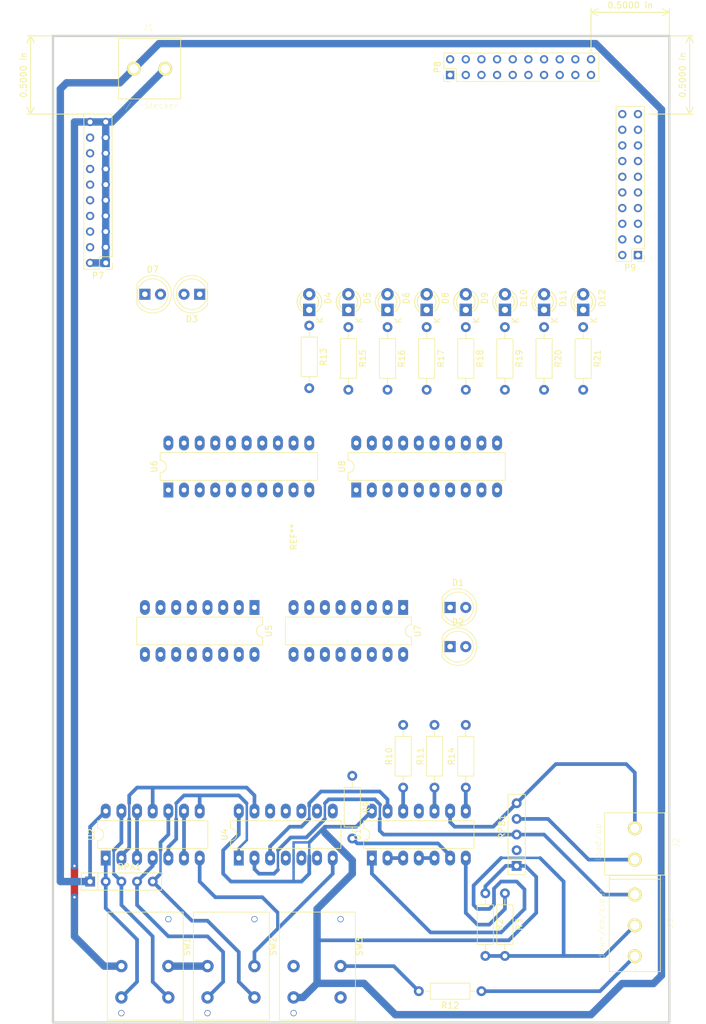
<source format=kicad_pcb>
(kicad_pcb (version 20171130) (host pcbnew 6.0.0-rc1-unknown-dffa399~84~ubuntu18.04.1)

  (general
    (thickness 1.6)
    (drawings 3)
    (tracks 224)
    (zones 0)
    (modules 46)
    (nets 63)
  )

  (page A4 portrait)
  (layers
    (0 F.Cu signal)
    (31 B.Cu signal)
    (32 B.Adhes user)
    (33 F.Adhes user)
    (34 B.Paste user)
    (35 F.Paste user)
    (36 B.SilkS user)
    (37 F.SilkS user)
    (38 B.Mask user)
    (39 F.Mask user)
    (40 Dwgs.User user hide)
    (41 Cmts.User user)
    (42 Eco1.User user)
    (43 Eco2.User user)
    (44 Edge.Cuts user)
    (45 Margin user)
    (46 B.CrtYd user)
    (47 F.CrtYd user)
    (48 B.Fab user)
    (49 F.Fab user)
  )

  (setup
    (last_trace_width 0.6)
    (user_trace_width 0.4)
    (user_trace_width 0.6)
    (user_trace_width 1.2)
    (trace_clearance 0.2)
    (zone_clearance 0.508)
    (zone_45_only no)
    (trace_min 0.2)
    (via_size 0.6)
    (via_drill 0.4)
    (via_min_size 0.4)
    (via_min_drill 0.3)
    (uvia_size 0.3)
    (uvia_drill 0.1)
    (uvias_allowed no)
    (uvia_min_size 0.1)
    (uvia_min_drill 0.1)
    (edge_width 0.15)
    (segment_width 0.2)
    (pcb_text_width 0.3)
    (pcb_text_size 1.5 1.5)
    (mod_edge_width 0.15)
    (mod_text_size 1 1)
    (mod_text_width 0.15)
    (pad_size 1.524 1.524)
    (pad_drill 0.762)
    (pad_to_mask_clearance 0.2)
    (solder_mask_min_width 0.25)
    (aux_axis_origin 146.05 62.23)
    (visible_elements FFFFFF7F)
    (pcbplotparams
      (layerselection 0x00030_80000001)
      (usegerberextensions false)
      (usegerberattributes false)
      (usegerberadvancedattributes false)
      (creategerberjobfile false)
      (excludeedgelayer true)
      (linewidth 0.100000)
      (plotframeref false)
      (viasonmask false)
      (mode 1)
      (useauxorigin false)
      (hpglpennumber 1)
      (hpglpenspeed 20)
      (hpglpendiameter 15.000000)
      (psnegative false)
      (psa4output false)
      (plotreference true)
      (plotvalue true)
      (plotinvisibletext false)
      (padsonsilk false)
      (subtractmaskfromsilk false)
      (outputformat 1)
      (mirror false)
      (drillshape 1)
      (scaleselection 1)
      (outputdirectory ""))
  )

  (net 0 "")
  (net 1 "Net-(D4-Pad1)")
  (net 2 VCC)
  (net 3 "Net-(D5-Pad1)")
  (net 4 "Net-(D6-Pad1)")
  (net 5 "Net-(D8-Pad1)")
  (net 6 "Net-(D9-Pad1)")
  (net 7 "Net-(D10-Pad1)")
  (net 8 "Net-(D11-Pad1)")
  (net 9 "Net-(D12-Pad1)")
  (net 10 GND)
  (net 11 "Net-(R10-Pad1)")
  (net 12 "Net-(D1-Pad2)")
  (net 13 "Net-(R11-Pad1)")
  (net 14 "Net-(D2-Pad2)")
  (net 15 "Net-(R12-Pad2)")
  (net 16 "Net-(R13-Pad2)")
  (net 17 "Net-(R14-Pad1)")
  (net 18 "Net-(D7-Pad2)")
  (net 19 "Net-(R15-Pad2)")
  (net 20 "Net-(R16-Pad2)")
  (net 21 "Net-(R17-Pad2)")
  (net 22 "Net-(R18-Pad2)")
  (net 23 "Net-(R19-Pad2)")
  (net 24 "Net-(R20-Pad2)")
  (net 25 "Net-(R21-Pad2)")
  (net 26 "Net-(U5-Pad6)")
  (net 27 "Net-(U5-Pad7)")
  (net 28 "Net-(U5-Pad12)")
  (net 29 "Net-(U5-Pad13)")
  (net 30 "Net-(U1-Pad2)")
  (net 31 "Net-(U2-Pad11)")
  (net 32 "Net-(D3-Pad2)")
  (net 33 "Net-(U5-Pad2)")
  (net 34 "Net-(U5-Pad3)")
  (net 35 "Net-(U6-Pad6)")
  (net 36 "Net-(U6-Pad7)")
  (net 37 "Net-(U6-Pad8)")
  (net 38 "Net-(U6-Pad9)")
  (net 39 /a0)
  (net 40 /a1)
  (net 41 /a2)
  (net 42 /a3)
  (net 43 /a4)
  (net 44 /a5)
  (net 45 /a6)
  (net 46 /a7)
  (net 47 "Net-(U1-Pad13)")
  (net 48 "Net-(U1-Pad4)")
  (net 49 "Net-(U1-Pad11)")
  (net 50 RPA2)
  (net 51 RPB4)
  (net 52 RPB3)
  (net 53 RPB2)
  (net 54 RPA1)
  (net 55 RPA3)
  (net 56 RPA4)
  (net 57 "Net-(U2-Pad6)")
  (net 58 "Net-(U2-Pad12)")
  (net 59 "Net-(U2-Pad5)")
  (net 60 "Net-(R9-Pad2)")
  (net 61 ^enable)
  (net 62 CLR)

  (net_class Default "This is the default net class."
    (clearance 0.2)
    (trace_width 0.6)
    (via_dia 0.6)
    (via_drill 0.4)
    (uvia_dia 0.3)
    (uvia_drill 0.1)
    (add_net /a0)
    (add_net /a1)
    (add_net /a2)
    (add_net /a3)
    (add_net /a4)
    (add_net /a5)
    (add_net /a6)
    (add_net /a7)
    (add_net CLR)
    (add_net "Net-(D1-Pad2)")
    (add_net "Net-(D10-Pad1)")
    (add_net "Net-(D11-Pad1)")
    (add_net "Net-(D12-Pad1)")
    (add_net "Net-(D2-Pad2)")
    (add_net "Net-(D3-Pad2)")
    (add_net "Net-(D4-Pad1)")
    (add_net "Net-(D5-Pad1)")
    (add_net "Net-(D6-Pad1)")
    (add_net "Net-(D7-Pad2)")
    (add_net "Net-(D8-Pad1)")
    (add_net "Net-(D9-Pad1)")
    (add_net "Net-(R10-Pad1)")
    (add_net "Net-(R11-Pad1)")
    (add_net "Net-(R12-Pad2)")
    (add_net "Net-(R13-Pad2)")
    (add_net "Net-(R14-Pad1)")
    (add_net "Net-(R15-Pad2)")
    (add_net "Net-(R16-Pad2)")
    (add_net "Net-(R17-Pad2)")
    (add_net "Net-(R18-Pad2)")
    (add_net "Net-(R19-Pad2)")
    (add_net "Net-(R20-Pad2)")
    (add_net "Net-(R21-Pad2)")
    (add_net "Net-(R9-Pad2)")
    (add_net "Net-(U1-Pad11)")
    (add_net "Net-(U1-Pad13)")
    (add_net "Net-(U1-Pad2)")
    (add_net "Net-(U1-Pad4)")
    (add_net "Net-(U2-Pad11)")
    (add_net "Net-(U2-Pad12)")
    (add_net "Net-(U2-Pad5)")
    (add_net "Net-(U2-Pad6)")
    (add_net "Net-(U5-Pad12)")
    (add_net "Net-(U5-Pad13)")
    (add_net "Net-(U5-Pad2)")
    (add_net "Net-(U5-Pad3)")
    (add_net "Net-(U5-Pad6)")
    (add_net "Net-(U5-Pad7)")
    (add_net "Net-(U6-Pad6)")
    (add_net "Net-(U6-Pad7)")
    (add_net "Net-(U6-Pad8)")
    (add_net "Net-(U6-Pad9)")
    (add_net RPA1)
    (add_net RPA2)
    (add_net RPA3)
    (add_net RPA4)
    (add_net RPB2)
    (add_net RPB3)
    (add_net RPB4)
    (add_net ^enable)
  )

  (net_class Power ""
    (clearance 0.3)
    (trace_width 1.2)
    (via_dia 0.6)
    (via_drill 0.4)
    (uvia_dia 0.3)
    (uvia_drill 0.1)
    (add_net GND)
    (add_net VCC)
  )

  (net_class smal ""
    (clearance 0.2)
    (trace_width 0.4)
    (via_dia 0.6)
    (via_drill 0.4)
    (uvia_dia 0.3)
    (uvia_drill 0.1)
  )

  (module LEDs:LED-3MM (layer F.Cu) (tedit 559B82F6) (tstamp 5845958C)
    (at 81.28 121.92 90)
    (descr "LED 3mm round vertical")
    (tags "LED  3mm round vertical")
    (path /57E93FFA)
    (fp_text reference D4 (at 1.91 3.06 90) (layer F.SilkS)
      (effects (font (size 1 1) (thickness 0.15)))
    )
    (fp_text value LED (at 1.3 -2.9 90) (layer F.Fab)
      (effects (font (size 1 1) (thickness 0.15)))
    )
    (fp_line (start -1.2 2.3) (end 3.8 2.3) (layer F.CrtYd) (width 0.05))
    (fp_line (start 3.8 2.3) (end 3.8 -2.2) (layer F.CrtYd) (width 0.05))
    (fp_line (start 3.8 -2.2) (end -1.2 -2.2) (layer F.CrtYd) (width 0.05))
    (fp_line (start -1.2 -2.2) (end -1.2 2.3) (layer F.CrtYd) (width 0.05))
    (fp_line (start -0.199 1.314) (end -0.199 1.114) (layer F.SilkS) (width 0.15))
    (fp_line (start -0.199 -1.28) (end -0.199 -1.1) (layer F.SilkS) (width 0.15))
    (fp_arc (start 1.301 0.034) (end -0.199 -1.286) (angle 108.5) (layer F.SilkS) (width 0.15))
    (fp_arc (start 1.301 0.034) (end 0.25 -1.1) (angle 85.7) (layer F.SilkS) (width 0.15))
    (fp_arc (start 1.311 0.034) (end 3.051 0.994) (angle 110) (layer F.SilkS) (width 0.15))
    (fp_arc (start 1.301 0.034) (end 2.335 1.094) (angle 87.5) (layer F.SilkS) (width 0.15))
    (fp_text user K (at -1.69 1.74 90) (layer F.SilkS)
      (effects (font (size 1 1) (thickness 0.15)))
    )
    (pad 1 thru_hole rect (at 0 0 180) (size 2 2) (drill 1.00076) (layers *.Cu *.Mask)
      (net 1 "Net-(D4-Pad1)"))
    (pad 2 thru_hole circle (at 2.54 0 90) (size 2 2) (drill 1.00076) (layers *.Cu *.Mask)
      (net 2 VCC))
    (model LEDs.3dshapes/LED-3MM.wrl
      (offset (xyz 1.269999980926514 0 0))
      (scale (xyz 1 1 1))
      (rotate (xyz 0 0 90))
    )
  )

  (module LEDs:LED-3MM (layer F.Cu) (tedit 559B82F6) (tstamp 5845959D)
    (at 87.63 121.92 90)
    (descr "LED 3mm round vertical")
    (tags "LED  3mm round vertical")
    (path /57E93FCF)
    (fp_text reference D5 (at 1.91 3.06 90) (layer F.SilkS)
      (effects (font (size 1 1) (thickness 0.15)))
    )
    (fp_text value LED (at 1.3 -2.9 90) (layer F.Fab)
      (effects (font (size 1 1) (thickness 0.15)))
    )
    (fp_line (start -1.2 2.3) (end 3.8 2.3) (layer F.CrtYd) (width 0.05))
    (fp_line (start 3.8 2.3) (end 3.8 -2.2) (layer F.CrtYd) (width 0.05))
    (fp_line (start 3.8 -2.2) (end -1.2 -2.2) (layer F.CrtYd) (width 0.05))
    (fp_line (start -1.2 -2.2) (end -1.2 2.3) (layer F.CrtYd) (width 0.05))
    (fp_line (start -0.199 1.314) (end -0.199 1.114) (layer F.SilkS) (width 0.15))
    (fp_line (start -0.199 -1.28) (end -0.199 -1.1) (layer F.SilkS) (width 0.15))
    (fp_arc (start 1.301 0.034) (end -0.199 -1.286) (angle 108.5) (layer F.SilkS) (width 0.15))
    (fp_arc (start 1.301 0.034) (end 0.25 -1.1) (angle 85.7) (layer F.SilkS) (width 0.15))
    (fp_arc (start 1.311 0.034) (end 3.051 0.994) (angle 110) (layer F.SilkS) (width 0.15))
    (fp_arc (start 1.301 0.034) (end 2.335 1.094) (angle 87.5) (layer F.SilkS) (width 0.15))
    (fp_text user K (at -1.69 1.74 90) (layer F.SilkS)
      (effects (font (size 1 1) (thickness 0.15)))
    )
    (pad 1 thru_hole rect (at 0 0 180) (size 2 2) (drill 1.00076) (layers *.Cu *.Mask)
      (net 3 "Net-(D5-Pad1)"))
    (pad 2 thru_hole circle (at 2.54 0 90) (size 2 2) (drill 1.00076) (layers *.Cu *.Mask)
      (net 2 VCC))
    (model LEDs.3dshapes/LED-3MM.wrl
      (offset (xyz 1.269999980926514 0 0))
      (scale (xyz 1 1 1))
      (rotate (xyz 0 0 90))
    )
  )

  (module LEDs:LED-3MM (layer F.Cu) (tedit 559B82F6) (tstamp 584595AE)
    (at 93.98 121.92 90)
    (descr "LED 3mm round vertical")
    (tags "LED  3mm round vertical")
    (path /57E93FA3)
    (fp_text reference D6 (at 1.91 3.06 90) (layer F.SilkS)
      (effects (font (size 1 1) (thickness 0.15)))
    )
    (fp_text value LED (at 1.3 -2.9 90) (layer F.Fab)
      (effects (font (size 1 1) (thickness 0.15)))
    )
    (fp_line (start -1.2 2.3) (end 3.8 2.3) (layer F.CrtYd) (width 0.05))
    (fp_line (start 3.8 2.3) (end 3.8 -2.2) (layer F.CrtYd) (width 0.05))
    (fp_line (start 3.8 -2.2) (end -1.2 -2.2) (layer F.CrtYd) (width 0.05))
    (fp_line (start -1.2 -2.2) (end -1.2 2.3) (layer F.CrtYd) (width 0.05))
    (fp_line (start -0.199 1.314) (end -0.199 1.114) (layer F.SilkS) (width 0.15))
    (fp_line (start -0.199 -1.28) (end -0.199 -1.1) (layer F.SilkS) (width 0.15))
    (fp_arc (start 1.301 0.034) (end -0.199 -1.286) (angle 108.5) (layer F.SilkS) (width 0.15))
    (fp_arc (start 1.301 0.034) (end 0.25 -1.1) (angle 85.7) (layer F.SilkS) (width 0.15))
    (fp_arc (start 1.311 0.034) (end 3.051 0.994) (angle 110) (layer F.SilkS) (width 0.15))
    (fp_arc (start 1.301 0.034) (end 2.335 1.094) (angle 87.5) (layer F.SilkS) (width 0.15))
    (fp_text user K (at -1.69 1.74 90) (layer F.SilkS)
      (effects (font (size 1 1) (thickness 0.15)))
    )
    (pad 1 thru_hole rect (at 0 0 180) (size 2 2) (drill 1.00076) (layers *.Cu *.Mask)
      (net 4 "Net-(D6-Pad1)"))
    (pad 2 thru_hole circle (at 2.54 0 90) (size 2 2) (drill 1.00076) (layers *.Cu *.Mask)
      (net 2 VCC))
    (model LEDs.3dshapes/LED-3MM.wrl
      (offset (xyz 1.269999980926514 0 0))
      (scale (xyz 1 1 1))
      (rotate (xyz 0 0 90))
    )
  )

  (module LEDs:LED-3MM (layer F.Cu) (tedit 559B82F6) (tstamp 584595BF)
    (at 100.33 121.92 90)
    (descr "LED 3mm round vertical")
    (tags "LED  3mm round vertical")
    (path /57E93F7E)
    (fp_text reference D8 (at 1.91 3.06 90) (layer F.SilkS)
      (effects (font (size 1 1) (thickness 0.15)))
    )
    (fp_text value LED (at 1.3 -2.9 90) (layer F.Fab)
      (effects (font (size 1 1) (thickness 0.15)))
    )
    (fp_line (start -1.2 2.3) (end 3.8 2.3) (layer F.CrtYd) (width 0.05))
    (fp_line (start 3.8 2.3) (end 3.8 -2.2) (layer F.CrtYd) (width 0.05))
    (fp_line (start 3.8 -2.2) (end -1.2 -2.2) (layer F.CrtYd) (width 0.05))
    (fp_line (start -1.2 -2.2) (end -1.2 2.3) (layer F.CrtYd) (width 0.05))
    (fp_line (start -0.199 1.314) (end -0.199 1.114) (layer F.SilkS) (width 0.15))
    (fp_line (start -0.199 -1.28) (end -0.199 -1.1) (layer F.SilkS) (width 0.15))
    (fp_arc (start 1.301 0.034) (end -0.199 -1.286) (angle 108.5) (layer F.SilkS) (width 0.15))
    (fp_arc (start 1.301 0.034) (end 0.25 -1.1) (angle 85.7) (layer F.SilkS) (width 0.15))
    (fp_arc (start 1.311 0.034) (end 3.051 0.994) (angle 110) (layer F.SilkS) (width 0.15))
    (fp_arc (start 1.301 0.034) (end 2.335 1.094) (angle 87.5) (layer F.SilkS) (width 0.15))
    (fp_text user K (at -1.69 1.74 90) (layer F.SilkS)
      (effects (font (size 1 1) (thickness 0.15)))
    )
    (pad 1 thru_hole rect (at 0 0 180) (size 2 2) (drill 1.00076) (layers *.Cu *.Mask)
      (net 5 "Net-(D8-Pad1)"))
    (pad 2 thru_hole circle (at 2.54 0 90) (size 2 2) (drill 1.00076) (layers *.Cu *.Mask)
      (net 2 VCC))
    (model LEDs.3dshapes/LED-3MM.wrl
      (offset (xyz 1.269999980926514 0 0))
      (scale (xyz 1 1 1))
      (rotate (xyz 0 0 90))
    )
  )

  (module LEDs:LED-3MM (layer F.Cu) (tedit 559B82F6) (tstamp 584595D0)
    (at 106.68 121.92 90)
    (descr "LED 3mm round vertical")
    (tags "LED  3mm round vertical")
    (path /57E93F38)
    (fp_text reference D9 (at 1.91 3.06 90) (layer F.SilkS)
      (effects (font (size 1 1) (thickness 0.15)))
    )
    (fp_text value LED (at 1.3 -2.9 90) (layer F.Fab)
      (effects (font (size 1 1) (thickness 0.15)))
    )
    (fp_line (start -1.2 2.3) (end 3.8 2.3) (layer F.CrtYd) (width 0.05))
    (fp_line (start 3.8 2.3) (end 3.8 -2.2) (layer F.CrtYd) (width 0.05))
    (fp_line (start 3.8 -2.2) (end -1.2 -2.2) (layer F.CrtYd) (width 0.05))
    (fp_line (start -1.2 -2.2) (end -1.2 2.3) (layer F.CrtYd) (width 0.05))
    (fp_line (start -0.199 1.314) (end -0.199 1.114) (layer F.SilkS) (width 0.15))
    (fp_line (start -0.199 -1.28) (end -0.199 -1.1) (layer F.SilkS) (width 0.15))
    (fp_arc (start 1.301 0.034) (end -0.199 -1.286) (angle 108.5) (layer F.SilkS) (width 0.15))
    (fp_arc (start 1.301 0.034) (end 0.25 -1.1) (angle 85.7) (layer F.SilkS) (width 0.15))
    (fp_arc (start 1.311 0.034) (end 3.051 0.994) (angle 110) (layer F.SilkS) (width 0.15))
    (fp_arc (start 1.301 0.034) (end 2.335 1.094) (angle 87.5) (layer F.SilkS) (width 0.15))
    (fp_text user K (at -1.69 1.74 90) (layer F.SilkS)
      (effects (font (size 1 1) (thickness 0.15)))
    )
    (pad 1 thru_hole rect (at 0 0 180) (size 2 2) (drill 1.00076) (layers *.Cu *.Mask)
      (net 6 "Net-(D9-Pad1)"))
    (pad 2 thru_hole circle (at 2.54 0 90) (size 2 2) (drill 1.00076) (layers *.Cu *.Mask)
      (net 2 VCC))
    (model LEDs.3dshapes/LED-3MM.wrl
      (offset (xyz 1.269999980926514 0 0))
      (scale (xyz 1 1 1))
      (rotate (xyz 0 0 90))
    )
  )

  (module LEDs:LED-3MM (layer F.Cu) (tedit 559B82F6) (tstamp 584595E1)
    (at 113.03 121.92 90)
    (descr "LED 3mm round vertical")
    (tags "LED  3mm round vertical")
    (path /57E93ED1)
    (fp_text reference D10 (at 1.91 3.06 90) (layer F.SilkS)
      (effects (font (size 1 1) (thickness 0.15)))
    )
    (fp_text value LED (at 1.3 -2.9 90) (layer F.Fab)
      (effects (font (size 1 1) (thickness 0.15)))
    )
    (fp_line (start -1.2 2.3) (end 3.8 2.3) (layer F.CrtYd) (width 0.05))
    (fp_line (start 3.8 2.3) (end 3.8 -2.2) (layer F.CrtYd) (width 0.05))
    (fp_line (start 3.8 -2.2) (end -1.2 -2.2) (layer F.CrtYd) (width 0.05))
    (fp_line (start -1.2 -2.2) (end -1.2 2.3) (layer F.CrtYd) (width 0.05))
    (fp_line (start -0.199 1.314) (end -0.199 1.114) (layer F.SilkS) (width 0.15))
    (fp_line (start -0.199 -1.28) (end -0.199 -1.1) (layer F.SilkS) (width 0.15))
    (fp_arc (start 1.301 0.034) (end -0.199 -1.286) (angle 108.5) (layer F.SilkS) (width 0.15))
    (fp_arc (start 1.301 0.034) (end 0.25 -1.1) (angle 85.7) (layer F.SilkS) (width 0.15))
    (fp_arc (start 1.311 0.034) (end 3.051 0.994) (angle 110) (layer F.SilkS) (width 0.15))
    (fp_arc (start 1.301 0.034) (end 2.335 1.094) (angle 87.5) (layer F.SilkS) (width 0.15))
    (fp_text user K (at -1.69 1.74 90) (layer F.SilkS)
      (effects (font (size 1 1) (thickness 0.15)))
    )
    (pad 1 thru_hole rect (at 0 0 180) (size 2 2) (drill 1.00076) (layers *.Cu *.Mask)
      (net 7 "Net-(D10-Pad1)"))
    (pad 2 thru_hole circle (at 2.54 0 90) (size 2 2) (drill 1.00076) (layers *.Cu *.Mask)
      (net 2 VCC))
    (model LEDs.3dshapes/LED-3MM.wrl
      (offset (xyz 1.269999980926514 0 0))
      (scale (xyz 1 1 1))
      (rotate (xyz 0 0 90))
    )
  )

  (module LEDs:LED-3MM (layer F.Cu) (tedit 559B82F6) (tstamp 584595F2)
    (at 119.38 121.92 90)
    (descr "LED 3mm round vertical")
    (tags "LED  3mm round vertical")
    (path /57E93CED)
    (fp_text reference D11 (at 1.91 3.06 90) (layer F.SilkS)
      (effects (font (size 1 1) (thickness 0.15)))
    )
    (fp_text value LED (at 1.3 -2.9 90) (layer F.Fab)
      (effects (font (size 1 1) (thickness 0.15)))
    )
    (fp_line (start -1.2 2.3) (end 3.8 2.3) (layer F.CrtYd) (width 0.05))
    (fp_line (start 3.8 2.3) (end 3.8 -2.2) (layer F.CrtYd) (width 0.05))
    (fp_line (start 3.8 -2.2) (end -1.2 -2.2) (layer F.CrtYd) (width 0.05))
    (fp_line (start -1.2 -2.2) (end -1.2 2.3) (layer F.CrtYd) (width 0.05))
    (fp_line (start -0.199 1.314) (end -0.199 1.114) (layer F.SilkS) (width 0.15))
    (fp_line (start -0.199 -1.28) (end -0.199 -1.1) (layer F.SilkS) (width 0.15))
    (fp_arc (start 1.301 0.034) (end -0.199 -1.286) (angle 108.5) (layer F.SilkS) (width 0.15))
    (fp_arc (start 1.301 0.034) (end 0.25 -1.1) (angle 85.7) (layer F.SilkS) (width 0.15))
    (fp_arc (start 1.311 0.034) (end 3.051 0.994) (angle 110) (layer F.SilkS) (width 0.15))
    (fp_arc (start 1.301 0.034) (end 2.335 1.094) (angle 87.5) (layer F.SilkS) (width 0.15))
    (fp_text user K (at -1.69 1.74 90) (layer F.SilkS)
      (effects (font (size 1 1) (thickness 0.15)))
    )
    (pad 1 thru_hole rect (at 0 0 180) (size 2 2) (drill 1.00076) (layers *.Cu *.Mask)
      (net 8 "Net-(D11-Pad1)"))
    (pad 2 thru_hole circle (at 2.54 0 90) (size 2 2) (drill 1.00076) (layers *.Cu *.Mask)
      (net 2 VCC))
    (model LEDs.3dshapes/LED-3MM.wrl
      (offset (xyz 1.269999980926514 0 0))
      (scale (xyz 1 1 1))
      (rotate (xyz 0 0 90))
    )
  )

  (module LEDs:LED-3MM (layer F.Cu) (tedit 559B82F6) (tstamp 58459603)
    (at 125.73 121.92 90)
    (descr "LED 3mm round vertical")
    (tags "LED  3mm round vertical")
    (path /57E93BF0)
    (fp_text reference D12 (at 1.91 3.06 90) (layer F.SilkS)
      (effects (font (size 1 1) (thickness 0.15)))
    )
    (fp_text value LED (at 1.3 -2.9 90) (layer F.Fab)
      (effects (font (size 1 1) (thickness 0.15)))
    )
    (fp_line (start -1.2 2.3) (end 3.8 2.3) (layer F.CrtYd) (width 0.05))
    (fp_line (start 3.8 2.3) (end 3.8 -2.2) (layer F.CrtYd) (width 0.05))
    (fp_line (start 3.8 -2.2) (end -1.2 -2.2) (layer F.CrtYd) (width 0.05))
    (fp_line (start -1.2 -2.2) (end -1.2 2.3) (layer F.CrtYd) (width 0.05))
    (fp_line (start -0.199 1.314) (end -0.199 1.114) (layer F.SilkS) (width 0.15))
    (fp_line (start -0.199 -1.28) (end -0.199 -1.1) (layer F.SilkS) (width 0.15))
    (fp_arc (start 1.301 0.034) (end -0.199 -1.286) (angle 108.5) (layer F.SilkS) (width 0.15))
    (fp_arc (start 1.301 0.034) (end 0.25 -1.1) (angle 85.7) (layer F.SilkS) (width 0.15))
    (fp_arc (start 1.311 0.034) (end 3.051 0.994) (angle 110) (layer F.SilkS) (width 0.15))
    (fp_arc (start 1.301 0.034) (end 2.335 1.094) (angle 87.5) (layer F.SilkS) (width 0.15))
    (fp_text user K (at -1.69 1.74 90) (layer F.SilkS)
      (effects (font (size 1 1) (thickness 0.15)))
    )
    (pad 1 thru_hole rect (at 0 0 180) (size 2 2) (drill 1.00076) (layers *.Cu *.Mask)
      (net 9 "Net-(D12-Pad1)"))
    (pad 2 thru_hole circle (at 2.54 0 90) (size 2 2) (drill 1.00076) (layers *.Cu *.Mask)
      (net 2 VCC))
    (model LEDs.3dshapes/LED-3MM.wrl
      (offset (xyz 1.269999980926514 0 0))
      (scale (xyz 1 1 1))
      (rotate (xyz 0 0 90))
    )
  )

  (module LEDs:LED_D5.0mm_FlatTop (layer F.Cu) (tedit 5880A862) (tstamp 5A3A72C5)
    (at 104.14 170.18)
    (descr "LED, Round, FlatTop, diameter 5.0mm, 2 pins, http://www.kingbright.com/attachments/file/psearch/000/00/00/L-483GDT(Ver.15B).pdf")
    (tags "LED Round FlatTop diameter 5.0mm 2 pins")
    (path /580EE5C2)
    (fp_text reference D1 (at 1.27 -4.01) (layer F.SilkS)
      (effects (font (size 1 1) (thickness 0.15)))
    )
    (fp_text value LED (at 1.27 4.01) (layer F.Fab)
      (effects (font (size 1 1) (thickness 0.15)))
    )
    (fp_arc (start 1.27 0) (end -1.23 -1.566046) (angle 295.9) (layer F.Fab) (width 0.1))
    (fp_arc (start 1.27 0) (end -1.29 -1.639512) (angle 147.4) (layer F.SilkS) (width 0.12))
    (fp_arc (start 1.27 0) (end -1.29 1.639512) (angle -147.4) (layer F.SilkS) (width 0.12))
    (fp_circle (center 1.27 0) (end 3.77 0) (layer F.Fab) (width 0.1))
    (fp_circle (center 1.27 0) (end 3.77 0) (layer F.SilkS) (width 0.12))
    (fp_line (start -1.23 -1.566046) (end -1.23 1.566046) (layer F.Fab) (width 0.1))
    (fp_line (start -1.29 -1.64) (end -1.29 1.64) (layer F.SilkS) (width 0.12))
    (fp_line (start -2 -3.3) (end -2 3.3) (layer F.CrtYd) (width 0.05))
    (fp_line (start -2 3.3) (end 4.55 3.3) (layer F.CrtYd) (width 0.05))
    (fp_line (start 4.55 3.3) (end 4.55 -3.3) (layer F.CrtYd) (width 0.05))
    (fp_line (start 4.55 -3.3) (end -2 -3.3) (layer F.CrtYd) (width 0.05))
    (pad 1 thru_hole rect (at 0 0) (size 1.8 1.8) (drill 0.9) (layers *.Cu *.Mask)
      (net 10 GND))
    (pad 2 thru_hole circle (at 2.54 0) (size 1.8 1.8) (drill 0.9) (layers *.Cu *.Mask)
      (net 12 "Net-(D1-Pad2)"))
    (model ${KISYS3DMOD}/LEDs.3dshapes/LED_D5.0mm_FlatTop.wrl
      (at (xyz 0 0 0))
      (scale (xyz 0.393701 0.393701 0.393701))
      (rotate (xyz 0 0 0))
    )
  )

  (module LEDs:LED_D5.0mm_FlatTop (layer F.Cu) (tedit 5880A862) (tstamp 5A3A72D6)
    (at 104.14 176.53)
    (descr "LED, Round, FlatTop, diameter 5.0mm, 2 pins, http://www.kingbright.com/attachments/file/psearch/000/00/00/L-483GDT(Ver.15B).pdf")
    (tags "LED Round FlatTop diameter 5.0mm 2 pins")
    (path /58105174)
    (fp_text reference D2 (at 1.27 -4.01) (layer F.SilkS)
      (effects (font (size 1 1) (thickness 0.15)))
    )
    (fp_text value LED (at 1.27 4.01) (layer F.Fab)
      (effects (font (size 1 1) (thickness 0.15)))
    )
    (fp_arc (start 1.27 0) (end -1.23 -1.566046) (angle 295.9) (layer F.Fab) (width 0.1))
    (fp_arc (start 1.27 0) (end -1.29 -1.639512) (angle 147.4) (layer F.SilkS) (width 0.12))
    (fp_arc (start 1.27 0) (end -1.29 1.639512) (angle -147.4) (layer F.SilkS) (width 0.12))
    (fp_circle (center 1.27 0) (end 3.77 0) (layer F.Fab) (width 0.1))
    (fp_circle (center 1.27 0) (end 3.77 0) (layer F.SilkS) (width 0.12))
    (fp_line (start -1.23 -1.566046) (end -1.23 1.566046) (layer F.Fab) (width 0.1))
    (fp_line (start -1.29 -1.64) (end -1.29 1.64) (layer F.SilkS) (width 0.12))
    (fp_line (start -2 -3.3) (end -2 3.3) (layer F.CrtYd) (width 0.05))
    (fp_line (start -2 3.3) (end 4.55 3.3) (layer F.CrtYd) (width 0.05))
    (fp_line (start 4.55 3.3) (end 4.55 -3.3) (layer F.CrtYd) (width 0.05))
    (fp_line (start 4.55 -3.3) (end -2 -3.3) (layer F.CrtYd) (width 0.05))
    (pad 1 thru_hole rect (at 0 0) (size 1.8 1.8) (drill 0.9) (layers *.Cu *.Mask)
      (net 10 GND))
    (pad 2 thru_hole circle (at 2.54 0) (size 1.8 1.8) (drill 0.9) (layers *.Cu *.Mask)
      (net 14 "Net-(D2-Pad2)"))
    (model ${KISYS3DMOD}/LEDs.3dshapes/LED_D5.0mm_FlatTop.wrl
      (at (xyz 0 0 0))
      (scale (xyz 0.393701 0.393701 0.393701))
      (rotate (xyz 0 0 0))
    )
  )

  (module LEDs:LED_D5.0mm_FlatTop (layer F.Cu) (tedit 5880A862) (tstamp 5C59E07F)
    (at 63.5 119.38 180)
    (descr "LED, Round, FlatTop, diameter 5.0mm, 2 pins, http://www.kingbright.com/attachments/file/psearch/000/00/00/L-483GDT(Ver.15B).pdf")
    (tags "LED Round FlatTop diameter 5.0mm 2 pins")
    (path /58101E2D)
    (fp_text reference D3 (at 1.27 -4.01 180) (layer F.SilkS)
      (effects (font (size 1 1) (thickness 0.15)))
    )
    (fp_text value LED (at 1.27 4.01 180) (layer F.Fab)
      (effects (font (size 1 1) (thickness 0.15)))
    )
    (fp_arc (start 1.27 0) (end -1.23 -1.566046) (angle 295.9) (layer F.Fab) (width 0.1))
    (fp_arc (start 1.27 0) (end -1.29 -1.639512) (angle 147.4) (layer F.SilkS) (width 0.12))
    (fp_arc (start 1.27 0) (end -1.29 1.639512) (angle -147.4) (layer F.SilkS) (width 0.12))
    (fp_circle (center 1.27 0) (end 3.77 0) (layer F.Fab) (width 0.1))
    (fp_circle (center 1.27 0) (end 3.77 0) (layer F.SilkS) (width 0.12))
    (fp_line (start -1.23 -1.566046) (end -1.23 1.566046) (layer F.Fab) (width 0.1))
    (fp_line (start -1.29 -1.64) (end -1.29 1.64) (layer F.SilkS) (width 0.12))
    (fp_line (start -2 -3.3) (end -2 3.3) (layer F.CrtYd) (width 0.05))
    (fp_line (start -2 3.3) (end 4.55 3.3) (layer F.CrtYd) (width 0.05))
    (fp_line (start 4.55 3.3) (end 4.55 -3.3) (layer F.CrtYd) (width 0.05))
    (fp_line (start 4.55 -3.3) (end -2 -3.3) (layer F.CrtYd) (width 0.05))
    (pad 1 thru_hole rect (at 0 0 180) (size 1.8 1.8) (drill 0.9) (layers *.Cu *.Mask)
      (net 10 GND))
    (pad 2 thru_hole circle (at 2.54 0 180) (size 1.8 1.8) (drill 0.9) (layers *.Cu *.Mask)
      (net 32 "Net-(D3-Pad2)"))
    (model ${KISYS3DMOD}/LEDs.3dshapes/LED_D5.0mm_FlatTop.wrl
      (at (xyz 0 0 0))
      (scale (xyz 0.393701 0.393701 0.393701))
      (rotate (xyz 0 0 0))
    )
  )

  (module LEDs:LED_D5.0mm_FlatTop (layer F.Cu) (tedit 5880A862) (tstamp 5C59E0D5)
    (at 54.61 119.38)
    (descr "LED, Round, FlatTop, diameter 5.0mm, 2 pins, http://www.kingbright.com/attachments/file/psearch/000/00/00/L-483GDT(Ver.15B).pdf")
    (tags "LED Round FlatTop diameter 5.0mm 2 pins")
    (path /57FBC65C)
    (fp_text reference D7 (at 1.27 -4.01) (layer F.SilkS)
      (effects (font (size 1 1) (thickness 0.15)))
    )
    (fp_text value LED (at 1.27 4.01) (layer F.Fab)
      (effects (font (size 1 1) (thickness 0.15)))
    )
    (fp_arc (start 1.27 0) (end -1.23 -1.566046) (angle 295.9) (layer F.Fab) (width 0.1))
    (fp_arc (start 1.27 0) (end -1.29 -1.639512) (angle 147.4) (layer F.SilkS) (width 0.12))
    (fp_arc (start 1.27 0) (end -1.29 1.639512) (angle -147.4) (layer F.SilkS) (width 0.12))
    (fp_circle (center 1.27 0) (end 3.77 0) (layer F.Fab) (width 0.1))
    (fp_circle (center 1.27 0) (end 3.77 0) (layer F.SilkS) (width 0.12))
    (fp_line (start -1.23 -1.566046) (end -1.23 1.566046) (layer F.Fab) (width 0.1))
    (fp_line (start -1.29 -1.64) (end -1.29 1.64) (layer F.SilkS) (width 0.12))
    (fp_line (start -2 -3.3) (end -2 3.3) (layer F.CrtYd) (width 0.05))
    (fp_line (start -2 3.3) (end 4.55 3.3) (layer F.CrtYd) (width 0.05))
    (fp_line (start 4.55 3.3) (end 4.55 -3.3) (layer F.CrtYd) (width 0.05))
    (fp_line (start 4.55 -3.3) (end -2 -3.3) (layer F.CrtYd) (width 0.05))
    (pad 1 thru_hole rect (at 0 0) (size 1.8 1.8) (drill 0.9) (layers *.Cu *.Mask)
      (net 10 GND))
    (pad 2 thru_hole circle (at 2.54 0) (size 1.8 1.8) (drill 0.9) (layers *.Cu *.Mask)
      (net 18 "Net-(D7-Pad2)"))
    (model ${KISYS3DMOD}/LEDs.3dshapes/LED_D5.0mm_FlatTop.wrl
      (at (xyz 0 0 0))
      (scale (xyz 0.393701 0.393701 0.393701))
      (rotate (xyz 0 0 0))
    )
  )

  (module Housings_DIP:DIP-14_W7.62mm_LongPads (layer F.Cu) (tedit 59C78D6B) (tstamp 5ACE1045)
    (at 91.44 210.82 90)
    (descr "14-lead though-hole mounted DIP package, row spacing 7.62 mm (300 mils), LongPads")
    (tags "THT DIP DIL PDIP 2.54mm 7.62mm 300mil LongPads")
    (path /580F11C5)
    (fp_text reference U1 (at 3.81 -2.33 90) (layer F.SilkS)
      (effects (font (size 1 1) (thickness 0.15)))
    )
    (fp_text value 74HC14 (at 3.81 17.57 90) (layer F.Fab)
      (effects (font (size 1 1) (thickness 0.15)))
    )
    (fp_text user %R (at 3.81 7.62 90) (layer F.Fab)
      (effects (font (size 1 1) (thickness 0.15)))
    )
    (fp_line (start 9.1 -1.55) (end -1.45 -1.55) (layer F.CrtYd) (width 0.05))
    (fp_line (start 9.1 16.8) (end 9.1 -1.55) (layer F.CrtYd) (width 0.05))
    (fp_line (start -1.45 16.8) (end 9.1 16.8) (layer F.CrtYd) (width 0.05))
    (fp_line (start -1.45 -1.55) (end -1.45 16.8) (layer F.CrtYd) (width 0.05))
    (fp_line (start 6.06 -1.33) (end 4.81 -1.33) (layer F.SilkS) (width 0.12))
    (fp_line (start 6.06 16.57) (end 6.06 -1.33) (layer F.SilkS) (width 0.12))
    (fp_line (start 1.56 16.57) (end 6.06 16.57) (layer F.SilkS) (width 0.12))
    (fp_line (start 1.56 -1.33) (end 1.56 16.57) (layer F.SilkS) (width 0.12))
    (fp_line (start 2.81 -1.33) (end 1.56 -1.33) (layer F.SilkS) (width 0.12))
    (fp_line (start 0.635 -0.27) (end 1.635 -1.27) (layer F.Fab) (width 0.1))
    (fp_line (start 0.635 16.51) (end 0.635 -0.27) (layer F.Fab) (width 0.1))
    (fp_line (start 6.985 16.51) (end 0.635 16.51) (layer F.Fab) (width 0.1))
    (fp_line (start 6.985 -1.27) (end 6.985 16.51) (layer F.Fab) (width 0.1))
    (fp_line (start 1.635 -1.27) (end 6.985 -1.27) (layer F.Fab) (width 0.1))
    (fp_arc (start 3.81 -1.33) (end 2.81 -1.33) (angle -180) (layer F.SilkS) (width 0.12))
    (pad 14 thru_hole oval (at 7.62 0 90) (size 2.4 1.6) (drill 0.8) (layers *.Cu *.Mask)
      (net 2 VCC))
    (pad 7 thru_hole oval (at 0 15.24 90) (size 2.4 1.6) (drill 0.8) (layers *.Cu *.Mask)
      (net 10 GND))
    (pad 13 thru_hole oval (at 7.62 2.54 90) (size 2.4 1.6) (drill 0.8) (layers *.Cu *.Mask)
      (net 47 "Net-(U1-Pad13)"))
    (pad 6 thru_hole oval (at 0 12.7 90) (size 2.4 1.6) (drill 0.8) (layers *.Cu *.Mask)
      (net 60 "Net-(R9-Pad2)"))
    (pad 12 thru_hole oval (at 7.62 5.08 90) (size 2.4 1.6) (drill 0.8) (layers *.Cu *.Mask)
      (net 11 "Net-(R10-Pad1)"))
    (pad 5 thru_hole oval (at 0 10.16 90) (size 2.4 1.6) (drill 0.8) (layers *.Cu *.Mask)
      (net 48 "Net-(U1-Pad4)"))
    (pad 11 thru_hole oval (at 7.62 7.62 90) (size 2.4 1.6) (drill 0.8) (layers *.Cu *.Mask)
      (net 49 "Net-(U1-Pad11)"))
    (pad 4 thru_hole oval (at 0 7.62 90) (size 2.4 1.6) (drill 0.8) (layers *.Cu *.Mask)
      (net 48 "Net-(U1-Pad4)"))
    (pad 10 thru_hole oval (at 7.62 10.16 90) (size 2.4 1.6) (drill 0.8) (layers *.Cu *.Mask)
      (net 13 "Net-(R11-Pad1)"))
    (pad 3 thru_hole oval (at 0 5.08 90) (size 2.4 1.6) (drill 0.8) (layers *.Cu *.Mask)
      (net 30 "Net-(U1-Pad2)"))
    (pad 9 thru_hole oval (at 7.62 12.7 90) (size 2.4 1.6) (drill 0.8) (layers *.Cu *.Mask)
      (net 51 RPB4))
    (pad 2 thru_hole oval (at 0 2.54 90) (size 2.4 1.6) (drill 0.8) (layers *.Cu *.Mask)
      (net 30 "Net-(U1-Pad2)"))
    (pad 8 thru_hole oval (at 7.62 15.24 90) (size 2.4 1.6) (drill 0.8) (layers *.Cu *.Mask)
      (net 17 "Net-(R14-Pad1)"))
    (pad 1 thru_hole rect (at 0 0 90) (size 2.4 1.6) (drill 0.8) (layers *.Cu *.Mask)
      (net 61 ^enable))
    (model ${KISYS3DMOD}/Housings_DIP.3dshapes/DIP-14_W7.62mm.wrl
      (at (xyz 0 0 0))
      (scale (xyz 1 1 1))
      (rotate (xyz 0 0 0))
    )
  )

  (module Housings_DIP:DIP-14_W7.62mm_LongPads (layer F.Cu) (tedit 59C78D6B) (tstamp 5C593C95)
    (at 48.26 210.82 90)
    (descr "14-lead though-hole mounted DIP package, row spacing 7.62 mm (300 mils), LongPads")
    (tags "THT DIP DIL PDIP 2.54mm 7.62mm 300mil LongPads")
    (path /580F5956)
    (fp_text reference U2 (at 3.81 -2.33 90) (layer F.SilkS)
      (effects (font (size 1 1) (thickness 0.15)))
    )
    (fp_text value 7400 (at 3.81 17.57 90) (layer F.Fab)
      (effects (font (size 1 1) (thickness 0.15)))
    )
    (fp_text user %R (at 3.81 7.62 90) (layer F.Fab)
      (effects (font (size 1 1) (thickness 0.15)))
    )
    (fp_line (start 9.1 -1.55) (end -1.45 -1.55) (layer F.CrtYd) (width 0.05))
    (fp_line (start 9.1 16.8) (end 9.1 -1.55) (layer F.CrtYd) (width 0.05))
    (fp_line (start -1.45 16.8) (end 9.1 16.8) (layer F.CrtYd) (width 0.05))
    (fp_line (start -1.45 -1.55) (end -1.45 16.8) (layer F.CrtYd) (width 0.05))
    (fp_line (start 6.06 -1.33) (end 4.81 -1.33) (layer F.SilkS) (width 0.12))
    (fp_line (start 6.06 16.57) (end 6.06 -1.33) (layer F.SilkS) (width 0.12))
    (fp_line (start 1.56 16.57) (end 6.06 16.57) (layer F.SilkS) (width 0.12))
    (fp_line (start 1.56 -1.33) (end 1.56 16.57) (layer F.SilkS) (width 0.12))
    (fp_line (start 2.81 -1.33) (end 1.56 -1.33) (layer F.SilkS) (width 0.12))
    (fp_line (start 0.635 -0.27) (end 1.635 -1.27) (layer F.Fab) (width 0.1))
    (fp_line (start 0.635 16.51) (end 0.635 -0.27) (layer F.Fab) (width 0.1))
    (fp_line (start 6.985 16.51) (end 0.635 16.51) (layer F.Fab) (width 0.1))
    (fp_line (start 6.985 -1.27) (end 6.985 16.51) (layer F.Fab) (width 0.1))
    (fp_line (start 1.635 -1.27) (end 6.985 -1.27) (layer F.Fab) (width 0.1))
    (fp_arc (start 3.81 -1.33) (end 2.81 -1.33) (angle -180) (layer F.SilkS) (width 0.12))
    (pad 14 thru_hole oval (at 7.62 0 90) (size 2.4 1.6) (drill 0.8) (layers *.Cu *.Mask)
      (net 2 VCC))
    (pad 7 thru_hole oval (at 0 15.24 90) (size 2.4 1.6) (drill 0.8) (layers *.Cu *.Mask)
      (net 10 GND))
    (pad 13 thru_hole oval (at 7.62 2.54 90) (size 2.4 1.6) (drill 0.8) (layers *.Cu *.Mask)
      (net 50 RPA2))
    (pad 6 thru_hole oval (at 0 12.7 90) (size 2.4 1.6) (drill 0.8) (layers *.Cu *.Mask)
      (net 57 "Net-(U2-Pad6)"))
    (pad 12 thru_hole oval (at 7.62 5.08 90) (size 2.4 1.6) (drill 0.8) (layers *.Cu *.Mask)
      (net 58 "Net-(U2-Pad12)"))
    (pad 5 thru_hole oval (at 0 10.16 90) (size 2.4 1.6) (drill 0.8) (layers *.Cu *.Mask)
      (net 59 "Net-(U2-Pad5)"))
    (pad 11 thru_hole oval (at 7.62 7.62 90) (size 2.4 1.6) (drill 0.8) (layers *.Cu *.Mask)
      (net 31 "Net-(U2-Pad11)"))
    (pad 4 thru_hole oval (at 0 7.62 90) (size 2.4 1.6) (drill 0.8) (layers *.Cu *.Mask)
      (net 55 RPA3))
    (pad 10 thru_hole oval (at 7.62 10.16 90) (size 2.4 1.6) (drill 0.8) (layers *.Cu *.Mask)
      (net 56 RPA4))
    (pad 3 thru_hole oval (at 0 5.08 90) (size 2.4 1.6) (drill 0.8) (layers *.Cu *.Mask)
      (net 58 "Net-(U2-Pad12)"))
    (pad 9 thru_hole oval (at 7.62 12.7 90) (size 2.4 1.6) (drill 0.8) (layers *.Cu *.Mask)
      (net 57 "Net-(U2-Pad6)"))
    (pad 2 thru_hole oval (at 0 2.54 90) (size 2.4 1.6) (drill 0.8) (layers *.Cu *.Mask)
      (net 31 "Net-(U2-Pad11)"))
    (pad 8 thru_hole oval (at 7.62 15.24 90) (size 2.4 1.6) (drill 0.8) (layers *.Cu *.Mask)
      (net 59 "Net-(U2-Pad5)"))
    (pad 1 thru_hole rect (at 0 0 90) (size 2.4 1.6) (drill 0.8) (layers *.Cu *.Mask)
      (net 54 RPA1))
    (model ${KISYS3DMOD}/Housings_DIP.3dshapes/DIP-14_W7.62mm.wrl
      (at (xyz 0 0 0))
      (scale (xyz 1 1 1))
      (rotate (xyz 0 0 0))
    )
  )

  (module Housings_DIP:DIP-14_W7.62mm_LongPads (layer F.Cu) (tedit 59C78D6B) (tstamp 5C593CF8)
    (at 69.85 210.82 90)
    (descr "14-lead though-hole mounted DIP package, row spacing 7.62 mm (300 mils), LongPads")
    (tags "THT DIP DIL PDIP 2.54mm 7.62mm 300mil LongPads")
    (path /580F517F)
    (fp_text reference U4 (at 3.81 -2.33 90) (layer F.SilkS)
      (effects (font (size 1 1) (thickness 0.15)))
    )
    (fp_text value 7408 (at 3.81 17.57 90) (layer F.Fab)
      (effects (font (size 1 1) (thickness 0.15)))
    )
    (fp_arc (start 3.81 -1.33) (end 2.81 -1.33) (angle -180) (layer F.SilkS) (width 0.12))
    (fp_line (start 1.635 -1.27) (end 6.985 -1.27) (layer F.Fab) (width 0.1))
    (fp_line (start 6.985 -1.27) (end 6.985 16.51) (layer F.Fab) (width 0.1))
    (fp_line (start 6.985 16.51) (end 0.635 16.51) (layer F.Fab) (width 0.1))
    (fp_line (start 0.635 16.51) (end 0.635 -0.27) (layer F.Fab) (width 0.1))
    (fp_line (start 0.635 -0.27) (end 1.635 -1.27) (layer F.Fab) (width 0.1))
    (fp_line (start 2.81 -1.33) (end 1.56 -1.33) (layer F.SilkS) (width 0.12))
    (fp_line (start 1.56 -1.33) (end 1.56 16.57) (layer F.SilkS) (width 0.12))
    (fp_line (start 1.56 16.57) (end 6.06 16.57) (layer F.SilkS) (width 0.12))
    (fp_line (start 6.06 16.57) (end 6.06 -1.33) (layer F.SilkS) (width 0.12))
    (fp_line (start 6.06 -1.33) (end 4.81 -1.33) (layer F.SilkS) (width 0.12))
    (fp_line (start -1.45 -1.55) (end -1.45 16.8) (layer F.CrtYd) (width 0.05))
    (fp_line (start -1.45 16.8) (end 9.1 16.8) (layer F.CrtYd) (width 0.05))
    (fp_line (start 9.1 16.8) (end 9.1 -1.55) (layer F.CrtYd) (width 0.05))
    (fp_line (start 9.1 -1.55) (end -1.45 -1.55) (layer F.CrtYd) (width 0.05))
    (fp_text user %R (at 3.81 7.62 90) (layer F.Fab)
      (effects (font (size 1 1) (thickness 0.15)))
    )
    (pad 1 thru_hole rect (at 0 0 90) (size 2.4 1.6) (drill 0.8) (layers *.Cu *.Mask)
      (net 59 "Net-(U2-Pad5)"))
    (pad 8 thru_hole oval (at 7.62 15.24 90) (size 2.4 1.6) (drill 0.8) (layers *.Cu *.Mask))
    (pad 2 thru_hole oval (at 0 2.54 90) (size 2.4 1.6) (drill 0.8) (layers *.Cu *.Mask)
      (net 53 RPB2))
    (pad 9 thru_hole oval (at 7.62 12.7 90) (size 2.4 1.6) (drill 0.8) (layers *.Cu *.Mask))
    (pad 3 thru_hole oval (at 0 5.08 90) (size 2.4 1.6) (drill 0.8) (layers *.Cu *.Mask)
      (net 47 "Net-(U1-Pad13)"))
    (pad 10 thru_hole oval (at 7.62 10.16 90) (size 2.4 1.6) (drill 0.8) (layers *.Cu *.Mask))
    (pad 4 thru_hole oval (at 0 7.62 90) (size 2.4 1.6) (drill 0.8) (layers *.Cu *.Mask))
    (pad 11 thru_hole oval (at 7.62 7.62 90) (size 2.4 1.6) (drill 0.8) (layers *.Cu *.Mask)
      (net 49 "Net-(U1-Pad11)"))
    (pad 5 thru_hole oval (at 0 10.16 90) (size 2.4 1.6) (drill 0.8) (layers *.Cu *.Mask))
    (pad 12 thru_hole oval (at 7.62 5.08 90) (size 2.4 1.6) (drill 0.8) (layers *.Cu *.Mask)
      (net 52 RPB3))
    (pad 6 thru_hole oval (at 0 12.7 90) (size 2.4 1.6) (drill 0.8) (layers *.Cu *.Mask))
    (pad 13 thru_hole oval (at 7.62 2.54 90) (size 2.4 1.6) (drill 0.8) (layers *.Cu *.Mask)
      (net 31 "Net-(U2-Pad11)"))
    (pad 7 thru_hole oval (at 0 15.24 90) (size 2.4 1.6) (drill 0.8) (layers *.Cu *.Mask)
      (net 10 GND))
    (pad 14 thru_hole oval (at 7.62 0 90) (size 2.4 1.6) (drill 0.8) (layers *.Cu *.Mask)
      (net 2 VCC))
    (model ${KISYS3DMOD}/Housings_DIP.3dshapes/DIP-14_W7.62mm.wrl
      (at (xyz 0 0 0))
      (scale (xyz 1 1 1))
      (rotate (xyz 0 0 0))
    )
  )

  (module Housings_DIP:DIP-16_W7.62mm_LongPads (layer F.Cu) (tedit 59C78D6B) (tstamp 5ACE10A8)
    (at 72.39 170.18 270)
    (descr "16-lead though-hole mounted DIP package, row spacing 7.62 mm (300 mils), LongPads")
    (tags "THT DIP DIL PDIP 2.54mm 7.62mm 300mil LongPads")
    (path /57E9530E)
    (fp_text reference U5 (at 3.81 -2.33 270) (layer F.SilkS)
      (effects (font (size 1 1) (thickness 0.15)))
    )
    (fp_text value 74LS193 (at 3.81 20.11 270) (layer F.Fab)
      (effects (font (size 1 1) (thickness 0.15)))
    )
    (fp_arc (start 3.81 -1.33) (end 2.81 -1.33) (angle -180) (layer F.SilkS) (width 0.12))
    (fp_line (start 1.635 -1.27) (end 6.985 -1.27) (layer F.Fab) (width 0.1))
    (fp_line (start 6.985 -1.27) (end 6.985 19.05) (layer F.Fab) (width 0.1))
    (fp_line (start 6.985 19.05) (end 0.635 19.05) (layer F.Fab) (width 0.1))
    (fp_line (start 0.635 19.05) (end 0.635 -0.27) (layer F.Fab) (width 0.1))
    (fp_line (start 0.635 -0.27) (end 1.635 -1.27) (layer F.Fab) (width 0.1))
    (fp_line (start 2.81 -1.33) (end 1.56 -1.33) (layer F.SilkS) (width 0.12))
    (fp_line (start 1.56 -1.33) (end 1.56 19.11) (layer F.SilkS) (width 0.12))
    (fp_line (start 1.56 19.11) (end 6.06 19.11) (layer F.SilkS) (width 0.12))
    (fp_line (start 6.06 19.11) (end 6.06 -1.33) (layer F.SilkS) (width 0.12))
    (fp_line (start 6.06 -1.33) (end 4.81 -1.33) (layer F.SilkS) (width 0.12))
    (fp_line (start -1.45 -1.55) (end -1.45 19.3) (layer F.CrtYd) (width 0.05))
    (fp_line (start -1.45 19.3) (end 9.1 19.3) (layer F.CrtYd) (width 0.05))
    (fp_line (start 9.1 19.3) (end 9.1 -1.55) (layer F.CrtYd) (width 0.05))
    (fp_line (start 9.1 -1.55) (end -1.45 -1.55) (layer F.CrtYd) (width 0.05))
    (fp_text user %R (at 3.81 8.89 270) (layer F.Fab)
      (effects (font (size 1 1) (thickness 0.15)))
    )
    (pad 1 thru_hole rect (at 0 0 270) (size 2.4 1.6) (drill 0.8) (layers *.Cu *.Mask)
      (net 41 /a2))
    (pad 9 thru_hole oval (at 7.62 17.78 270) (size 2.4 1.6) (drill 0.8) (layers *.Cu *.Mask)
      (net 39 /a0))
    (pad 2 thru_hole oval (at 0 2.54 270) (size 2.4 1.6) (drill 0.8) (layers *.Cu *.Mask)
      (net 33 "Net-(U5-Pad2)"))
    (pad 10 thru_hole oval (at 7.62 15.24 270) (size 2.4 1.6) (drill 0.8) (layers *.Cu *.Mask)
      (net 40 /a1))
    (pad 3 thru_hole oval (at 0 5.08 270) (size 2.4 1.6) (drill 0.8) (layers *.Cu *.Mask)
      (net 34 "Net-(U5-Pad3)"))
    (pad 11 thru_hole oval (at 7.62 12.7 270) (size 2.4 1.6) (drill 0.8) (layers *.Cu *.Mask)
      (net 51 RPB4))
    (pad 4 thru_hole oval (at 0 7.62 270) (size 2.4 1.6) (drill 0.8) (layers *.Cu *.Mask)
      (net 47 "Net-(U1-Pad13)"))
    (pad 12 thru_hole oval (at 7.62 10.16 270) (size 2.4 1.6) (drill 0.8) (layers *.Cu *.Mask)
      (net 28 "Net-(U5-Pad12)"))
    (pad 5 thru_hole oval (at 0 10.16 270) (size 2.4 1.6) (drill 0.8) (layers *.Cu *.Mask)
      (net 49 "Net-(U1-Pad11)"))
    (pad 13 thru_hole oval (at 7.62 7.62 270) (size 2.4 1.6) (drill 0.8) (layers *.Cu *.Mask)
      (net 29 "Net-(U5-Pad13)"))
    (pad 6 thru_hole oval (at 0 12.7 270) (size 2.4 1.6) (drill 0.8) (layers *.Cu *.Mask)
      (net 26 "Net-(U5-Pad6)"))
    (pad 14 thru_hole oval (at 7.62 5.08 270) (size 2.4 1.6) (drill 0.8) (layers *.Cu *.Mask)
      (net 62 CLR))
    (pad 7 thru_hole oval (at 0 15.24 270) (size 2.4 1.6) (drill 0.8) (layers *.Cu *.Mask)
      (net 27 "Net-(U5-Pad7)"))
    (pad 15 thru_hole oval (at 7.62 2.54 270) (size 2.4 1.6) (drill 0.8) (layers *.Cu *.Mask)
      (net 42 /a3))
    (pad 8 thru_hole oval (at 0 17.78 270) (size 2.4 1.6) (drill 0.8) (layers *.Cu *.Mask)
      (net 10 GND))
    (pad 16 thru_hole oval (at 7.62 0 270) (size 2.4 1.6) (drill 0.8) (layers *.Cu *.Mask)
      (net 2 VCC))
    (model ${KISYS3DMOD}/Housings_DIP.3dshapes/DIP-16_W7.62mm.wrl
      (at (xyz 0 0 0))
      (scale (xyz 1 1 1))
      (rotate (xyz 0 0 0))
    )
  )

  (module Housings_DIP:DIP-20_W7.62mm_LongPads (layer F.Cu) (tedit 59C78D6B) (tstamp 5ACE10CB)
    (at 58.42 151.13 90)
    (descr "20-lead though-hole mounted DIP package, row spacing 7.62 mm (300 mils), LongPads")
    (tags "THT DIP DIL PDIP 2.54mm 7.62mm 300mil LongPads")
    (path /57E939A0)
    (fp_text reference U6 (at 3.81 -2.33 90) (layer F.SilkS)
      (effects (font (size 1 1) (thickness 0.15)))
    )
    (fp_text value 74LS541 (at 3.81 25.19 90) (layer F.Fab)
      (effects (font (size 1 1) (thickness 0.15)))
    )
    (fp_arc (start 3.81 -1.33) (end 2.81 -1.33) (angle -180) (layer F.SilkS) (width 0.12))
    (fp_line (start 1.635 -1.27) (end 6.985 -1.27) (layer F.Fab) (width 0.1))
    (fp_line (start 6.985 -1.27) (end 6.985 24.13) (layer F.Fab) (width 0.1))
    (fp_line (start 6.985 24.13) (end 0.635 24.13) (layer F.Fab) (width 0.1))
    (fp_line (start 0.635 24.13) (end 0.635 -0.27) (layer F.Fab) (width 0.1))
    (fp_line (start 0.635 -0.27) (end 1.635 -1.27) (layer F.Fab) (width 0.1))
    (fp_line (start 2.81 -1.33) (end 1.56 -1.33) (layer F.SilkS) (width 0.12))
    (fp_line (start 1.56 -1.33) (end 1.56 24.19) (layer F.SilkS) (width 0.12))
    (fp_line (start 1.56 24.19) (end 6.06 24.19) (layer F.SilkS) (width 0.12))
    (fp_line (start 6.06 24.19) (end 6.06 -1.33) (layer F.SilkS) (width 0.12))
    (fp_line (start 6.06 -1.33) (end 4.81 -1.33) (layer F.SilkS) (width 0.12))
    (fp_line (start -1.45 -1.55) (end -1.45 24.4) (layer F.CrtYd) (width 0.05))
    (fp_line (start -1.45 24.4) (end 9.1 24.4) (layer F.CrtYd) (width 0.05))
    (fp_line (start 9.1 24.4) (end 9.1 -1.55) (layer F.CrtYd) (width 0.05))
    (fp_line (start 9.1 -1.55) (end -1.45 -1.55) (layer F.CrtYd) (width 0.05))
    (fp_text user %R (at 3.81 11.43 90) (layer F.Fab)
      (effects (font (size 1 1) (thickness 0.15)))
    )
    (pad 1 thru_hole rect (at 0 0 90) (size 2.4 1.6) (drill 0.8) (layers *.Cu *.Mask)
      (net 48 "Net-(U1-Pad4)"))
    (pad 11 thru_hole oval (at 7.62 22.86 90) (size 2.4 1.6) (drill 0.8) (layers *.Cu *.Mask)
      (net 46 /a7))
    (pad 2 thru_hole oval (at 0 2.54 90) (size 2.4 1.6) (drill 0.8) (layers *.Cu *.Mask)
      (net 27 "Net-(U5-Pad7)"))
    (pad 12 thru_hole oval (at 7.62 20.32 90) (size 2.4 1.6) (drill 0.8) (layers *.Cu *.Mask)
      (net 45 /a6))
    (pad 3 thru_hole oval (at 0 5.08 90) (size 2.4 1.6) (drill 0.8) (layers *.Cu *.Mask)
      (net 26 "Net-(U5-Pad6)"))
    (pad 13 thru_hole oval (at 7.62 17.78 90) (size 2.4 1.6) (drill 0.8) (layers *.Cu *.Mask)
      (net 44 /a5))
    (pad 4 thru_hole oval (at 0 7.62 90) (size 2.4 1.6) (drill 0.8) (layers *.Cu *.Mask)
      (net 33 "Net-(U5-Pad2)"))
    (pad 14 thru_hole oval (at 7.62 15.24 90) (size 2.4 1.6) (drill 0.8) (layers *.Cu *.Mask)
      (net 43 /a4))
    (pad 5 thru_hole oval (at 0 10.16 90) (size 2.4 1.6) (drill 0.8) (layers *.Cu *.Mask)
      (net 34 "Net-(U5-Pad3)"))
    (pad 15 thru_hole oval (at 7.62 12.7 90) (size 2.4 1.6) (drill 0.8) (layers *.Cu *.Mask)
      (net 42 /a3))
    (pad 6 thru_hole oval (at 0 12.7 90) (size 2.4 1.6) (drill 0.8) (layers *.Cu *.Mask)
      (net 35 "Net-(U6-Pad6)"))
    (pad 16 thru_hole oval (at 7.62 10.16 90) (size 2.4 1.6) (drill 0.8) (layers *.Cu *.Mask)
      (net 41 /a2))
    (pad 7 thru_hole oval (at 0 15.24 90) (size 2.4 1.6) (drill 0.8) (layers *.Cu *.Mask)
      (net 36 "Net-(U6-Pad7)"))
    (pad 17 thru_hole oval (at 7.62 7.62 90) (size 2.4 1.6) (drill 0.8) (layers *.Cu *.Mask)
      (net 40 /a1))
    (pad 8 thru_hole oval (at 0 17.78 90) (size 2.4 1.6) (drill 0.8) (layers *.Cu *.Mask)
      (net 37 "Net-(U6-Pad8)"))
    (pad 18 thru_hole oval (at 7.62 5.08 90) (size 2.4 1.6) (drill 0.8) (layers *.Cu *.Mask)
      (net 39 /a0))
    (pad 9 thru_hole oval (at 0 20.32 90) (size 2.4 1.6) (drill 0.8) (layers *.Cu *.Mask)
      (net 38 "Net-(U6-Pad9)"))
    (pad 19 thru_hole oval (at 7.62 2.54 90) (size 2.4 1.6) (drill 0.8) (layers *.Cu *.Mask)
      (net 48 "Net-(U1-Pad4)"))
    (pad 10 thru_hole oval (at 0 22.86 90) (size 2.4 1.6) (drill 0.8) (layers *.Cu *.Mask)
      (net 10 GND))
    (pad 20 thru_hole oval (at 7.62 0 90) (size 2.4 1.6) (drill 0.8) (layers *.Cu *.Mask)
      (net 2 VCC))
    (model ${KISYS3DMOD}/Housings_DIP.3dshapes/DIP-20_W7.62mm.wrl
      (at (xyz 0 0 0))
      (scale (xyz 1 1 1))
      (rotate (xyz 0 0 0))
    )
  )

  (module Housings_DIP:DIP-16_W7.62mm_LongPads (layer F.Cu) (tedit 59C78D6B) (tstamp 5ACE10F2)
    (at 96.52 170.18 270)
    (descr "16-lead though-hole mounted DIP package, row spacing 7.62 mm (300 mils), LongPads")
    (tags "THT DIP DIL PDIP 2.54mm 7.62mm 300mil LongPads")
    (path /57E95727)
    (fp_text reference U7 (at 3.81 -2.33 270) (layer F.SilkS)
      (effects (font (size 1 1) (thickness 0.15)))
    )
    (fp_text value 74LS193 (at 3.81 20.11 270) (layer F.Fab)
      (effects (font (size 1 1) (thickness 0.15)))
    )
    (fp_text user %R (at 3.81 8.89 270) (layer F.Fab)
      (effects (font (size 1 1) (thickness 0.15)))
    )
    (fp_line (start 9.1 -1.55) (end -1.45 -1.55) (layer F.CrtYd) (width 0.05))
    (fp_line (start 9.1 19.3) (end 9.1 -1.55) (layer F.CrtYd) (width 0.05))
    (fp_line (start -1.45 19.3) (end 9.1 19.3) (layer F.CrtYd) (width 0.05))
    (fp_line (start -1.45 -1.55) (end -1.45 19.3) (layer F.CrtYd) (width 0.05))
    (fp_line (start 6.06 -1.33) (end 4.81 -1.33) (layer F.SilkS) (width 0.12))
    (fp_line (start 6.06 19.11) (end 6.06 -1.33) (layer F.SilkS) (width 0.12))
    (fp_line (start 1.56 19.11) (end 6.06 19.11) (layer F.SilkS) (width 0.12))
    (fp_line (start 1.56 -1.33) (end 1.56 19.11) (layer F.SilkS) (width 0.12))
    (fp_line (start 2.81 -1.33) (end 1.56 -1.33) (layer F.SilkS) (width 0.12))
    (fp_line (start 0.635 -0.27) (end 1.635 -1.27) (layer F.Fab) (width 0.1))
    (fp_line (start 0.635 19.05) (end 0.635 -0.27) (layer F.Fab) (width 0.1))
    (fp_line (start 6.985 19.05) (end 0.635 19.05) (layer F.Fab) (width 0.1))
    (fp_line (start 6.985 -1.27) (end 6.985 19.05) (layer F.Fab) (width 0.1))
    (fp_line (start 1.635 -1.27) (end 6.985 -1.27) (layer F.Fab) (width 0.1))
    (fp_arc (start 3.81 -1.33) (end 2.81 -1.33) (angle -180) (layer F.SilkS) (width 0.12))
    (pad 16 thru_hole oval (at 7.62 0 270) (size 2.4 1.6) (drill 0.8) (layers *.Cu *.Mask)
      (net 2 VCC))
    (pad 8 thru_hole oval (at 0 17.78 270) (size 2.4 1.6) (drill 0.8) (layers *.Cu *.Mask)
      (net 10 GND))
    (pad 15 thru_hole oval (at 7.62 2.54 270) (size 2.4 1.6) (drill 0.8) (layers *.Cu *.Mask)
      (net 46 /a7))
    (pad 7 thru_hole oval (at 0 15.24 270) (size 2.4 1.6) (drill 0.8) (layers *.Cu *.Mask)
      (net 35 "Net-(U6-Pad6)"))
    (pad 14 thru_hole oval (at 7.62 5.08 270) (size 2.4 1.6) (drill 0.8) (layers *.Cu *.Mask)
      (net 62 CLR))
    (pad 6 thru_hole oval (at 0 12.7 270) (size 2.4 1.6) (drill 0.8) (layers *.Cu *.Mask)
      (net 36 "Net-(U6-Pad7)"))
    (pad 13 thru_hole oval (at 7.62 7.62 270) (size 2.4 1.6) (drill 0.8) (layers *.Cu *.Mask))
    (pad 5 thru_hole oval (at 0 10.16 270) (size 2.4 1.6) (drill 0.8) (layers *.Cu *.Mask)
      (net 28 "Net-(U5-Pad12)"))
    (pad 12 thru_hole oval (at 7.62 10.16 270) (size 2.4 1.6) (drill 0.8) (layers *.Cu *.Mask))
    (pad 4 thru_hole oval (at 0 7.62 270) (size 2.4 1.6) (drill 0.8) (layers *.Cu *.Mask)
      (net 29 "Net-(U5-Pad13)"))
    (pad 11 thru_hole oval (at 7.62 12.7 270) (size 2.4 1.6) (drill 0.8) (layers *.Cu *.Mask)
      (net 51 RPB4))
    (pad 3 thru_hole oval (at 0 5.08 270) (size 2.4 1.6) (drill 0.8) (layers *.Cu *.Mask)
      (net 38 "Net-(U6-Pad9)"))
    (pad 10 thru_hole oval (at 7.62 15.24 270) (size 2.4 1.6) (drill 0.8) (layers *.Cu *.Mask)
      (net 44 /a5))
    (pad 2 thru_hole oval (at 0 2.54 270) (size 2.4 1.6) (drill 0.8) (layers *.Cu *.Mask)
      (net 37 "Net-(U6-Pad8)"))
    (pad 9 thru_hole oval (at 7.62 17.78 270) (size 2.4 1.6) (drill 0.8) (layers *.Cu *.Mask)
      (net 43 /a4))
    (pad 1 thru_hole rect (at 0 0 270) (size 2.4 1.6) (drill 0.8) (layers *.Cu *.Mask)
      (net 45 /a6))
    (model ${KISYS3DMOD}/Housings_DIP.3dshapes/DIP-16_W7.62mm.wrl
      (at (xyz 0 0 0))
      (scale (xyz 1 1 1))
      (rotate (xyz 0 0 0))
    )
  )

  (module Housings_DIP:DIP-20_W7.62mm_LongPads (layer F.Cu) (tedit 59C78D6B) (tstamp 5ACE1115)
    (at 88.9 151.13 90)
    (descr "20-lead though-hole mounted DIP package, row spacing 7.62 mm (300 mils), LongPads")
    (tags "THT DIP DIL PDIP 2.54mm 7.62mm 300mil LongPads")
    (path /57E93AAD)
    (fp_text reference U8 (at 3.81 -2.33 90) (layer F.SilkS)
      (effects (font (size 1 1) (thickness 0.15)))
    )
    (fp_text value 74LS540 (at 3.81 25.19 90) (layer F.Fab)
      (effects (font (size 1 1) (thickness 0.15)))
    )
    (fp_text user %R (at 3.81 11.43 180) (layer F.Fab)
      (effects (font (size 1 1) (thickness 0.15)))
    )
    (fp_line (start 9.1 -1.55) (end -1.45 -1.55) (layer F.CrtYd) (width 0.05))
    (fp_line (start 9.1 24.4) (end 9.1 -1.55) (layer F.CrtYd) (width 0.05))
    (fp_line (start -1.45 24.4) (end 9.1 24.4) (layer F.CrtYd) (width 0.05))
    (fp_line (start -1.45 -1.55) (end -1.45 24.4) (layer F.CrtYd) (width 0.05))
    (fp_line (start 6.06 -1.33) (end 4.81 -1.33) (layer F.SilkS) (width 0.12))
    (fp_line (start 6.06 24.19) (end 6.06 -1.33) (layer F.SilkS) (width 0.12))
    (fp_line (start 1.56 24.19) (end 6.06 24.19) (layer F.SilkS) (width 0.12))
    (fp_line (start 1.56 -1.33) (end 1.56 24.19) (layer F.SilkS) (width 0.12))
    (fp_line (start 2.81 -1.33) (end 1.56 -1.33) (layer F.SilkS) (width 0.12))
    (fp_line (start 0.635 -0.27) (end 1.635 -1.27) (layer F.Fab) (width 0.1))
    (fp_line (start 0.635 24.13) (end 0.635 -0.27) (layer F.Fab) (width 0.1))
    (fp_line (start 6.985 24.13) (end 0.635 24.13) (layer F.Fab) (width 0.1))
    (fp_line (start 6.985 -1.27) (end 6.985 24.13) (layer F.Fab) (width 0.1))
    (fp_line (start 1.635 -1.27) (end 6.985 -1.27) (layer F.Fab) (width 0.1))
    (fp_arc (start 3.81 -1.33) (end 2.81 -1.33) (angle -180) (layer F.SilkS) (width 0.12))
    (pad 20 thru_hole oval (at 7.62 0 90) (size 2.4 1.6) (drill 0.8) (layers *.Cu *.Mask)
      (net 2 VCC))
    (pad 10 thru_hole oval (at 0 22.86 90) (size 2.4 1.6) (drill 0.8) (layers *.Cu *.Mask)
      (net 10 GND))
    (pad 19 thru_hole oval (at 7.62 2.54 90) (size 2.4 1.6) (drill 0.8) (layers *.Cu *.Mask)
      (net 10 GND))
    (pad 9 thru_hole oval (at 0 20.32 90) (size 2.4 1.6) (drill 0.8) (layers *.Cu *.Mask)
      (net 38 "Net-(U6-Pad9)"))
    (pad 18 thru_hole oval (at 7.62 5.08 90) (size 2.4 1.6) (drill 0.8) (layers *.Cu *.Mask)
      (net 16 "Net-(R13-Pad2)"))
    (pad 8 thru_hole oval (at 0 17.78 90) (size 2.4 1.6) (drill 0.8) (layers *.Cu *.Mask)
      (net 37 "Net-(U6-Pad8)"))
    (pad 17 thru_hole oval (at 7.62 7.62 90) (size 2.4 1.6) (drill 0.8) (layers *.Cu *.Mask)
      (net 19 "Net-(R15-Pad2)"))
    (pad 7 thru_hole oval (at 0 15.24 90) (size 2.4 1.6) (drill 0.8) (layers *.Cu *.Mask)
      (net 36 "Net-(U6-Pad7)"))
    (pad 16 thru_hole oval (at 7.62 10.16 90) (size 2.4 1.6) (drill 0.8) (layers *.Cu *.Mask)
      (net 20 "Net-(R16-Pad2)"))
    (pad 6 thru_hole oval (at 0 12.7 90) (size 2.4 1.6) (drill 0.8) (layers *.Cu *.Mask)
      (net 35 "Net-(U6-Pad6)"))
    (pad 15 thru_hole oval (at 7.62 12.7 90) (size 2.4 1.6) (drill 0.8) (layers *.Cu *.Mask)
      (net 21 "Net-(R17-Pad2)"))
    (pad 5 thru_hole oval (at 0 10.16 90) (size 2.4 1.6) (drill 0.8) (layers *.Cu *.Mask)
      (net 34 "Net-(U5-Pad3)"))
    (pad 14 thru_hole oval (at 7.62 15.24 90) (size 2.4 1.6) (drill 0.8) (layers *.Cu *.Mask)
      (net 22 "Net-(R18-Pad2)"))
    (pad 4 thru_hole oval (at 0 7.62 90) (size 2.4 1.6) (drill 0.8) (layers *.Cu *.Mask)
      (net 33 "Net-(U5-Pad2)"))
    (pad 13 thru_hole oval (at 7.62 17.78 90) (size 2.4 1.6) (drill 0.8) (layers *.Cu *.Mask)
      (net 23 "Net-(R19-Pad2)"))
    (pad 3 thru_hole oval (at 0 5.08 90) (size 2.4 1.6) (drill 0.8) (layers *.Cu *.Mask)
      (net 26 "Net-(U5-Pad6)"))
    (pad 12 thru_hole oval (at 7.62 20.32 90) (size 2.4 1.6) (drill 0.8) (layers *.Cu *.Mask)
      (net 24 "Net-(R20-Pad2)"))
    (pad 2 thru_hole oval (at 0 2.54 90) (size 2.4 1.6) (drill 0.8) (layers *.Cu *.Mask)
      (net 27 "Net-(U5-Pad7)"))
    (pad 11 thru_hole oval (at 7.62 22.86 90) (size 2.4 1.6) (drill 0.8) (layers *.Cu *.Mask)
      (net 25 "Net-(R21-Pad2)"))
    (pad 1 thru_hole rect (at 0 0 90) (size 2.4 1.6) (drill 0.8) (layers *.Cu *.Mask)
      (net 10 GND))
    (model ${KISYS3DMOD}/Housings_DIP.3dshapes/DIP-20_W7.62mm.wrl
      (at (xyz 0 0 0))
      (scale (xyz 1 1 1))
      (rotate (xyz 0 0 0))
    )
  )

  (module Resistors_ThroughHole:R_Axial_DIN0207_L6.3mm_D2.5mm_P10.16mm_Horizontal (layer F.Cu) (tedit 5874F706) (tstamp 5AD73FC6)
    (at 109.855 216.535 270)
    (descr "Resistor, Axial_DIN0207 series, Axial, Horizontal, pin pitch=10.16mm, 0.25W = 1/4W, length*diameter=6.3*2.5mm^2, http://cdn-reichelt.de/documents/datenblatt/B400/1_4W%23YAG.pdf")
    (tags "Resistor Axial_DIN0207 series Axial Horizontal pin pitch 10.16mm 0.25W = 1/4W length 6.3mm diameter 2.5mm")
    (path /580F178A)
    (fp_text reference R2 (at 5.08 -2.31 270) (layer F.SilkS)
      (effects (font (size 1 1) (thickness 0.15)))
    )
    (fp_text value R (at 5.08 2.31 270) (layer F.Fab)
      (effects (font (size 1 1) (thickness 0.15)))
    )
    (fp_line (start 11.25 -1.6) (end -1.05 -1.6) (layer F.CrtYd) (width 0.05))
    (fp_line (start 11.25 1.6) (end 11.25 -1.6) (layer F.CrtYd) (width 0.05))
    (fp_line (start -1.05 1.6) (end 11.25 1.6) (layer F.CrtYd) (width 0.05))
    (fp_line (start -1.05 -1.6) (end -1.05 1.6) (layer F.CrtYd) (width 0.05))
    (fp_line (start 9.18 0) (end 8.29 0) (layer F.SilkS) (width 0.12))
    (fp_line (start 0.98 0) (end 1.87 0) (layer F.SilkS) (width 0.12))
    (fp_line (start 8.29 -1.31) (end 1.87 -1.31) (layer F.SilkS) (width 0.12))
    (fp_line (start 8.29 1.31) (end 8.29 -1.31) (layer F.SilkS) (width 0.12))
    (fp_line (start 1.87 1.31) (end 8.29 1.31) (layer F.SilkS) (width 0.12))
    (fp_line (start 1.87 -1.31) (end 1.87 1.31) (layer F.SilkS) (width 0.12))
    (fp_line (start 10.16 0) (end 8.23 0) (layer F.Fab) (width 0.1))
    (fp_line (start 0 0) (end 1.93 0) (layer F.Fab) (width 0.1))
    (fp_line (start 8.23 -1.25) (end 1.93 -1.25) (layer F.Fab) (width 0.1))
    (fp_line (start 8.23 1.25) (end 8.23 -1.25) (layer F.Fab) (width 0.1))
    (fp_line (start 1.93 1.25) (end 8.23 1.25) (layer F.Fab) (width 0.1))
    (fp_line (start 1.93 -1.25) (end 1.93 1.25) (layer F.Fab) (width 0.1))
    (pad 2 thru_hole oval (at 10.16 0 270) (size 1.6 1.6) (drill 0.8) (layers *.Cu *.Mask)
      (net 61 ^enable))
    (pad 1 thru_hole circle (at 0 0 270) (size 1.6 1.6) (drill 0.8) (layers *.Cu *.Mask)
      (net 2 VCC))
    (model ${KISYS3DMOD}/Resistors_THT.3dshapes/R_Axial_DIN0207_L6.3mm_D2.5mm_P10.16mm_Horizontal.wrl
      (at (xyz 0 0 0))
      (scale (xyz 0.393701 0.393701 0.393701))
      (rotate (xyz 0 0 0))
    )
  )

  (module Resistors_ThroughHole:R_Axial_DIN0207_L6.3mm_D2.5mm_P10.16mm_Horizontal (layer F.Cu) (tedit 5874F706) (tstamp 5AD73FDC)
    (at 113.03 216.535 270)
    (descr "Resistor, Axial_DIN0207 series, Axial, Horizontal, pin pitch=10.16mm, 0.25W = 1/4W, length*diameter=6.3*2.5mm^2, http://cdn-reichelt.de/documents/datenblatt/B400/1_4W%23YAG.pdf")
    (tags "Resistor Axial_DIN0207 series Axial Horizontal pin pitch 10.16mm 0.25W = 1/4W length 6.3mm diameter 2.5mm")
    (path /580F350E)
    (fp_text reference R3 (at 5.08 -2.31 270) (layer F.SilkS)
      (effects (font (size 1 1) (thickness 0.15)))
    )
    (fp_text value R (at 5.08 2.31 270) (layer F.Fab)
      (effects (font (size 1 1) (thickness 0.15)))
    )
    (fp_line (start 1.93 -1.25) (end 1.93 1.25) (layer F.Fab) (width 0.1))
    (fp_line (start 1.93 1.25) (end 8.23 1.25) (layer F.Fab) (width 0.1))
    (fp_line (start 8.23 1.25) (end 8.23 -1.25) (layer F.Fab) (width 0.1))
    (fp_line (start 8.23 -1.25) (end 1.93 -1.25) (layer F.Fab) (width 0.1))
    (fp_line (start 0 0) (end 1.93 0) (layer F.Fab) (width 0.1))
    (fp_line (start 10.16 0) (end 8.23 0) (layer F.Fab) (width 0.1))
    (fp_line (start 1.87 -1.31) (end 1.87 1.31) (layer F.SilkS) (width 0.12))
    (fp_line (start 1.87 1.31) (end 8.29 1.31) (layer F.SilkS) (width 0.12))
    (fp_line (start 8.29 1.31) (end 8.29 -1.31) (layer F.SilkS) (width 0.12))
    (fp_line (start 8.29 -1.31) (end 1.87 -1.31) (layer F.SilkS) (width 0.12))
    (fp_line (start 0.98 0) (end 1.87 0) (layer F.SilkS) (width 0.12))
    (fp_line (start 9.18 0) (end 8.29 0) (layer F.SilkS) (width 0.12))
    (fp_line (start -1.05 -1.6) (end -1.05 1.6) (layer F.CrtYd) (width 0.05))
    (fp_line (start -1.05 1.6) (end 11.25 1.6) (layer F.CrtYd) (width 0.05))
    (fp_line (start 11.25 1.6) (end 11.25 -1.6) (layer F.CrtYd) (width 0.05))
    (fp_line (start 11.25 -1.6) (end -1.05 -1.6) (layer F.CrtYd) (width 0.05))
    (pad 1 thru_hole circle (at 0 0 270) (size 1.6 1.6) (drill 0.8) (layers *.Cu *.Mask)
      (net 10 GND))
    (pad 2 thru_hole oval (at 10.16 0 270) (size 1.6 1.6) (drill 0.8) (layers *.Cu *.Mask)
      (net 61 ^enable))
    (model ${KISYS3DMOD}/Resistors_THT.3dshapes/R_Axial_DIN0207_L6.3mm_D2.5mm_P10.16mm_Horizontal.wrl
      (at (xyz 0 0 0))
      (scale (xyz 0.393701 0.393701 0.393701))
      (rotate (xyz 0 0 0))
    )
  )

  (module Resistors_ThroughHole:R_Axial_DIN0207_L6.3mm_D2.5mm_P10.16mm_Horizontal (layer F.Cu) (tedit 5874F706) (tstamp 5C594079)
    (at 88.265 197.485 270)
    (descr "Resistor, Axial_DIN0207 series, Axial, Horizontal, pin pitch=10.16mm, 0.25W = 1/4W, length*diameter=6.3*2.5mm^2, http://cdn-reichelt.de/documents/datenblatt/B400/1_4W%23YAG.pdf")
    (tags "Resistor Axial_DIN0207 series Axial Horizontal pin pitch 10.16mm 0.25W = 1/4W length 6.3mm diameter 2.5mm")
    (path /57F2FBEB)
    (fp_text reference R9 (at 5.08 -2.31 270) (layer F.SilkS)
      (effects (font (size 1 1) (thickness 0.15)))
    )
    (fp_text value R (at 5.08 2.31 270) (layer F.Fab)
      (effects (font (size 1 1) (thickness 0.15)))
    )
    (fp_line (start 1.93 -1.25) (end 1.93 1.25) (layer F.Fab) (width 0.1))
    (fp_line (start 1.93 1.25) (end 8.23 1.25) (layer F.Fab) (width 0.1))
    (fp_line (start 8.23 1.25) (end 8.23 -1.25) (layer F.Fab) (width 0.1))
    (fp_line (start 8.23 -1.25) (end 1.93 -1.25) (layer F.Fab) (width 0.1))
    (fp_line (start 0 0) (end 1.93 0) (layer F.Fab) (width 0.1))
    (fp_line (start 10.16 0) (end 8.23 0) (layer F.Fab) (width 0.1))
    (fp_line (start 1.87 -1.31) (end 1.87 1.31) (layer F.SilkS) (width 0.12))
    (fp_line (start 1.87 1.31) (end 8.29 1.31) (layer F.SilkS) (width 0.12))
    (fp_line (start 8.29 1.31) (end 8.29 -1.31) (layer F.SilkS) (width 0.12))
    (fp_line (start 8.29 -1.31) (end 1.87 -1.31) (layer F.SilkS) (width 0.12))
    (fp_line (start 0.98 0) (end 1.87 0) (layer F.SilkS) (width 0.12))
    (fp_line (start 9.18 0) (end 8.29 0) (layer F.SilkS) (width 0.12))
    (fp_line (start -1.05 -1.6) (end -1.05 1.6) (layer F.CrtYd) (width 0.05))
    (fp_line (start -1.05 1.6) (end 11.25 1.6) (layer F.CrtYd) (width 0.05))
    (fp_line (start 11.25 1.6) (end 11.25 -1.6) (layer F.CrtYd) (width 0.05))
    (fp_line (start 11.25 -1.6) (end -1.05 -1.6) (layer F.CrtYd) (width 0.05))
    (pad 1 thru_hole circle (at 0 0 270) (size 1.6 1.6) (drill 0.8) (layers *.Cu *.Mask)
      (net 12 "Net-(D1-Pad2)"))
    (pad 2 thru_hole oval (at 10.16 0 270) (size 1.6 1.6) (drill 0.8) (layers *.Cu *.Mask)
      (net 60 "Net-(R9-Pad2)"))
    (model ${KISYS3DMOD}/Resistors_THT.3dshapes/R_Axial_DIN0207_L6.3mm_D2.5mm_P10.16mm_Horizontal.wrl
      (at (xyz 0 0 0))
      (scale (xyz 0.393701 0.393701 0.393701))
      (rotate (xyz 0 0 0))
    )
  )

  (module Resistors_ThroughHole:R_Axial_DIN0207_L6.3mm_D2.5mm_P10.16mm_Horizontal (layer F.Cu) (tedit 5874F706) (tstamp 5C594178)
    (at 96.52 199.39 90)
    (descr "Resistor, Axial_DIN0207 series, Axial, Horizontal, pin pitch=10.16mm, 0.25W = 1/4W, length*diameter=6.3*2.5mm^2, http://cdn-reichelt.de/documents/datenblatt/B400/1_4W%23YAG.pdf")
    (tags "Resistor Axial_DIN0207 series Axial Horizontal pin pitch 10.16mm 0.25W = 1/4W length 6.3mm diameter 2.5mm")
    (path /5810516E)
    (fp_text reference R10 (at 5.08 -2.31 90) (layer F.SilkS)
      (effects (font (size 1 1) (thickness 0.15)))
    )
    (fp_text value R (at 5.08 2.31 90) (layer F.Fab)
      (effects (font (size 1 1) (thickness 0.15)))
    )
    (fp_line (start 1.93 -1.25) (end 1.93 1.25) (layer F.Fab) (width 0.1))
    (fp_line (start 1.93 1.25) (end 8.23 1.25) (layer F.Fab) (width 0.1))
    (fp_line (start 8.23 1.25) (end 8.23 -1.25) (layer F.Fab) (width 0.1))
    (fp_line (start 8.23 -1.25) (end 1.93 -1.25) (layer F.Fab) (width 0.1))
    (fp_line (start 0 0) (end 1.93 0) (layer F.Fab) (width 0.1))
    (fp_line (start 10.16 0) (end 8.23 0) (layer F.Fab) (width 0.1))
    (fp_line (start 1.87 -1.31) (end 1.87 1.31) (layer F.SilkS) (width 0.12))
    (fp_line (start 1.87 1.31) (end 8.29 1.31) (layer F.SilkS) (width 0.12))
    (fp_line (start 8.29 1.31) (end 8.29 -1.31) (layer F.SilkS) (width 0.12))
    (fp_line (start 8.29 -1.31) (end 1.87 -1.31) (layer F.SilkS) (width 0.12))
    (fp_line (start 0.98 0) (end 1.87 0) (layer F.SilkS) (width 0.12))
    (fp_line (start 9.18 0) (end 8.29 0) (layer F.SilkS) (width 0.12))
    (fp_line (start -1.05 -1.6) (end -1.05 1.6) (layer F.CrtYd) (width 0.05))
    (fp_line (start -1.05 1.6) (end 11.25 1.6) (layer F.CrtYd) (width 0.05))
    (fp_line (start 11.25 1.6) (end 11.25 -1.6) (layer F.CrtYd) (width 0.05))
    (fp_line (start 11.25 -1.6) (end -1.05 -1.6) (layer F.CrtYd) (width 0.05))
    (pad 1 thru_hole circle (at 0 0 90) (size 1.6 1.6) (drill 0.8) (layers *.Cu *.Mask)
      (net 11 "Net-(R10-Pad1)"))
    (pad 2 thru_hole oval (at 10.16 0 90) (size 1.6 1.6) (drill 0.8) (layers *.Cu *.Mask)
      (net 14 "Net-(D2-Pad2)"))
    (model ${KISYS3DMOD}/Resistors_THT.3dshapes/R_Axial_DIN0207_L6.3mm_D2.5mm_P10.16mm_Horizontal.wrl
      (at (xyz 0 0 0))
      (scale (xyz 0.393701 0.393701 0.393701))
      (rotate (xyz 0 0 0))
    )
  )

  (module Resistors_ThroughHole:R_Axial_DIN0207_L6.3mm_D2.5mm_P10.16mm_Horizontal (layer F.Cu) (tedit 5874F706) (tstamp 5C59403A)
    (at 101.6 199.39 90)
    (descr "Resistor, Axial_DIN0207 series, Axial, Horizontal, pin pitch=10.16mm, 0.25W = 1/4W, length*diameter=6.3*2.5mm^2, http://cdn-reichelt.de/documents/datenblatt/B400/1_4W%23YAG.pdf")
    (tags "Resistor Axial_DIN0207 series Axial Horizontal pin pitch 10.16mm 0.25W = 1/4W length 6.3mm diameter 2.5mm")
    (path /581018B2)
    (fp_text reference R11 (at 5.08 -2.31 90) (layer F.SilkS)
      (effects (font (size 1 1) (thickness 0.15)))
    )
    (fp_text value R (at 5.08 2.31 90) (layer F.Fab)
      (effects (font (size 1 1) (thickness 0.15)))
    )
    (fp_line (start 11.25 -1.6) (end -1.05 -1.6) (layer F.CrtYd) (width 0.05))
    (fp_line (start 11.25 1.6) (end 11.25 -1.6) (layer F.CrtYd) (width 0.05))
    (fp_line (start -1.05 1.6) (end 11.25 1.6) (layer F.CrtYd) (width 0.05))
    (fp_line (start -1.05 -1.6) (end -1.05 1.6) (layer F.CrtYd) (width 0.05))
    (fp_line (start 9.18 0) (end 8.29 0) (layer F.SilkS) (width 0.12))
    (fp_line (start 0.98 0) (end 1.87 0) (layer F.SilkS) (width 0.12))
    (fp_line (start 8.29 -1.31) (end 1.87 -1.31) (layer F.SilkS) (width 0.12))
    (fp_line (start 8.29 1.31) (end 8.29 -1.31) (layer F.SilkS) (width 0.12))
    (fp_line (start 1.87 1.31) (end 8.29 1.31) (layer F.SilkS) (width 0.12))
    (fp_line (start 1.87 -1.31) (end 1.87 1.31) (layer F.SilkS) (width 0.12))
    (fp_line (start 10.16 0) (end 8.23 0) (layer F.Fab) (width 0.1))
    (fp_line (start 0 0) (end 1.93 0) (layer F.Fab) (width 0.1))
    (fp_line (start 8.23 -1.25) (end 1.93 -1.25) (layer F.Fab) (width 0.1))
    (fp_line (start 8.23 1.25) (end 8.23 -1.25) (layer F.Fab) (width 0.1))
    (fp_line (start 1.93 1.25) (end 8.23 1.25) (layer F.Fab) (width 0.1))
    (fp_line (start 1.93 -1.25) (end 1.93 1.25) (layer F.Fab) (width 0.1))
    (pad 2 thru_hole oval (at 10.16 0 90) (size 1.6 1.6) (drill 0.8) (layers *.Cu *.Mask)
      (net 32 "Net-(D3-Pad2)"))
    (pad 1 thru_hole circle (at 0 0 90) (size 1.6 1.6) (drill 0.8) (layers *.Cu *.Mask)
      (net 13 "Net-(R11-Pad1)"))
    (model ${KISYS3DMOD}/Resistors_THT.3dshapes/R_Axial_DIN0207_L6.3mm_D2.5mm_P10.16mm_Horizontal.wrl
      (at (xyz 0 0 0))
      (scale (xyz 0.393701 0.393701 0.393701))
      (rotate (xyz 0 0 0))
    )
  )

  (module Resistors_ThroughHole:R_Axial_DIN0207_L6.3mm_D2.5mm_P10.16mm_Horizontal (layer F.Cu) (tedit 5874F706) (tstamp 5AD74AB2)
    (at 109.22 232.41 180)
    (descr "Resistor, Axial_DIN0207 series, Axial, Horizontal, pin pitch=10.16mm, 0.25W = 1/4W, length*diameter=6.3*2.5mm^2, http://cdn-reichelt.de/documents/datenblatt/B400/1_4W%23YAG.pdf")
    (tags "Resistor Axial_DIN0207 series Axial Horizontal pin pitch 10.16mm 0.25W = 1/4W length 6.3mm diameter 2.5mm")
    (path /57FC1E29)
    (fp_text reference R12 (at 5.08 -2.31 180) (layer F.SilkS)
      (effects (font (size 1 1) (thickness 0.15)))
    )
    (fp_text value R (at 5.08 2.31 180) (layer F.Fab)
      (effects (font (size 1 1) (thickness 0.15)))
    )
    (fp_line (start 11.25 -1.6) (end -1.05 -1.6) (layer F.CrtYd) (width 0.05))
    (fp_line (start 11.25 1.6) (end 11.25 -1.6) (layer F.CrtYd) (width 0.05))
    (fp_line (start -1.05 1.6) (end 11.25 1.6) (layer F.CrtYd) (width 0.05))
    (fp_line (start -1.05 -1.6) (end -1.05 1.6) (layer F.CrtYd) (width 0.05))
    (fp_line (start 9.18 0) (end 8.29 0) (layer F.SilkS) (width 0.12))
    (fp_line (start 0.98 0) (end 1.87 0) (layer F.SilkS) (width 0.12))
    (fp_line (start 8.29 -1.31) (end 1.87 -1.31) (layer F.SilkS) (width 0.12))
    (fp_line (start 8.29 1.31) (end 8.29 -1.31) (layer F.SilkS) (width 0.12))
    (fp_line (start 1.87 1.31) (end 8.29 1.31) (layer F.SilkS) (width 0.12))
    (fp_line (start 1.87 -1.31) (end 1.87 1.31) (layer F.SilkS) (width 0.12))
    (fp_line (start 10.16 0) (end 8.23 0) (layer F.Fab) (width 0.1))
    (fp_line (start 0 0) (end 1.93 0) (layer F.Fab) (width 0.1))
    (fp_line (start 8.23 -1.25) (end 1.93 -1.25) (layer F.Fab) (width 0.1))
    (fp_line (start 8.23 1.25) (end 8.23 -1.25) (layer F.Fab) (width 0.1))
    (fp_line (start 1.93 1.25) (end 8.23 1.25) (layer F.Fab) (width 0.1))
    (fp_line (start 1.93 -1.25) (end 1.93 1.25) (layer F.Fab) (width 0.1))
    (pad 2 thru_hole oval (at 10.16 0 180) (size 1.6 1.6) (drill 0.8) (layers *.Cu *.Mask)
      (net 15 "Net-(R12-Pad2)"))
    (pad 1 thru_hole circle (at 0 0 180) (size 1.6 1.6) (drill 0.8) (layers *.Cu *.Mask)
      (net 62 CLR))
    (model ${KISYS3DMOD}/Resistors_THT.3dshapes/R_Axial_DIN0207_L6.3mm_D2.5mm_P10.16mm_Horizontal.wrl
      (at (xyz 0 0 0))
      (scale (xyz 0.393701 0.393701 0.393701))
      (rotate (xyz 0 0 0))
    )
  )

  (module Resistors_ThroughHole:R_Axial_DIN0207_L6.3mm_D2.5mm_P10.16mm_Horizontal (layer F.Cu) (tedit 5874F706) (tstamp 5AD74AC7)
    (at 81.28 124.46 270)
    (descr "Resistor, Axial_DIN0207 series, Axial, Horizontal, pin pitch=10.16mm, 0.25W = 1/4W, length*diameter=6.3*2.5mm^2, http://cdn-reichelt.de/documents/datenblatt/B400/1_4W%23YAG.pdf")
    (tags "Resistor Axial_DIN0207 series Axial Horizontal pin pitch 10.16mm 0.25W = 1/4W length 6.3mm diameter 2.5mm")
    (path /57E94162)
    (fp_text reference R13 (at 5.08 -2.31 270) (layer F.SilkS)
      (effects (font (size 1 1) (thickness 0.15)))
    )
    (fp_text value R (at 5.08 2.31 270) (layer F.Fab)
      (effects (font (size 1 1) (thickness 0.15)))
    )
    (fp_line (start 11.25 -1.6) (end -1.05 -1.6) (layer F.CrtYd) (width 0.05))
    (fp_line (start 11.25 1.6) (end 11.25 -1.6) (layer F.CrtYd) (width 0.05))
    (fp_line (start -1.05 1.6) (end 11.25 1.6) (layer F.CrtYd) (width 0.05))
    (fp_line (start -1.05 -1.6) (end -1.05 1.6) (layer F.CrtYd) (width 0.05))
    (fp_line (start 9.18 0) (end 8.29 0) (layer F.SilkS) (width 0.12))
    (fp_line (start 0.98 0) (end 1.87 0) (layer F.SilkS) (width 0.12))
    (fp_line (start 8.29 -1.31) (end 1.87 -1.31) (layer F.SilkS) (width 0.12))
    (fp_line (start 8.29 1.31) (end 8.29 -1.31) (layer F.SilkS) (width 0.12))
    (fp_line (start 1.87 1.31) (end 8.29 1.31) (layer F.SilkS) (width 0.12))
    (fp_line (start 1.87 -1.31) (end 1.87 1.31) (layer F.SilkS) (width 0.12))
    (fp_line (start 10.16 0) (end 8.23 0) (layer F.Fab) (width 0.1))
    (fp_line (start 0 0) (end 1.93 0) (layer F.Fab) (width 0.1))
    (fp_line (start 8.23 -1.25) (end 1.93 -1.25) (layer F.Fab) (width 0.1))
    (fp_line (start 8.23 1.25) (end 8.23 -1.25) (layer F.Fab) (width 0.1))
    (fp_line (start 1.93 1.25) (end 8.23 1.25) (layer F.Fab) (width 0.1))
    (fp_line (start 1.93 -1.25) (end 1.93 1.25) (layer F.Fab) (width 0.1))
    (pad 2 thru_hole oval (at 10.16 0 270) (size 1.6 1.6) (drill 0.8) (layers *.Cu *.Mask)
      (net 16 "Net-(R13-Pad2)"))
    (pad 1 thru_hole circle (at 0 0 270) (size 1.6 1.6) (drill 0.8) (layers *.Cu *.Mask)
      (net 1 "Net-(D4-Pad1)"))
    (model ${KISYS3DMOD}/Resistors_THT.3dshapes/R_Axial_DIN0207_L6.3mm_D2.5mm_P10.16mm_Horizontal.wrl
      (at (xyz 0 0 0))
      (scale (xyz 0.393701 0.393701 0.393701))
      (rotate (xyz 0 0 0))
    )
  )

  (module Resistors_ThroughHole:R_Axial_DIN0207_L6.3mm_D2.5mm_P10.16mm_Horizontal (layer F.Cu) (tedit 5874F706) (tstamp 5AD74ADC)
    (at 106.68 199.39 90)
    (descr "Resistor, Axial_DIN0207 series, Axial, Horizontal, pin pitch=10.16mm, 0.25W = 1/4W, length*diameter=6.3*2.5mm^2, http://cdn-reichelt.de/documents/datenblatt/B400/1_4W%23YAG.pdf")
    (tags "Resistor Axial_DIN0207 series Axial Horizontal pin pitch 10.16mm 0.25W = 1/4W length 6.3mm diameter 2.5mm")
    (path /57E98213)
    (fp_text reference R14 (at 5.08 -2.31 90) (layer F.SilkS)
      (effects (font (size 1 1) (thickness 0.15)))
    )
    (fp_text value R (at 5.08 2.31 90) (layer F.Fab)
      (effects (font (size 1 1) (thickness 0.15)))
    )
    (fp_line (start 11.25 -1.6) (end -1.05 -1.6) (layer F.CrtYd) (width 0.05))
    (fp_line (start 11.25 1.6) (end 11.25 -1.6) (layer F.CrtYd) (width 0.05))
    (fp_line (start -1.05 1.6) (end 11.25 1.6) (layer F.CrtYd) (width 0.05))
    (fp_line (start -1.05 -1.6) (end -1.05 1.6) (layer F.CrtYd) (width 0.05))
    (fp_line (start 9.18 0) (end 8.29 0) (layer F.SilkS) (width 0.12))
    (fp_line (start 0.98 0) (end 1.87 0) (layer F.SilkS) (width 0.12))
    (fp_line (start 8.29 -1.31) (end 1.87 -1.31) (layer F.SilkS) (width 0.12))
    (fp_line (start 8.29 1.31) (end 8.29 -1.31) (layer F.SilkS) (width 0.12))
    (fp_line (start 1.87 1.31) (end 8.29 1.31) (layer F.SilkS) (width 0.12))
    (fp_line (start 1.87 -1.31) (end 1.87 1.31) (layer F.SilkS) (width 0.12))
    (fp_line (start 10.16 0) (end 8.23 0) (layer F.Fab) (width 0.1))
    (fp_line (start 0 0) (end 1.93 0) (layer F.Fab) (width 0.1))
    (fp_line (start 8.23 -1.25) (end 1.93 -1.25) (layer F.Fab) (width 0.1))
    (fp_line (start 8.23 1.25) (end 8.23 -1.25) (layer F.Fab) (width 0.1))
    (fp_line (start 1.93 1.25) (end 8.23 1.25) (layer F.Fab) (width 0.1))
    (fp_line (start 1.93 -1.25) (end 1.93 1.25) (layer F.Fab) (width 0.1))
    (pad 2 thru_hole oval (at 10.16 0 90) (size 1.6 1.6) (drill 0.8) (layers *.Cu *.Mask)
      (net 18 "Net-(D7-Pad2)"))
    (pad 1 thru_hole circle (at 0 0 90) (size 1.6 1.6) (drill 0.8) (layers *.Cu *.Mask)
      (net 17 "Net-(R14-Pad1)"))
    (model ${KISYS3DMOD}/Resistors_THT.3dshapes/R_Axial_DIN0207_L6.3mm_D2.5mm_P10.16mm_Horizontal.wrl
      (at (xyz 0 0 0))
      (scale (xyz 0.393701 0.393701 0.393701))
      (rotate (xyz 0 0 0))
    )
  )

  (module Resistors_ThroughHole:R_Axial_DIN0207_L6.3mm_D2.5mm_P10.16mm_Horizontal (layer F.Cu) (tedit 5874F706) (tstamp 5AD74AF1)
    (at 87.63 124.714 270)
    (descr "Resistor, Axial_DIN0207 series, Axial, Horizontal, pin pitch=10.16mm, 0.25W = 1/4W, length*diameter=6.3*2.5mm^2, http://cdn-reichelt.de/documents/datenblatt/B400/1_4W%23YAG.pdf")
    (tags "Resistor Axial_DIN0207 series Axial Horizontal pin pitch 10.16mm 0.25W = 1/4W length 6.3mm diameter 2.5mm")
    (path /57E942DE)
    (fp_text reference R15 (at 5.08 -2.31 270) (layer F.SilkS)
      (effects (font (size 1 1) (thickness 0.15)))
    )
    (fp_text value R (at 5.08 2.31 270) (layer F.Fab)
      (effects (font (size 1 1) (thickness 0.15)))
    )
    (fp_line (start 1.93 -1.25) (end 1.93 1.25) (layer F.Fab) (width 0.1))
    (fp_line (start 1.93 1.25) (end 8.23 1.25) (layer F.Fab) (width 0.1))
    (fp_line (start 8.23 1.25) (end 8.23 -1.25) (layer F.Fab) (width 0.1))
    (fp_line (start 8.23 -1.25) (end 1.93 -1.25) (layer F.Fab) (width 0.1))
    (fp_line (start 0 0) (end 1.93 0) (layer F.Fab) (width 0.1))
    (fp_line (start 10.16 0) (end 8.23 0) (layer F.Fab) (width 0.1))
    (fp_line (start 1.87 -1.31) (end 1.87 1.31) (layer F.SilkS) (width 0.12))
    (fp_line (start 1.87 1.31) (end 8.29 1.31) (layer F.SilkS) (width 0.12))
    (fp_line (start 8.29 1.31) (end 8.29 -1.31) (layer F.SilkS) (width 0.12))
    (fp_line (start 8.29 -1.31) (end 1.87 -1.31) (layer F.SilkS) (width 0.12))
    (fp_line (start 0.98 0) (end 1.87 0) (layer F.SilkS) (width 0.12))
    (fp_line (start 9.18 0) (end 8.29 0) (layer F.SilkS) (width 0.12))
    (fp_line (start -1.05 -1.6) (end -1.05 1.6) (layer F.CrtYd) (width 0.05))
    (fp_line (start -1.05 1.6) (end 11.25 1.6) (layer F.CrtYd) (width 0.05))
    (fp_line (start 11.25 1.6) (end 11.25 -1.6) (layer F.CrtYd) (width 0.05))
    (fp_line (start 11.25 -1.6) (end -1.05 -1.6) (layer F.CrtYd) (width 0.05))
    (pad 1 thru_hole circle (at 0 0 270) (size 1.6 1.6) (drill 0.8) (layers *.Cu *.Mask)
      (net 3 "Net-(D5-Pad1)"))
    (pad 2 thru_hole oval (at 10.16 0 270) (size 1.6 1.6) (drill 0.8) (layers *.Cu *.Mask)
      (net 19 "Net-(R15-Pad2)"))
    (model ${KISYS3DMOD}/Resistors_THT.3dshapes/R_Axial_DIN0207_L6.3mm_D2.5mm_P10.16mm_Horizontal.wrl
      (at (xyz 0 0 0))
      (scale (xyz 0.393701 0.393701 0.393701))
      (rotate (xyz 0 0 0))
    )
  )

  (module Resistors_ThroughHole:R_Axial_DIN0207_L6.3mm_D2.5mm_P10.16mm_Horizontal (layer F.Cu) (tedit 5874F706) (tstamp 5AD74B06)
    (at 93.98 124.714 270)
    (descr "Resistor, Axial_DIN0207 series, Axial, Horizontal, pin pitch=10.16mm, 0.25W = 1/4W, length*diameter=6.3*2.5mm^2, http://cdn-reichelt.de/documents/datenblatt/B400/1_4W%23YAG.pdf")
    (tags "Resistor Axial_DIN0207 series Axial Horizontal pin pitch 10.16mm 0.25W = 1/4W length 6.3mm diameter 2.5mm")
    (path /57E94316)
    (fp_text reference R16 (at 5.08 -2.31 270) (layer F.SilkS)
      (effects (font (size 1 1) (thickness 0.15)))
    )
    (fp_text value R (at 5.08 2.31 270) (layer F.Fab)
      (effects (font (size 1 1) (thickness 0.15)))
    )
    (fp_line (start 11.25 -1.6) (end -1.05 -1.6) (layer F.CrtYd) (width 0.05))
    (fp_line (start 11.25 1.6) (end 11.25 -1.6) (layer F.CrtYd) (width 0.05))
    (fp_line (start -1.05 1.6) (end 11.25 1.6) (layer F.CrtYd) (width 0.05))
    (fp_line (start -1.05 -1.6) (end -1.05 1.6) (layer F.CrtYd) (width 0.05))
    (fp_line (start 9.18 0) (end 8.29 0) (layer F.SilkS) (width 0.12))
    (fp_line (start 0.98 0) (end 1.87 0) (layer F.SilkS) (width 0.12))
    (fp_line (start 8.29 -1.31) (end 1.87 -1.31) (layer F.SilkS) (width 0.12))
    (fp_line (start 8.29 1.31) (end 8.29 -1.31) (layer F.SilkS) (width 0.12))
    (fp_line (start 1.87 1.31) (end 8.29 1.31) (layer F.SilkS) (width 0.12))
    (fp_line (start 1.87 -1.31) (end 1.87 1.31) (layer F.SilkS) (width 0.12))
    (fp_line (start 10.16 0) (end 8.23 0) (layer F.Fab) (width 0.1))
    (fp_line (start 0 0) (end 1.93 0) (layer F.Fab) (width 0.1))
    (fp_line (start 8.23 -1.25) (end 1.93 -1.25) (layer F.Fab) (width 0.1))
    (fp_line (start 8.23 1.25) (end 8.23 -1.25) (layer F.Fab) (width 0.1))
    (fp_line (start 1.93 1.25) (end 8.23 1.25) (layer F.Fab) (width 0.1))
    (fp_line (start 1.93 -1.25) (end 1.93 1.25) (layer F.Fab) (width 0.1))
    (pad 2 thru_hole oval (at 10.16 0 270) (size 1.6 1.6) (drill 0.8) (layers *.Cu *.Mask)
      (net 20 "Net-(R16-Pad2)"))
    (pad 1 thru_hole circle (at 0 0 270) (size 1.6 1.6) (drill 0.8) (layers *.Cu *.Mask)
      (net 4 "Net-(D6-Pad1)"))
    (model ${KISYS3DMOD}/Resistors_THT.3dshapes/R_Axial_DIN0207_L6.3mm_D2.5mm_P10.16mm_Horizontal.wrl
      (at (xyz 0 0 0))
      (scale (xyz 0.393701 0.393701 0.393701))
      (rotate (xyz 0 0 0))
    )
  )

  (module Resistors_ThroughHole:R_Axial_DIN0207_L6.3mm_D2.5mm_P10.16mm_Horizontal (layer F.Cu) (tedit 5874F706) (tstamp 5AD74B1B)
    (at 100.33 124.714 270)
    (descr "Resistor, Axial_DIN0207 series, Axial, Horizontal, pin pitch=10.16mm, 0.25W = 1/4W, length*diameter=6.3*2.5mm^2, http://cdn-reichelt.de/documents/datenblatt/B400/1_4W%23YAG.pdf")
    (tags "Resistor Axial_DIN0207 series Axial Horizontal pin pitch 10.16mm 0.25W = 1/4W length 6.3mm diameter 2.5mm")
    (path /57E94362)
    (fp_text reference R17 (at 5.08 -2.31 270) (layer F.SilkS)
      (effects (font (size 1 1) (thickness 0.15)))
    )
    (fp_text value R (at 5.08 2.31 270) (layer F.Fab)
      (effects (font (size 1 1) (thickness 0.15)))
    )
    (fp_line (start 1.93 -1.25) (end 1.93 1.25) (layer F.Fab) (width 0.1))
    (fp_line (start 1.93 1.25) (end 8.23 1.25) (layer F.Fab) (width 0.1))
    (fp_line (start 8.23 1.25) (end 8.23 -1.25) (layer F.Fab) (width 0.1))
    (fp_line (start 8.23 -1.25) (end 1.93 -1.25) (layer F.Fab) (width 0.1))
    (fp_line (start 0 0) (end 1.93 0) (layer F.Fab) (width 0.1))
    (fp_line (start 10.16 0) (end 8.23 0) (layer F.Fab) (width 0.1))
    (fp_line (start 1.87 -1.31) (end 1.87 1.31) (layer F.SilkS) (width 0.12))
    (fp_line (start 1.87 1.31) (end 8.29 1.31) (layer F.SilkS) (width 0.12))
    (fp_line (start 8.29 1.31) (end 8.29 -1.31) (layer F.SilkS) (width 0.12))
    (fp_line (start 8.29 -1.31) (end 1.87 -1.31) (layer F.SilkS) (width 0.12))
    (fp_line (start 0.98 0) (end 1.87 0) (layer F.SilkS) (width 0.12))
    (fp_line (start 9.18 0) (end 8.29 0) (layer F.SilkS) (width 0.12))
    (fp_line (start -1.05 -1.6) (end -1.05 1.6) (layer F.CrtYd) (width 0.05))
    (fp_line (start -1.05 1.6) (end 11.25 1.6) (layer F.CrtYd) (width 0.05))
    (fp_line (start 11.25 1.6) (end 11.25 -1.6) (layer F.CrtYd) (width 0.05))
    (fp_line (start 11.25 -1.6) (end -1.05 -1.6) (layer F.CrtYd) (width 0.05))
    (pad 1 thru_hole circle (at 0 0 270) (size 1.6 1.6) (drill 0.8) (layers *.Cu *.Mask)
      (net 5 "Net-(D8-Pad1)"))
    (pad 2 thru_hole oval (at 10.16 0 270) (size 1.6 1.6) (drill 0.8) (layers *.Cu *.Mask)
      (net 21 "Net-(R17-Pad2)"))
    (model ${KISYS3DMOD}/Resistors_THT.3dshapes/R_Axial_DIN0207_L6.3mm_D2.5mm_P10.16mm_Horizontal.wrl
      (at (xyz 0 0 0))
      (scale (xyz 0.393701 0.393701 0.393701))
      (rotate (xyz 0 0 0))
    )
  )

  (module Resistors_ThroughHole:R_Axial_DIN0207_L6.3mm_D2.5mm_P10.16mm_Horizontal (layer F.Cu) (tedit 5874F706) (tstamp 5AD74B30)
    (at 106.68 124.714 270)
    (descr "Resistor, Axial_DIN0207 series, Axial, Horizontal, pin pitch=10.16mm, 0.25W = 1/4W, length*diameter=6.3*2.5mm^2, http://cdn-reichelt.de/documents/datenblatt/B400/1_4W%23YAG.pdf")
    (tags "Resistor Axial_DIN0207 series Axial Horizontal pin pitch 10.16mm 0.25W = 1/4W length 6.3mm diameter 2.5mm")
    (path /57E943BA)
    (fp_text reference R18 (at 5.08 -2.31 270) (layer F.SilkS)
      (effects (font (size 1 1) (thickness 0.15)))
    )
    (fp_text value R (at 5.08 2.31 270) (layer F.Fab)
      (effects (font (size 1 1) (thickness 0.15)))
    )
    (fp_line (start 11.25 -1.6) (end -1.05 -1.6) (layer F.CrtYd) (width 0.05))
    (fp_line (start 11.25 1.6) (end 11.25 -1.6) (layer F.CrtYd) (width 0.05))
    (fp_line (start -1.05 1.6) (end 11.25 1.6) (layer F.CrtYd) (width 0.05))
    (fp_line (start -1.05 -1.6) (end -1.05 1.6) (layer F.CrtYd) (width 0.05))
    (fp_line (start 9.18 0) (end 8.29 0) (layer F.SilkS) (width 0.12))
    (fp_line (start 0.98 0) (end 1.87 0) (layer F.SilkS) (width 0.12))
    (fp_line (start 8.29 -1.31) (end 1.87 -1.31) (layer F.SilkS) (width 0.12))
    (fp_line (start 8.29 1.31) (end 8.29 -1.31) (layer F.SilkS) (width 0.12))
    (fp_line (start 1.87 1.31) (end 8.29 1.31) (layer F.SilkS) (width 0.12))
    (fp_line (start 1.87 -1.31) (end 1.87 1.31) (layer F.SilkS) (width 0.12))
    (fp_line (start 10.16 0) (end 8.23 0) (layer F.Fab) (width 0.1))
    (fp_line (start 0 0) (end 1.93 0) (layer F.Fab) (width 0.1))
    (fp_line (start 8.23 -1.25) (end 1.93 -1.25) (layer F.Fab) (width 0.1))
    (fp_line (start 8.23 1.25) (end 8.23 -1.25) (layer F.Fab) (width 0.1))
    (fp_line (start 1.93 1.25) (end 8.23 1.25) (layer F.Fab) (width 0.1))
    (fp_line (start 1.93 -1.25) (end 1.93 1.25) (layer F.Fab) (width 0.1))
    (pad 2 thru_hole oval (at 10.16 0 270) (size 1.6 1.6) (drill 0.8) (layers *.Cu *.Mask)
      (net 22 "Net-(R18-Pad2)"))
    (pad 1 thru_hole circle (at 0 0 270) (size 1.6 1.6) (drill 0.8) (layers *.Cu *.Mask)
      (net 6 "Net-(D9-Pad1)"))
    (model ${KISYS3DMOD}/Resistors_THT.3dshapes/R_Axial_DIN0207_L6.3mm_D2.5mm_P10.16mm_Horizontal.wrl
      (at (xyz 0 0 0))
      (scale (xyz 0.393701 0.393701 0.393701))
      (rotate (xyz 0 0 0))
    )
  )

  (module Resistors_ThroughHole:R_Axial_DIN0207_L6.3mm_D2.5mm_P10.16mm_Horizontal (layer F.Cu) (tedit 5874F706) (tstamp 5AD74B45)
    (at 113.03 124.714 270)
    (descr "Resistor, Axial_DIN0207 series, Axial, Horizontal, pin pitch=10.16mm, 0.25W = 1/4W, length*diameter=6.3*2.5mm^2, http://cdn-reichelt.de/documents/datenblatt/B400/1_4W%23YAG.pdf")
    (tags "Resistor Axial_DIN0207 series Axial Horizontal pin pitch 10.16mm 0.25W = 1/4W length 6.3mm diameter 2.5mm")
    (path /57E94424)
    (fp_text reference R19 (at 5.08 -2.31 270) (layer F.SilkS)
      (effects (font (size 1 1) (thickness 0.15)))
    )
    (fp_text value R (at 5.08 2.31 270) (layer F.Fab)
      (effects (font (size 1 1) (thickness 0.15)))
    )
    (fp_line (start 11.25 -1.6) (end -1.05 -1.6) (layer F.CrtYd) (width 0.05))
    (fp_line (start 11.25 1.6) (end 11.25 -1.6) (layer F.CrtYd) (width 0.05))
    (fp_line (start -1.05 1.6) (end 11.25 1.6) (layer F.CrtYd) (width 0.05))
    (fp_line (start -1.05 -1.6) (end -1.05 1.6) (layer F.CrtYd) (width 0.05))
    (fp_line (start 9.18 0) (end 8.29 0) (layer F.SilkS) (width 0.12))
    (fp_line (start 0.98 0) (end 1.87 0) (layer F.SilkS) (width 0.12))
    (fp_line (start 8.29 -1.31) (end 1.87 -1.31) (layer F.SilkS) (width 0.12))
    (fp_line (start 8.29 1.31) (end 8.29 -1.31) (layer F.SilkS) (width 0.12))
    (fp_line (start 1.87 1.31) (end 8.29 1.31) (layer F.SilkS) (width 0.12))
    (fp_line (start 1.87 -1.31) (end 1.87 1.31) (layer F.SilkS) (width 0.12))
    (fp_line (start 10.16 0) (end 8.23 0) (layer F.Fab) (width 0.1))
    (fp_line (start 0 0) (end 1.93 0) (layer F.Fab) (width 0.1))
    (fp_line (start 8.23 -1.25) (end 1.93 -1.25) (layer F.Fab) (width 0.1))
    (fp_line (start 8.23 1.25) (end 8.23 -1.25) (layer F.Fab) (width 0.1))
    (fp_line (start 1.93 1.25) (end 8.23 1.25) (layer F.Fab) (width 0.1))
    (fp_line (start 1.93 -1.25) (end 1.93 1.25) (layer F.Fab) (width 0.1))
    (pad 2 thru_hole oval (at 10.16 0 270) (size 1.6 1.6) (drill 0.8) (layers *.Cu *.Mask)
      (net 23 "Net-(R19-Pad2)"))
    (pad 1 thru_hole circle (at 0 0 270) (size 1.6 1.6) (drill 0.8) (layers *.Cu *.Mask)
      (net 7 "Net-(D10-Pad1)"))
    (model ${KISYS3DMOD}/Resistors_THT.3dshapes/R_Axial_DIN0207_L6.3mm_D2.5mm_P10.16mm_Horizontal.wrl
      (at (xyz 0 0 0))
      (scale (xyz 0.393701 0.393701 0.393701))
      (rotate (xyz 0 0 0))
    )
  )

  (module Resistors_ThroughHole:R_Axial_DIN0207_L6.3mm_D2.5mm_P10.16mm_Horizontal (layer F.Cu) (tedit 5874F706) (tstamp 5AD74B5A)
    (at 119.38 124.714 270)
    (descr "Resistor, Axial_DIN0207 series, Axial, Horizontal, pin pitch=10.16mm, 0.25W = 1/4W, length*diameter=6.3*2.5mm^2, http://cdn-reichelt.de/documents/datenblatt/B400/1_4W%23YAG.pdf")
    (tags "Resistor Axial_DIN0207 series Axial Horizontal pin pitch 10.16mm 0.25W = 1/4W length 6.3mm diameter 2.5mm")
    (path /57E94464)
    (fp_text reference R20 (at 5.08 -2.31 270) (layer F.SilkS)
      (effects (font (size 1 1) (thickness 0.15)))
    )
    (fp_text value R (at 5.08 2.31 270) (layer F.Fab)
      (effects (font (size 1 1) (thickness 0.15)))
    )
    (fp_line (start 1.93 -1.25) (end 1.93 1.25) (layer F.Fab) (width 0.1))
    (fp_line (start 1.93 1.25) (end 8.23 1.25) (layer F.Fab) (width 0.1))
    (fp_line (start 8.23 1.25) (end 8.23 -1.25) (layer F.Fab) (width 0.1))
    (fp_line (start 8.23 -1.25) (end 1.93 -1.25) (layer F.Fab) (width 0.1))
    (fp_line (start 0 0) (end 1.93 0) (layer F.Fab) (width 0.1))
    (fp_line (start 10.16 0) (end 8.23 0) (layer F.Fab) (width 0.1))
    (fp_line (start 1.87 -1.31) (end 1.87 1.31) (layer F.SilkS) (width 0.12))
    (fp_line (start 1.87 1.31) (end 8.29 1.31) (layer F.SilkS) (width 0.12))
    (fp_line (start 8.29 1.31) (end 8.29 -1.31) (layer F.SilkS) (width 0.12))
    (fp_line (start 8.29 -1.31) (end 1.87 -1.31) (layer F.SilkS) (width 0.12))
    (fp_line (start 0.98 0) (end 1.87 0) (layer F.SilkS) (width 0.12))
    (fp_line (start 9.18 0) (end 8.29 0) (layer F.SilkS) (width 0.12))
    (fp_line (start -1.05 -1.6) (end -1.05 1.6) (layer F.CrtYd) (width 0.05))
    (fp_line (start -1.05 1.6) (end 11.25 1.6) (layer F.CrtYd) (width 0.05))
    (fp_line (start 11.25 1.6) (end 11.25 -1.6) (layer F.CrtYd) (width 0.05))
    (fp_line (start 11.25 -1.6) (end -1.05 -1.6) (layer F.CrtYd) (width 0.05))
    (pad 1 thru_hole circle (at 0 0 270) (size 1.6 1.6) (drill 0.8) (layers *.Cu *.Mask)
      (net 8 "Net-(D11-Pad1)"))
    (pad 2 thru_hole oval (at 10.16 0 270) (size 1.6 1.6) (drill 0.8) (layers *.Cu *.Mask)
      (net 24 "Net-(R20-Pad2)"))
    (model ${KISYS3DMOD}/Resistors_THT.3dshapes/R_Axial_DIN0207_L6.3mm_D2.5mm_P10.16mm_Horizontal.wrl
      (at (xyz 0 0 0))
      (scale (xyz 0.393701 0.393701 0.393701))
      (rotate (xyz 0 0 0))
    )
  )

  (module Resistors_ThroughHole:R_Axial_DIN0207_L6.3mm_D2.5mm_P10.16mm_Horizontal (layer F.Cu) (tedit 5874F706) (tstamp 5AD74B6F)
    (at 125.73 124.714 270)
    (descr "Resistor, Axial_DIN0207 series, Axial, Horizontal, pin pitch=10.16mm, 0.25W = 1/4W, length*diameter=6.3*2.5mm^2, http://cdn-reichelt.de/documents/datenblatt/B400/1_4W%23YAG.pdf")
    (tags "Resistor Axial_DIN0207 series Axial Horizontal pin pitch 10.16mm 0.25W = 1/4W length 6.3mm diameter 2.5mm")
    (path /57E944B7)
    (fp_text reference R21 (at 5.08 -2.31 270) (layer F.SilkS)
      (effects (font (size 1 1) (thickness 0.15)))
    )
    (fp_text value R (at 5.08 2.31 270) (layer F.Fab)
      (effects (font (size 1 1) (thickness 0.15)))
    )
    (fp_line (start 1.93 -1.25) (end 1.93 1.25) (layer F.Fab) (width 0.1))
    (fp_line (start 1.93 1.25) (end 8.23 1.25) (layer F.Fab) (width 0.1))
    (fp_line (start 8.23 1.25) (end 8.23 -1.25) (layer F.Fab) (width 0.1))
    (fp_line (start 8.23 -1.25) (end 1.93 -1.25) (layer F.Fab) (width 0.1))
    (fp_line (start 0 0) (end 1.93 0) (layer F.Fab) (width 0.1))
    (fp_line (start 10.16 0) (end 8.23 0) (layer F.Fab) (width 0.1))
    (fp_line (start 1.87 -1.31) (end 1.87 1.31) (layer F.SilkS) (width 0.12))
    (fp_line (start 1.87 1.31) (end 8.29 1.31) (layer F.SilkS) (width 0.12))
    (fp_line (start 8.29 1.31) (end 8.29 -1.31) (layer F.SilkS) (width 0.12))
    (fp_line (start 8.29 -1.31) (end 1.87 -1.31) (layer F.SilkS) (width 0.12))
    (fp_line (start 0.98 0) (end 1.87 0) (layer F.SilkS) (width 0.12))
    (fp_line (start 9.18 0) (end 8.29 0) (layer F.SilkS) (width 0.12))
    (fp_line (start -1.05 -1.6) (end -1.05 1.6) (layer F.CrtYd) (width 0.05))
    (fp_line (start -1.05 1.6) (end 11.25 1.6) (layer F.CrtYd) (width 0.05))
    (fp_line (start 11.25 1.6) (end 11.25 -1.6) (layer F.CrtYd) (width 0.05))
    (fp_line (start 11.25 -1.6) (end -1.05 -1.6) (layer F.CrtYd) (width 0.05))
    (pad 1 thru_hole circle (at 0 0 270) (size 1.6 1.6) (drill 0.8) (layers *.Cu *.Mask)
      (net 9 "Net-(D12-Pad1)"))
    (pad 2 thru_hole oval (at 10.16 0 270) (size 1.6 1.6) (drill 0.8) (layers *.Cu *.Mask)
      (net 25 "Net-(R21-Pad2)"))
    (model ${KISYS3DMOD}/Resistors_THT.3dshapes/R_Axial_DIN0207_L6.3mm_D2.5mm_P10.16mm_Horizontal.wrl
      (at (xyz 0 0 0))
      (scale (xyz 0.393701 0.393701 0.393701))
      (rotate (xyz 0 0 0))
    )
  )

  (module tg_foodprint:Pin_Header_Straight_2x10_Pitch2.00mmBonsai.pretty (layer F.Cu) (tedit 5AE5A773) (tstamp 5AE5F99D)
    (at 48.26 114.3 180)
    (descr "Through hole straight pin header, 2x10, 2.00mm pitch, double rows")
    (tags "Through hole pin header THT 2x10 2.00mm double row")
    (path /58057A43)
    (fp_text reference P7 (at 1.27 -2.06 180) (layer F.SilkS)
      (effects (font (size 1 1) (thickness 0.15)))
    )
    (fp_text value CONN_02X10 (at 1 25.4 180) (layer F.Fab)
      (effects (font (size 1 1) (thickness 0.15)))
    )
    (fp_text user %R (at 1 21.7 270) (layer F.Fab)
      (effects (font (size 1 1) (thickness 0.15)))
    )
    (fp_line (start 4.064 -1.524) (end -1.524 -1.524) (layer F.CrtYd) (width 0.05))
    (fp_line (start 4.064 24.384) (end 4.064 -1.524) (layer F.CrtYd) (width 0.05))
    (fp_line (start -1.524 24.384) (end 4.064 24.384) (layer F.CrtYd) (width 0.05))
    (fp_line (start -1.524 -1.524) (end -1.524 24.384) (layer F.CrtYd) (width 0.05))
    (fp_line (start -1.06 -1.06) (end 0 -1.06) (layer F.SilkS) (width 0.12))
    (fp_line (start -1.06 0) (end -1.06 -1.06) (layer F.SilkS) (width 0.12))
    (fp_line (start 1.016 -1.016) (end 3.556 -1.016) (layer F.SilkS) (width 0.12))
    (fp_line (start 1.016 1.016) (end 1.016 -1.016) (layer F.SilkS) (width 0.12))
    (fp_line (start -1.06 1) (end 1 1) (layer F.SilkS) (width 0.12))
    (fp_line (start 3.556 -1.016) (end 3.556 24.13) (layer F.SilkS) (width 0.12))
    (fp_line (start -1.06 1) (end -1.016 24.13) (layer F.SilkS) (width 0.12))
    (fp_line (start -1.016 24.13) (end 3.556 24.13) (layer F.SilkS) (width 0.12))
    (fp_line (start -1 0) (end 0 -1) (layer F.Fab) (width 0.1))
    (fp_line (start -1.016 24.13) (end -1 0) (layer F.Fab) (width 0.1))
    (fp_line (start 3.556 24.13) (end -1.016 24.13) (layer F.Fab) (width 0.1))
    (fp_line (start 3.556 -1.016) (end 3.556 24.13) (layer F.Fab) (width 0.1))
    (fp_line (start 0 -1.016) (end 3.556 -1.016) (layer F.Fab) (width 0.1))
    (pad 20 thru_hole oval (at 2.54 22.86 180) (size 1.35 1.35) (drill 0.8) (layers *.Cu *.Mask)
      (net 10 GND))
    (pad 10 thru_hole oval (at 0 22.86 180) (size 1.35 1.35) (drill 0.8) (layers *.Cu *.Mask)
      (net 10 GND))
    (pad 19 thru_hole oval (at 2.54 20.32 180) (size 1.35 1.35) (drill 0.8) (layers *.Cu *.Mask)
      (net 39 /a0))
    (pad 9 thru_hole oval (at 0 20.32 180) (size 1.35 1.35) (drill 0.8) (layers *.Cu *.Mask)
      (net 10 GND))
    (pad 18 thru_hole oval (at 2.54 17.78 180) (size 1.35 1.35) (drill 0.8) (layers *.Cu *.Mask)
      (net 40 /a1))
    (pad 8 thru_hole oval (at 0 17.78 180) (size 1.35 1.35) (drill 0.8) (layers *.Cu *.Mask)
      (net 10 GND))
    (pad 17 thru_hole oval (at 2.54 15.24 180) (size 1.35 1.35) (drill 0.8) (layers *.Cu *.Mask)
      (net 41 /a2))
    (pad 7 thru_hole oval (at 0 15.24 180) (size 1.35 1.35) (drill 0.8) (layers *.Cu *.Mask)
      (net 10 GND))
    (pad 16 thru_hole oval (at 2.54 12.7 180) (size 1.35 1.35) (drill 0.8) (layers *.Cu *.Mask)
      (net 42 /a3))
    (pad 6 thru_hole oval (at 0 12.7 180) (size 1.35 1.35) (drill 0.8) (layers *.Cu *.Mask)
      (net 10 GND))
    (pad 15 thru_hole oval (at 2.54 10.16 180) (size 1.35 1.35) (drill 0.8) (layers *.Cu *.Mask)
      (net 43 /a4))
    (pad 5 thru_hole oval (at 0 10.16 180) (size 1.35 1.35) (drill 0.8) (layers *.Cu *.Mask)
      (net 10 GND))
    (pad 14 thru_hole oval (at 2.54 7.62 180) (size 1.35 1.35) (drill 0.8) (layers *.Cu *.Mask)
      (net 44 /a5))
    (pad 4 thru_hole oval (at 0 7.62 180) (size 1.35 1.35) (drill 0.8) (layers *.Cu *.Mask)
      (net 10 GND))
    (pad 13 thru_hole oval (at 2.54 5.08 180) (size 1.35 1.35) (drill 0.8) (layers *.Cu *.Mask)
      (net 45 /a6))
    (pad 3 thru_hole oval (at 0 5.08 180) (size 1.35 1.35) (drill 0.8) (layers *.Cu *.Mask)
      (net 10 GND))
    (pad 12 thru_hole oval (at 2.54 2.54 180) (size 1.35 1.35) (drill 0.8) (layers *.Cu *.Mask)
      (net 46 /a7))
    (pad 2 thru_hole oval (at 0 2.54 180) (size 1.35 1.35) (drill 0.8) (layers *.Cu *.Mask)
      (net 10 GND))
    (pad 11 thru_hole oval (at 2.54 0 180) (size 1.35 1.35) (drill 0.8) (layers *.Cu *.Mask)
      (net 10 GND))
    (pad 1 thru_hole rect (at 0 0 180) (size 1.35 1.35) (drill 0.8) (layers *.Cu *.Mask)
      (net 10 GND))
    (model ${KISYS3DMOD}/Pin_Headers.3dshapes/Pin_Header_Straight_2x10_Pitch2.00mm.wrl
      (at (xyz 0 0 0))
      (scale (xyz 1 1 1))
      (rotate (xyz 0 0 0))
    )
  )

  (module tg_foodprint:Pin_Header_Straight_2x10_Pitch2.00mmBonsai.pretty (layer F.Cu) (tedit 5AE5A773) (tstamp 5C59E2B9)
    (at 104.14 83.82 90)
    (descr "Through hole straight pin header, 2x10, 2.00mm pitch, double rows")
    (tags "Through hole pin header THT 2x10 2.00mm double row")
    (path /5805867B)
    (fp_text reference P8 (at 1.27 -2.06 90) (layer F.SilkS)
      (effects (font (size 1 1) (thickness 0.15)))
    )
    (fp_text value CONN_02X10 (at 1 25.4 90) (layer F.Fab)
      (effects (font (size 1 1) (thickness 0.15)))
    )
    (fp_line (start 0 -1.016) (end 3.556 -1.016) (layer F.Fab) (width 0.1))
    (fp_line (start 3.556 -1.016) (end 3.556 24.13) (layer F.Fab) (width 0.1))
    (fp_line (start 3.556 24.13) (end -1.016 24.13) (layer F.Fab) (width 0.1))
    (fp_line (start -1.016 24.13) (end -1 0) (layer F.Fab) (width 0.1))
    (fp_line (start -1 0) (end 0 -1) (layer F.Fab) (width 0.1))
    (fp_line (start -1.016 24.13) (end 3.556 24.13) (layer F.SilkS) (width 0.12))
    (fp_line (start -1.06 1) (end -1.016 24.13) (layer F.SilkS) (width 0.12))
    (fp_line (start 3.556 -1.016) (end 3.556 24.13) (layer F.SilkS) (width 0.12))
    (fp_line (start -1.06 1) (end 1 1) (layer F.SilkS) (width 0.12))
    (fp_line (start 1.016 1.016) (end 1.016 -1.016) (layer F.SilkS) (width 0.12))
    (fp_line (start 1.016 -1.016) (end 3.556 -1.016) (layer F.SilkS) (width 0.12))
    (fp_line (start -1.06 0) (end -1.06 -1.06) (layer F.SilkS) (width 0.12))
    (fp_line (start -1.06 -1.06) (end 0 -1.06) (layer F.SilkS) (width 0.12))
    (fp_line (start -1.524 -1.524) (end -1.524 24.384) (layer F.CrtYd) (width 0.05))
    (fp_line (start -1.524 24.384) (end 4.064 24.384) (layer F.CrtYd) (width 0.05))
    (fp_line (start 4.064 24.384) (end 4.064 -1.524) (layer F.CrtYd) (width 0.05))
    (fp_line (start 4.064 -1.524) (end -1.524 -1.524) (layer F.CrtYd) (width 0.05))
    (fp_text user %R (at 1 21.7 180) (layer F.Fab)
      (effects (font (size 1 1) (thickness 0.15)))
    )
    (pad 1 thru_hole rect (at 0 0 90) (size 1.35 1.35) (drill 0.8) (layers *.Cu *.Mask)
      (net 10 GND))
    (pad 11 thru_hole oval (at 2.54 0 90) (size 1.35 1.35) (drill 0.8) (layers *.Cu *.Mask)
      (net 10 GND))
    (pad 2 thru_hole oval (at 0 2.54 90) (size 1.35 1.35) (drill 0.8) (layers *.Cu *.Mask)
      (net 10 GND))
    (pad 12 thru_hole oval (at 2.54 2.54 90) (size 1.35 1.35) (drill 0.8) (layers *.Cu *.Mask)
      (net 46 /a7))
    (pad 3 thru_hole oval (at 0 5.08 90) (size 1.35 1.35) (drill 0.8) (layers *.Cu *.Mask)
      (net 10 GND))
    (pad 13 thru_hole oval (at 2.54 5.08 90) (size 1.35 1.35) (drill 0.8) (layers *.Cu *.Mask)
      (net 45 /a6))
    (pad 4 thru_hole oval (at 0 7.62 90) (size 1.35 1.35) (drill 0.8) (layers *.Cu *.Mask)
      (net 10 GND))
    (pad 14 thru_hole oval (at 2.54 7.62 90) (size 1.35 1.35) (drill 0.8) (layers *.Cu *.Mask)
      (net 44 /a5))
    (pad 5 thru_hole oval (at 0 10.16 90) (size 1.35 1.35) (drill 0.8) (layers *.Cu *.Mask)
      (net 10 GND))
    (pad 15 thru_hole oval (at 2.54 10.16 90) (size 1.35 1.35) (drill 0.8) (layers *.Cu *.Mask)
      (net 43 /a4))
    (pad 6 thru_hole oval (at 0 12.7 90) (size 1.35 1.35) (drill 0.8) (layers *.Cu *.Mask)
      (net 10 GND))
    (pad 16 thru_hole oval (at 2.54 12.7 90) (size 1.35 1.35) (drill 0.8) (layers *.Cu *.Mask)
      (net 42 /a3))
    (pad 7 thru_hole oval (at 0 15.24 90) (size 1.35 1.35) (drill 0.8) (layers *.Cu *.Mask)
      (net 10 GND))
    (pad 17 thru_hole oval (at 2.54 15.24 90) (size 1.35 1.35) (drill 0.8) (layers *.Cu *.Mask)
      (net 41 /a2))
    (pad 8 thru_hole oval (at 0 17.78 90) (size 1.35 1.35) (drill 0.8) (layers *.Cu *.Mask)
      (net 10 GND))
    (pad 18 thru_hole oval (at 2.54 17.78 90) (size 1.35 1.35) (drill 0.8) (layers *.Cu *.Mask)
      (net 40 /a1))
    (pad 9 thru_hole oval (at 0 20.32 90) (size 1.35 1.35) (drill 0.8) (layers *.Cu *.Mask)
      (net 10 GND))
    (pad 19 thru_hole oval (at 2.54 20.32 90) (size 1.35 1.35) (drill 0.8) (layers *.Cu *.Mask)
      (net 39 /a0))
    (pad 10 thru_hole oval (at 0 22.86 90) (size 1.35 1.35) (drill 0.8) (layers *.Cu *.Mask)
      (net 10 GND))
    (pad 20 thru_hole oval (at 2.54 22.86 90) (size 1.35 1.35) (drill 0.8) (layers *.Cu *.Mask)
      (net 10 GND))
    (model ${KISYS3DMOD}/Pin_Headers.3dshapes/Pin_Header_Straight_2x10_Pitch2.00mm.wrl
      (at (xyz 0 0 0))
      (scale (xyz 1 1 1))
      (rotate (xyz 0 0 0))
    )
  )

  (module tg_foodprint:Pin_Header_Straight_2x10_Pitch2.00mmBonsai.pretty (layer F.Cu) (tedit 5AE5A773) (tstamp 5AE5FB12)
    (at 134.62 113.03 180)
    (descr "Through hole straight pin header, 2x10, 2.00mm pitch, double rows")
    (tags "Through hole pin header THT 2x10 2.00mm double row")
    (path /58058F42)
    (fp_text reference P9 (at 1.27 -2.06 180) (layer F.SilkS)
      (effects (font (size 1 1) (thickness 0.15)))
    )
    (fp_text value CONN_02X10 (at 1 25.4 180) (layer F.Fab)
      (effects (font (size 1 1) (thickness 0.15)))
    )
    (fp_text user %R (at 1 21.7 270) (layer F.Fab)
      (effects (font (size 1 1) (thickness 0.15)))
    )
    (fp_line (start 4.064 -1.524) (end -1.524 -1.524) (layer F.CrtYd) (width 0.05))
    (fp_line (start 4.064 24.384) (end 4.064 -1.524) (layer F.CrtYd) (width 0.05))
    (fp_line (start -1.524 24.384) (end 4.064 24.384) (layer F.CrtYd) (width 0.05))
    (fp_line (start -1.524 -1.524) (end -1.524 24.384) (layer F.CrtYd) (width 0.05))
    (fp_line (start -1.06 -1.06) (end 0 -1.06) (layer F.SilkS) (width 0.12))
    (fp_line (start -1.06 0) (end -1.06 -1.06) (layer F.SilkS) (width 0.12))
    (fp_line (start 1.016 -1.016) (end 3.556 -1.016) (layer F.SilkS) (width 0.12))
    (fp_line (start 1.016 1.016) (end 1.016 -1.016) (layer F.SilkS) (width 0.12))
    (fp_line (start -1.06 1) (end 1 1) (layer F.SilkS) (width 0.12))
    (fp_line (start 3.556 -1.016) (end 3.556 24.13) (layer F.SilkS) (width 0.12))
    (fp_line (start -1.06 1) (end -1.016 24.13) (layer F.SilkS) (width 0.12))
    (fp_line (start -1.016 24.13) (end 3.556 24.13) (layer F.SilkS) (width 0.12))
    (fp_line (start -1 0) (end 0 -1) (layer F.Fab) (width 0.1))
    (fp_line (start -1.016 24.13) (end -1 0) (layer F.Fab) (width 0.1))
    (fp_line (start 3.556 24.13) (end -1.016 24.13) (layer F.Fab) (width 0.1))
    (fp_line (start 3.556 -1.016) (end 3.556 24.13) (layer F.Fab) (width 0.1))
    (fp_line (start 0 -1.016) (end 3.556 -1.016) (layer F.Fab) (width 0.1))
    (pad 20 thru_hole oval (at 2.54 22.86 180) (size 1.35 1.35) (drill 0.8) (layers *.Cu *.Mask)
      (net 10 GND))
    (pad 10 thru_hole oval (at 0 22.86 180) (size 1.35 1.35) (drill 0.8) (layers *.Cu *.Mask)
      (net 10 GND))
    (pad 19 thru_hole oval (at 2.54 20.32 180) (size 1.35 1.35) (drill 0.8) (layers *.Cu *.Mask)
      (net 39 /a0))
    (pad 9 thru_hole oval (at 0 20.32 180) (size 1.35 1.35) (drill 0.8) (layers *.Cu *.Mask)
      (net 10 GND))
    (pad 18 thru_hole oval (at 2.54 17.78 180) (size 1.35 1.35) (drill 0.8) (layers *.Cu *.Mask)
      (net 40 /a1))
    (pad 8 thru_hole oval (at 0 17.78 180) (size 1.35 1.35) (drill 0.8) (layers *.Cu *.Mask)
      (net 10 GND))
    (pad 17 thru_hole oval (at 2.54 15.24 180) (size 1.35 1.35) (drill 0.8) (layers *.Cu *.Mask)
      (net 41 /a2))
    (pad 7 thru_hole oval (at 0 15.24 180) (size 1.35 1.35) (drill 0.8) (layers *.Cu *.Mask)
      (net 10 GND))
    (pad 16 thru_hole oval (at 2.54 12.7 180) (size 1.35 1.35) (drill 0.8) (layers *.Cu *.Mask)
      (net 42 /a3))
    (pad 6 thru_hole oval (at 0 12.7 180) (size 1.35 1.35) (drill 0.8) (layers *.Cu *.Mask)
      (net 10 GND))
    (pad 15 thru_hole oval (at 2.54 10.16 180) (size 1.35 1.35) (drill 0.8) (layers *.Cu *.Mask)
      (net 43 /a4))
    (pad 5 thru_hole oval (at 0 10.16 180) (size 1.35 1.35) (drill 0.8) (layers *.Cu *.Mask)
      (net 10 GND))
    (pad 14 thru_hole oval (at 2.54 7.62 180) (size 1.35 1.35) (drill 0.8) (layers *.Cu *.Mask)
      (net 44 /a5))
    (pad 4 thru_hole oval (at 0 7.62 180) (size 1.35 1.35) (drill 0.8) (layers *.Cu *.Mask)
      (net 10 GND))
    (pad 13 thru_hole oval (at 2.54 5.08 180) (size 1.35 1.35) (drill 0.8) (layers *.Cu *.Mask)
      (net 45 /a6))
    (pad 3 thru_hole oval (at 0 5.08 180) (size 1.35 1.35) (drill 0.8) (layers *.Cu *.Mask)
      (net 10 GND))
    (pad 12 thru_hole oval (at 2.54 2.54 180) (size 1.35 1.35) (drill 0.8) (layers *.Cu *.Mask)
      (net 46 /a7))
    (pad 2 thru_hole oval (at 0 2.54 180) (size 1.35 1.35) (drill 0.8) (layers *.Cu *.Mask)
      (net 10 GND))
    (pad 11 thru_hole oval (at 2.54 0 180) (size 1.35 1.35) (drill 0.8) (layers *.Cu *.Mask)
      (net 10 GND))
    (pad 1 thru_hole rect (at 0 0 180) (size 1.35 1.35) (drill 0.8) (layers *.Cu *.Mask)
      (net 10 GND))
    (model ${KISYS3DMOD}/Pin_Headers.3dshapes/Pin_Header_Straight_2x10_Pitch2.00mm.wrl
      (at (xyz 0 0 0))
      (scale (xyz 1 1 1))
      (rotate (xyz 0 0 0))
    )
  )

  (module 2PinTerminalBlocktg (layer F.Cu) (tedit 0) (tstamp 5AEA0F6C)
    (at 55.372 82.804)
    (descr "<b>WR-TBL Serie 2165 - 5.08mm Horizontal Entry Modular with Rising Cage Clamp - 3.5mm2 Wires, 2 Pins")
    (path /5AECBED9)
    (fp_text reference J1 (at -0.196539 -6.71131) (layer F.SilkS)
      (effects (font (size 1.00265 1.00265) (thickness 0.05)))
    )
    (fp_text value "+/- Stecker" (at -0.311598 5.96317) (layer F.SilkS)
      (effects (font (size 1.00194 1.00194) (thickness 0.05)))
    )
    (fp_line (start 5.04 -4.9) (end -5.04 -4.9) (layer F.SilkS) (width 0.127))
    (fp_line (start -5.04 -4.9) (end -5.04 4.9) (layer F.SilkS) (width 0.127))
    (fp_line (start -5.04 4.9) (end 5.04 4.9) (layer F.SilkS) (width 0.127))
    (fp_line (start 5.04 -4.9) (end 5.04 4.9) (layer F.SilkS) (width 0.127))
    (fp_poly (pts (xy -5.29 -5.15) (xy 5.89 -5.15) (xy 5.89 5.15) (xy -5.29 5.15)) (layer Dwgs.User) (width 0.127))
    (pad 2 thru_hole circle (at 2.54 0) (size 2.25 2.25) (drill 1.5) (layers *.Cu *.Mask F.SilkS)
      (net 10 GND))
    (pad 1 thru_hole circle (at -2.54 0) (size 2.25 2.25) (drill 1.5) (layers *.Cu *.Mask F.SilkS)
      (net 2 VCC))
  )

  (module 3PinTerminalBlocktg (layer F.Cu) (tedit 0) (tstamp 5AEA0F86)
    (at 134.112 221.742 270)
    (descr "<b>WR-TBL Serie 213 - 5.0mm 45° Entry Modular with Rising Cage Clamp -  1.5mm2 Wires, 3 Pins")
    (path /5AECC360)
    (fp_text reference J3 (at -0.352815 -5.67487 270) (layer F.SilkS)
      (effects (font (size 1.00229 1.00229) (thickness 0.05)))
    )
    (fp_text value down/en/clear (at -0.217675 5.43681 270) (layer F.SilkS)
      (effects (font (size 1.0031 1.0031) (thickness 0.05)))
    )
    (fp_line (start 7.5 -4.15) (end -7.5 -4.15) (layer F.SilkS) (width 0.127))
    (fp_line (start -7.5 -4.15) (end -8.1 -4.15) (layer F.SilkS) (width 0.127))
    (fp_line (start -8.1 -4.15) (end -8.1 4.15) (layer F.SilkS) (width 0.127))
    (fp_line (start -8.1 4.15) (end -7.5 4.15) (layer F.SilkS) (width 0.127))
    (fp_line (start -7.5 4.15) (end 7.5 4.15) (layer F.SilkS) (width 0.127))
    (fp_line (start 7.5 4.15) (end 7.5 -4.15) (layer F.SilkS) (width 0.127))
    (fp_line (start -7.5 -4.15) (end -7.5 4.15) (layer F.SilkS) (width 0.127))
    (fp_poly (pts (xy -8.35 -4.4) (xy 7.75 -4.4) (xy 7.75 4.4) (xy -8.35 4.4)) (layer Dwgs.User) (width 0.127))
    (pad 2 thru_hole circle (at 0 0 270) (size 2.25 2.25) (drill 1.5) (layers *.Cu *.Mask F.SilkS)
      (net 61 ^enable))
    (pad 1 thru_hole circle (at -5 0 270) (size 2.25 2.25) (drill 1.5) (layers *.Cu *.Mask F.SilkS)
      (net 53 RPB2))
    (pad 3 thru_hole circle (at 5 0 270) (size 2.25 2.25) (drill 1.5) (layers *.Cu *.Mask F.SilkS)
      (net 62 CLR))
  )

  (module tg_foodprint:SW_PUSH_LCD_E3_SAxxxx_tg_V2 (layer F.Cu) (tedit 5C4F961F) (tstamp 5C58916C)
    (at 58.42 228.346 270)
    (descr "Switch with LCD screen E3 SAxxxx")
    (tags "switch normally-open pushbutton push-button LCD")
    (path /58100CBF)
    (fp_text reference SW1 (at -3.175 -3.048 270) (layer F.SilkS)
      (effects (font (size 1 1) (thickness 0.15)))
    )
    (fp_text value UP_Bonsai_SWITCH_INV (at 1.905 10.414) (layer F.Fab)
      (effects (font (size 1 1) (thickness 0.15)))
    )
    (fp_text user %R (at -2.42 3.81 270) (layer F.Fab)
      (effects (font (size 1 1) (thickness 0.15)))
    )
    (fp_line (start -8.763 -2.413) (end -8.763 9.906) (layer F.CrtYd) (width 0.05))
    (fp_line (start -8.763 9.906) (end 8.763 9.906) (layer F.CrtYd) (width 0.05))
    (fp_line (start 8.763 9.906) (end 8.763 -2.413) (layer F.CrtYd) (width 0.05))
    (fp_line (start 8.763 -2.413) (end -8.763 -2.413) (layer F.CrtYd) (width 0.05))
    (fp_line (start -8.763 9.906) (end 8.763 9.906) (layer F.SilkS) (width 0.12))
    (fp_line (start -8.763 -2.413) (end -8.763 9.906) (layer F.SilkS) (width 0.12))
    (fp_line (start 8.763 -2.413) (end -8.763 -2.413) (layer F.SilkS) (width 0.12))
    (fp_line (start 8.763 9.906) (end 8.763 -2.413) (layer F.SilkS) (width 0.12))
    (fp_line (start -8.763 9.906) (end 8.763 9.906) (layer F.Fab) (width 0.1))
    (fp_line (start -8.763 -2.413) (end -8.763 9.906) (layer F.Fab) (width 0.1))
    (fp_line (start 8.763 -2.413) (end -8.763 -2.413) (layer F.Fab) (width 0.1))
    (fp_line (start 8.763 -2.413) (end 8.763 8.89) (layer F.Fab) (width 0.1))
    (pad 1 thru_hole circle (at 5.08 7.62 270) (size 2 2) (drill 1) (layers *.Cu *.Mask)
      (net 54 RPA1))
    (pad 0 thru_hole circle (at 0 7.62 270) (size 2 2) (drill 1) (layers *.Cu *.Mask)
      (net 10 GND))
    (pad 2 thru_hole circle (at 5.08 0 270) (size 2 2) (drill 1) (layers *.Cu *.Mask)
      (net 50 RPA2))
    (pad 5 thru_hole circle (at -7.62 0 270) (size 1 1) (drill 0.8) (layers *.Cu *.Mask))
    (pad 6 thru_hole circle (at 7.62 7.62 270) (size 1 1) (drill 0.8) (layers *.Cu *.Mask))
    (pad 0 thru_hole circle (at 0 0 270) (size 2 2) (drill 1) (layers *.Cu *.Mask)
      (net 10 GND))
    (model ${KISYS3DMOD}/Buttons_Switches_THT.3dshapes/SW_PUSH_LCD_E3_SAxxxx.wrl
      (at (xyz 0 0 0))
      (scale (xyz 1 1 1))
      (rotate (xyz 0 0 0))
    )
  )

  (module tg_foodprint:SW_PUSH_LCD_E3_SAxxxx_tg_V2 (layer F.Cu) (tedit 5C4F961F) (tstamp 5C5892C6)
    (at 72.39 228.346 270)
    (descr "Switch with LCD screen E3 SAxxxx")
    (tags "switch normally-open pushbutton push-button LCD")
    (path /58103EB5)
    (fp_text reference SW2 (at -3.175 -3.048 270) (layer F.SilkS)
      (effects (font (size 1 1) (thickness 0.15)))
    )
    (fp_text value DOWN_Bonsai_SWITCH_INV (at 1.905 10.414) (layer F.Fab)
      (effects (font (size 1 1) (thickness 0.15)))
    )
    (fp_line (start 8.763 -2.413) (end 8.763 8.89) (layer F.Fab) (width 0.1))
    (fp_line (start 8.763 -2.413) (end -8.763 -2.413) (layer F.Fab) (width 0.1))
    (fp_line (start -8.763 -2.413) (end -8.763 9.906) (layer F.Fab) (width 0.1))
    (fp_line (start -8.763 9.906) (end 8.763 9.906) (layer F.Fab) (width 0.1))
    (fp_line (start 8.763 9.906) (end 8.763 -2.413) (layer F.SilkS) (width 0.12))
    (fp_line (start 8.763 -2.413) (end -8.763 -2.413) (layer F.SilkS) (width 0.12))
    (fp_line (start -8.763 -2.413) (end -8.763 9.906) (layer F.SilkS) (width 0.12))
    (fp_line (start -8.763 9.906) (end 8.763 9.906) (layer F.SilkS) (width 0.12))
    (fp_line (start 8.763 -2.413) (end -8.763 -2.413) (layer F.CrtYd) (width 0.05))
    (fp_line (start 8.763 9.906) (end 8.763 -2.413) (layer F.CrtYd) (width 0.05))
    (fp_line (start -8.763 9.906) (end 8.763 9.906) (layer F.CrtYd) (width 0.05))
    (fp_line (start -8.763 -2.413) (end -8.763 9.906) (layer F.CrtYd) (width 0.05))
    (fp_text user %R (at -2.42 3.81 270) (layer F.Fab)
      (effects (font (size 1 1) (thickness 0.15)))
    )
    (pad 0 thru_hole circle (at 0 0 270) (size 2 2) (drill 1) (layers *.Cu *.Mask)
      (net 10 GND))
    (pad 6 thru_hole circle (at 7.62 7.62 270) (size 1 1) (drill 0.8) (layers *.Cu *.Mask))
    (pad 5 thru_hole circle (at -7.62 0 270) (size 1 1) (drill 0.8) (layers *.Cu *.Mask))
    (pad 2 thru_hole circle (at 5.08 0 270) (size 2 2) (drill 1) (layers *.Cu *.Mask)
      (net 56 RPA4))
    (pad 0 thru_hole circle (at 0 7.62 270) (size 2 2) (drill 1) (layers *.Cu *.Mask)
      (net 10 GND))
    (pad 1 thru_hole circle (at 5.08 7.62 270) (size 2 2) (drill 1) (layers *.Cu *.Mask)
      (net 55 RPA3))
    (model ${KISYS3DMOD}/Buttons_Switches_THT.3dshapes/SW_PUSH_LCD_E3_SAxxxx.wrl
      (at (xyz 0 0 0))
      (scale (xyz 1 1 1))
      (rotate (xyz 0 0 0))
    )
  )

  (module tg_foodprint:SW_PUSH_LCD_E3_SAxxxx_tg_V2 (layer F.Cu) (tedit 5C4F961F) (tstamp 5C4F99F4)
    (at 86.36 228.346 270)
    (descr "Switch with LCD screen E3 SAxxxx")
    (tags "switch normally-open pushbutton push-button LCD")
    (path /57FC34DF)
    (fp_text reference SW3 (at -3.175 -3.048 270) (layer F.SilkS)
      (effects (font (size 1 1) (thickness 0.15)))
    )
    (fp_text value CLR_Bonsai_SWITCH_INV (at 1.905 10.414) (layer F.Fab)
      (effects (font (size 1 1) (thickness 0.15)))
    )
    (fp_line (start 8.763 -2.413) (end 8.763 8.89) (layer F.Fab) (width 0.1))
    (fp_line (start 8.763 -2.413) (end -8.763 -2.413) (layer F.Fab) (width 0.1))
    (fp_line (start -8.763 -2.413) (end -8.763 9.906) (layer F.Fab) (width 0.1))
    (fp_line (start -8.763 9.906) (end 8.763 9.906) (layer F.Fab) (width 0.1))
    (fp_line (start 8.763 9.906) (end 8.763 -2.413) (layer F.SilkS) (width 0.12))
    (fp_line (start 8.763 -2.413) (end -8.763 -2.413) (layer F.SilkS) (width 0.12))
    (fp_line (start -8.763 -2.413) (end -8.763 9.906) (layer F.SilkS) (width 0.12))
    (fp_line (start -8.763 9.906) (end 8.763 9.906) (layer F.SilkS) (width 0.12))
    (fp_line (start 8.763 -2.413) (end -8.763 -2.413) (layer F.CrtYd) (width 0.05))
    (fp_line (start 8.763 9.906) (end 8.763 -2.413) (layer F.CrtYd) (width 0.05))
    (fp_line (start -8.763 9.906) (end 8.763 9.906) (layer F.CrtYd) (width 0.05))
    (fp_line (start -8.763 -2.413) (end -8.763 9.906) (layer F.CrtYd) (width 0.05))
    (fp_text user %R (at -2.42 3.81 270) (layer F.Fab)
      (effects (font (size 1 1) (thickness 0.15)))
    )
    (pad 0 thru_hole circle (at 0 0 270) (size 2 2) (drill 1) (layers *.Cu *.Mask)
      (net 15 "Net-(R12-Pad2)"))
    (pad 6 thru_hole circle (at 7.62 7.62 270) (size 1 1) (drill 0.8) (layers *.Cu *.Mask))
    (pad 5 thru_hole circle (at -7.62 0 270) (size 1 1) (drill 0.8) (layers *.Cu *.Mask))
    (pad 2 thru_hole circle (at 5.08 0 270) (size 2 2) (drill 1) (layers *.Cu *.Mask)
      (net 10 GND))
    (pad 0 thru_hole circle (at 0 7.62 270) (size 2 2) (drill 1) (layers *.Cu *.Mask)
      (net 15 "Net-(R12-Pad2)"))
    (pad 1 thru_hole circle (at 5.08 7.62 270) (size 2 2) (drill 1) (layers *.Cu *.Mask)
      (net 2 VCC))
    (model ${KISYS3DMOD}/Buttons_Switches_THT.3dshapes/SW_PUSH_LCD_E3_SAxxxx.wrl
      (at (xyz 0 0 0))
      (scale (xyz 1 1 1))
      (rotate (xyz 0 0 0))
    )
  )

  (module tg_locallibs:R_Array_SIP5 (layer F.Cu) (tedit 5A14249F) (tstamp 5C4FA4BF)
    (at 45.72 214.63)
    (descr "5-pin Resistor SIP pack")
    (tags R)
    (path /5B220C3D)
    (fp_text reference RPA1 (at 6.35 -2.4) (layer F.SilkS)
      (effects (font (size 1 1) (thickness 0.15)))
    )
    (fp_text value R_PACK4BUSSED (at 6.35 2.4) (layer F.Fab)
      (effects (font (size 1 1) (thickness 0.15)))
    )
    (fp_text user %R (at 5.08 0) (layer F.Fab)
      (effects (font (size 1 1) (thickness 0.15)))
    )
    (fp_line (start -1.29 -1.25) (end -1.29 1.25) (layer F.Fab) (width 0.1))
    (fp_line (start -1.29 1.25) (end 11.45 1.25) (layer F.Fab) (width 0.1))
    (fp_line (start 11.45 1.25) (end 11.45 -1.25) (layer F.Fab) (width 0.1))
    (fp_line (start 11.45 -1.25) (end -1.29 -1.25) (layer F.Fab) (width 0.1))
    (fp_line (start 1.27 -1.25) (end 1.27 1.25) (layer F.Fab) (width 0.1))
    (fp_line (start -1.44 -1.4) (end -1.44 1.4) (layer F.SilkS) (width 0.12))
    (fp_line (start -1.44 1.4) (end 11.6 1.4) (layer F.SilkS) (width 0.12))
    (fp_line (start 11.6 1.4) (end 11.6 -1.4) (layer F.SilkS) (width 0.12))
    (fp_line (start 11.6 -1.4) (end -1.44 -1.4) (layer F.SilkS) (width 0.12))
    (fp_line (start 1.27 -1.4) (end 1.27 1.4) (layer F.SilkS) (width 0.12))
    (fp_line (start -1.7 -1.65) (end -1.7 1.65) (layer F.CrtYd) (width 0.05))
    (fp_line (start -1.7 1.65) (end 11.9 1.65) (layer F.CrtYd) (width 0.05))
    (fp_line (start 11.9 1.65) (end 11.9 -1.65) (layer F.CrtYd) (width 0.05))
    (fp_line (start 11.9 -1.65) (end -1.7 -1.65) (layer F.CrtYd) (width 0.05))
    (pad 1 thru_hole rect (at 0 0) (size 1.6 1.6) (drill 0.8) (layers *.Cu *.Mask)
      (net 2 VCC))
    (pad 2 thru_hole oval (at 2.54 0) (size 1.6 1.6) (drill 0.8) (layers *.Cu *.Mask)
      (net 54 RPA1))
    (pad 3 thru_hole oval (at 5.08 0) (size 1.6 1.6) (drill 0.8) (layers *.Cu *.Mask)
      (net 50 RPA2))
    (pad 4 thru_hole oval (at 7.62 0) (size 1.6 1.6) (drill 0.8) (layers *.Cu *.Mask)
      (net 55 RPA3))
    (pad 5 thru_hole oval (at 10.16 0) (size 1.6 1.6) (drill 0.8) (layers *.Cu *.Mask)
      (net 56 RPA4))
    (model ${KISYS3DMOD}/Resistor_THT.3dshapes/R_Array_SIP5.wrl
      (at (xyz 0 0 0))
      (scale (xyz 1 1 1))
      (rotate (xyz 0 0 0))
    )
  )

  (module tg_locallibs:R_Array_SIP5 (layer F.Cu) (tedit 5A14249F) (tstamp 5C5CBE15)
    (at 114.935 212.09 90)
    (descr "5-pin Resistor SIP pack")
    (tags R)
    (path /5B22DE13)
    (fp_text reference RPB1 (at 6.35 -2.4 90) (layer F.SilkS)
      (effects (font (size 1 1) (thickness 0.15)))
    )
    (fp_text value R_PACK4BUSSED (at 6.35 2.4 90) (layer F.Fab)
      (effects (font (size 1 1) (thickness 0.15)))
    )
    (fp_line (start 11.9 -1.65) (end -1.7 -1.65) (layer F.CrtYd) (width 0.05))
    (fp_line (start 11.9 1.65) (end 11.9 -1.65) (layer F.CrtYd) (width 0.05))
    (fp_line (start -1.7 1.65) (end 11.9 1.65) (layer F.CrtYd) (width 0.05))
    (fp_line (start -1.7 -1.65) (end -1.7 1.65) (layer F.CrtYd) (width 0.05))
    (fp_line (start 1.27 -1.4) (end 1.27 1.4) (layer F.SilkS) (width 0.12))
    (fp_line (start 11.6 -1.4) (end -1.44 -1.4) (layer F.SilkS) (width 0.12))
    (fp_line (start 11.6 1.4) (end 11.6 -1.4) (layer F.SilkS) (width 0.12))
    (fp_line (start -1.44 1.4) (end 11.6 1.4) (layer F.SilkS) (width 0.12))
    (fp_line (start -1.44 -1.4) (end -1.44 1.4) (layer F.SilkS) (width 0.12))
    (fp_line (start 1.27 -1.25) (end 1.27 1.25) (layer F.Fab) (width 0.1))
    (fp_line (start 11.45 -1.25) (end -1.29 -1.25) (layer F.Fab) (width 0.1))
    (fp_line (start 11.45 1.25) (end 11.45 -1.25) (layer F.Fab) (width 0.1))
    (fp_line (start -1.29 1.25) (end 11.45 1.25) (layer F.Fab) (width 0.1))
    (fp_line (start -1.29 -1.25) (end -1.29 1.25) (layer F.Fab) (width 0.1))
    (fp_text user %R (at 5.08 0 90) (layer F.Fab)
      (effects (font (size 1 1) (thickness 0.15)))
    )
    (pad 5 thru_hole oval (at 10.16 0 90) (size 1.6 1.6) (drill 0.8) (layers *.Cu *.Mask)
      (net 51 RPB4))
    (pad 4 thru_hole oval (at 7.62 0 90) (size 1.6 1.6) (drill 0.8) (layers *.Cu *.Mask)
      (net 52 RPB3))
    (pad 3 thru_hole oval (at 5.08 0 90) (size 1.6 1.6) (drill 0.8) (layers *.Cu *.Mask)
      (net 53 RPB2))
    (pad 2 thru_hole oval (at 2.54 0 90) (size 1.6 1.6) (drill 0.8) (layers *.Cu *.Mask))
    (pad 1 thru_hole rect (at 0 0 90) (size 1.6 1.6) (drill 0.8) (layers *.Cu *.Mask)
      (net 2 VCC))
    (model ${KISYS3DMOD}/Resistor_THT.3dshapes/R_Array_SIP5.wrl
      (at (xyz 0 0 0))
      (scale (xyz 1 1 1))
      (rotate (xyz 0 0 0))
    )
  )

  (module 2PinTerminalBlocktg (layer F.Cu) (tedit 0) (tstamp 5C4FF1B9)
    (at 134.112 208.534 270)
    (descr "<b>WR-TBL Serie 2165 - 5.08mm Horizontal Entry Modular with Rising Cage Clamp - 3.5mm2 Wires, 2 Pins")
    (path /5AECC155)
    (fp_text reference J2 (at -0.196539 -6.71131 270) (layer F.SilkS)
      (effects (font (size 1.00265 1.00265) (thickness 0.05)))
    )
    (fp_text value load/up (at -0.311598 5.96317 270) (layer F.SilkS)
      (effects (font (size 1.00194 1.00194) (thickness 0.05)))
    )
    (fp_line (start 5.04 -4.9) (end -5.04 -4.9) (layer F.SilkS) (width 0.127))
    (fp_line (start -5.04 -4.9) (end -5.04 4.9) (layer F.SilkS) (width 0.127))
    (fp_line (start -5.04 4.9) (end 5.04 4.9) (layer F.SilkS) (width 0.127))
    (fp_line (start 5.04 -4.9) (end 5.04 4.9) (layer F.SilkS) (width 0.127))
    (fp_poly (pts (xy -5.29 -5.15) (xy 5.89 -5.15) (xy 5.89 5.15) (xy -5.29 5.15)) (layer Dwgs.User) (width 0.127))
    (pad 2 thru_hole circle (at 2.54 0 270) (size 2.25 2.25) (drill 1.5) (layers *.Cu *.Mask F.SilkS)
      (net 52 RPB3))
    (pad 1 thru_hole circle (at -2.54 0 270) (size 2.25 2.25) (drill 1.5) (layers *.Cu *.Mask F.SilkS)
      (net 51 RPB4))
  )

  (module tg_foodprint:EuroBoard160mmX100mm_holes (layer F.Cu) (tedit 596F3DAA) (tstamp 5C593A68)
    (at 139.7 237.49 90)
    (descr "Outline, Eurocard, 100x160mm, with holes 3,5mm,")
    (tags "Outline, Eurocard, 100x160mm, with holes 3,5mm,")
    (fp_text reference REF** (at 78.74 -60.96 90) (layer F.SilkS)
      (effects (font (size 1 1) (thickness 0.15)))
    )
    (fp_text value EuroBoard160mmX100mm_holes (at 85.09 -35.56 90) (layer F.Fab)
      (effects (font (size 1 1) (thickness 0.15)))
    )
    (fp_line (start 0 -100) (end 0 0) (layer Edge.Cuts) (width 0.38))
    (fp_line (start 0 0) (end 160 0) (layer Edge.Cuts) (width 0.38))
    (fp_line (start 160 0) (end 160 -100) (layer Edge.Cuts) (width 0.38))
    (fp_line (start 160 -100) (end 0 -100) (layer Edge.Cuts) (width 0.38))
    (pad "" np_thru_hole circle (at 3.57 -94.45 90) (size 3.5 3.5) (drill 3.5) (layers *.Cu *.Mask))
    (pad "" np_thru_hole circle (at 156.43 -94.45 90) (size 3.5 3.5) (drill 3.5) (layers *.Cu *.Mask))
    (pad "" np_thru_hole circle (at 156.43 -5.55 90) (size 3.5 3.5) (drill 3.5) (layers *.Cu *.Mask))
    (pad "" np_thru_hole circle (at 3.57 -5.55 90) (size 3.5 3.5) (drill 3.5) (layers *.Cu *.Mask))
  )

  (dimension 12.7 (width 0.15) (layer F.SilkS)
    (gr_text "12,700 mm" (at 133.35 72.36) (layer F.SilkS)
      (effects (font (size 1 1) (thickness 0.15)))
    )
    (feature1 (pts (xy 127 80.01) (xy 127 73.073579)))
    (feature2 (pts (xy 139.7 80.01) (xy 139.7 73.073579)))
    (crossbar (pts (xy 139.7 73.66) (xy 127 73.66)))
    (arrow1a (pts (xy 127 73.66) (xy 128.126504 73.073579)))
    (arrow1b (pts (xy 127 73.66) (xy 128.126504 74.246421)))
    (arrow2a (pts (xy 139.7 73.66) (xy 138.573496 73.073579)))
    (arrow2b (pts (xy 139.7 73.66) (xy 138.573496 74.246421)))
  )
  (dimension 12.7 (width 0.15) (layer F.SilkS)
    (gr_text "12,700 mm" (at 34.768 83.82 270) (layer F.SilkS)
      (effects (font (size 1 1) (thickness 0.15)))
    )
    (feature1 (pts (xy 45.72 90.17) (xy 35.481579 90.17)))
    (feature2 (pts (xy 45.72 77.47) (xy 35.481579 77.47)))
    (crossbar (pts (xy 36.068 77.47) (xy 36.068 90.17)))
    (arrow1a (pts (xy 36.068 90.17) (xy 35.481579 89.043496)))
    (arrow1b (pts (xy 36.068 90.17) (xy 36.654421 89.043496)))
    (arrow2a (pts (xy 36.068 77.47) (xy 35.481579 78.596504)))
    (arrow2b (pts (xy 36.068 77.47) (xy 36.654421 78.596504)))
  )
  (dimension 12.7 (width 0.15) (layer F.SilkS)
    (gr_text "12,700 mm" (at 144.302 83.82 270) (layer F.SilkS)
      (effects (font (size 1 1) (thickness 0.15)))
    )
    (feature1 (pts (xy 136.398 90.17) (xy 143.588421 90.17)))
    (feature2 (pts (xy 136.398 77.47) (xy 143.588421 77.47)))
    (crossbar (pts (xy 143.002 77.47) (xy 143.002 90.17)))
    (arrow1a (pts (xy 143.002 90.17) (xy 142.415579 89.043496)))
    (arrow1b (pts (xy 143.002 90.17) (xy 143.588421 89.043496)))
    (arrow2a (pts (xy 143.002 77.47) (xy 142.415579 78.596504)))
    (arrow2b (pts (xy 143.002 77.47) (xy 143.588421 78.596504)))
  )

  (segment (start 78.74 208.28) (end 78.74 211.088481) (width 0.4) (layer B.Cu) (net 2))
  (segment (start 81.28 210.48998) (end 81.28 208.28) (width 0.4) (layer B.Cu) (net 2))
  (segment (start 81.28 208.28) (end 78.74 208.28) (width 0.4) (layer B.Cu) (net 2))
  (segment (start 50.546 85.09) (end 52.832 82.804) (width 1.2) (layer B.Cu) (net 2) (status 20))
  (segment (start 41.91 85.09) (end 50.546 85.09) (width 1.2) (layer B.Cu) (net 2))
  (segment (start 40.89001 86.10999) (end 41.91 85.09) (width 1.2) (layer B.Cu) (net 2))
  (segment (start 45.72 214.63) (end 40.89001 214.63) (width 1.2) (layer B.Cu) (net 2) (status 10))
  (segment (start 40.89001 214.63) (end 40.89001 86.10999) (width 1.2) (layer B.Cu) (net 2))
  (segment (start 48.26 203.2) (end 45.72 205.74) (width 0.6) (layer B.Cu) (net 2) (status 10))
  (segment (start 45.72 205.74) (end 45.72 214.63) (width 0.6) (layer B.Cu) (net 2) (status 20))
  (segment (start 78.74 233.426) (end 80.264 233.426) (width 1.2) (layer B.Cu) (net 2) (status 10))
  (segment (start 80.264 233.426) (end 82.55 231.14) (width 1.2) (layer B.Cu) (net 2))
  (segment (start 82.55 231.14) (end 90.17 231.14) (width 1.2) (layer B.Cu) (net 2))
  (segment (start 90.17 231.14) (end 95.25 236.22) (width 1.2) (layer B.Cu) (net 2))
  (segment (start 95.25 236.22) (end 127 236.22) (width 1.2) (layer B.Cu) (net 2))
  (segment (start 132.050001 231.169999) (end 137.130001 231.169999) (width 1.2) (layer B.Cu) (net 2))
  (segment (start 127 236.22) (end 132.050001 231.169999) (width 1.2) (layer B.Cu) (net 2))
  (segment (start 137.130001 231.169999) (end 138.43 229.87) (width 1.2) (layer B.Cu) (net 2))
  (segment (start 138.43 229.87) (end 138.43 89.410002) (width 1.2) (layer B.Cu) (net 2))
  (segment (start 53.956999 81.679001) (end 52.832 82.804) (width 1.2) (layer B.Cu) (net 2) (status 20))
  (segment (start 56.896 78.74) (end 53.956999 81.679001) (width 1.2) (layer B.Cu) (net 2))
  (segment (start 127.759998 78.74) (end 56.896 78.74) (width 1.2) (layer B.Cu) (net 2))
  (segment (start 138.43 89.410002) (end 127.759998 78.74) (width 1.2) (layer B.Cu) (net 2))
  (segment (start 69.85 203.2) (end 69.85 205) (width 0.6) (layer B.Cu) (net 2))
  (segment (start 69.85 205) (end 69.85 207.01) (width 0.6) (layer B.Cu) (net 2))
  (segment (start 69.85 207.01) (end 68.449999 208.410001) (width 0.6) (layer B.Cu) (net 2))
  (segment (start 68.449999 208.410001) (end 67.31 209.55) (width 0.6) (layer B.Cu) (net 2))
  (segment (start 67.31 209.55) (end 67.31 213.36) (width 0.6) (layer B.Cu) (net 2))
  (segment (start 67.31 213.36) (end 68.58 214.63) (width 0.6) (layer B.Cu) (net 2))
  (segment (start 80.01 214.63) (end 81.28 213.36) (width 0.6) (layer B.Cu) (net 2))
  (segment (start 78.74 214.63) (end 80.01 214.63) (width 0.6) (layer B.Cu) (net 2))
  (segment (start 68.58 214.63) (end 78.74 214.63) (width 0.6) (layer B.Cu) (net 2))
  (segment (start 78.74 214.63) (end 78.74 211.088481) (width 0.4) (layer B.Cu) (net 2))
  (segment (start 78.74 211.088481) (end 78.74 211.788491) (width 0.4) (layer B.Cu) (net 2))
  (segment (start 81.28 213.36) (end 81.28 211.28999) (width 0.6) (layer B.Cu) (net 2))
  (segment (start 81.28 211.28999) (end 81.28 210.48998) (width 0.6) (layer B.Cu) (net 2))
  (segment (start 81.28 210.48998) (end 81.28 212.09) (width 0.6) (layer B.Cu) (net 2))
  (segment (start 81.28 208.28) (end 83.82 205.74) (width 0.6) (layer B.Cu) (net 2))
  (segment (start 88.9 205.74) (end 91.44 203.2) (width 0.6) (layer B.Cu) (net 2))
  (segment (start 83.82 205.74) (end 88.9 205.74) (width 0.6) (layer B.Cu) (net 2))
  (segment (start 82.55 219.075) (end 88.265 213.36) (width 1.2) (layer B.Cu) (net 2))
  (segment (start 88.265 211.190823) (end 83.82 206.745823) (width 1.2) (layer B.Cu) (net 2))
  (segment (start 88.265 213.36) (end 88.265 211.190823) (width 1.2) (layer B.Cu) (net 2))
  (segment (start 113.535 212.09) (end 114.935 212.09) (width 0.6) (layer B.Cu) (net 2))
  (segment (start 113.16863 212.09) (end 113.535 212.09) (width 0.6) (layer B.Cu) (net 2))
  (segment (start 109.855 215.40363) (end 113.16863 212.09) (width 0.6) (layer B.Cu) (net 2))
  (segment (start 109.855 216.535) (end 109.855 215.40363) (width 0.6) (layer B.Cu) (net 2))
  (segment (start 113.665 224.155) (end 97.155 224.155) (width 0.6) (layer B.Cu) (net 2))
  (segment (start 118.11 219.71) (end 113.665 224.155) (width 0.6) (layer B.Cu) (net 2))
  (segment (start 118.11 213.865) (end 118.11 219.71) (width 0.6) (layer B.Cu) (net 2))
  (segment (start 114.935 212.09) (end 116.335 212.09) (width 0.6) (layer B.Cu) (net 2))
  (segment (start 116.335 212.09) (end 118.11 213.865) (width 0.6) (layer B.Cu) (net 2))
  (segment (start 97.155 224.155) (end 82.55 224.155) (width 0.6) (layer B.Cu) (net 2))
  (segment (start 82.55 231.14) (end 82.55 224.155) (width 1.2) (layer B.Cu) (net 2))
  (segment (start 82.55 224.155) (end 82.55 219.075) (width 1.2) (layer B.Cu) (net 2))
  (segment (start 83.82 206.745823) (end 83.82 205.74) (width 0.6) (layer B.Cu) (net 2))
  (via (at 43.18 212.09) (size 0.6) (drill 0.4) (layers F.Cu B.Cu) (net 10))
  (segment (start 43.18 212.09) (end 43.18 91.44) (width 1.2) (layer B.Cu) (net 10))
  (segment (start 43.18 91.44) (end 48.26 91.44) (width 1.2) (layer B.Cu) (net 10) (status 20))
  (segment (start 49.276 91.44) (end 48.26 91.44) (width 1.2) (layer B.Cu) (net 10) (status 20))
  (segment (start 57.912 82.804) (end 49.276 91.44) (width 1.2) (layer B.Cu) (net 10) (status 10))
  (segment (start 48.26 91.44) (end 48.26 114.3) (width 1.2) (layer B.Cu) (net 10) (status 30))
  (segment (start 48.26 114.3) (end 45.72 114.3) (width 1.2) (layer B.Cu) (net 10) (status 30))
  (segment (start 43.18 212.09) (end 43.18 217.17) (width 1.2) (layer F.Cu) (net 10))
  (via (at 43.18 217.17) (size 0.6) (drill 0.4) (layers F.Cu B.Cu) (net 10))
  (segment (start 43.18 223.52) (end 43.18 217.17) (width 1.2) (layer B.Cu) (net 10))
  (segment (start 50.8 228.346) (end 48.006 228.346) (width 1.2) (layer B.Cu) (net 10) (status 10))
  (segment (start 48.006 228.346) (end 43.18 223.52) (width 1.2) (layer B.Cu) (net 10))
  (segment (start 64.77 228.346) (end 58.42 228.346) (width 1.2) (layer B.Cu) (net 10) (status 30))
  (segment (start 72.39 228.346) (end 72.39 226.06) (width 0.6) (layer B.Cu) (net 10))
  (segment (start 85.09 213.36) (end 85.09 210.82) (width 0.6) (layer B.Cu) (net 10))
  (segment (start 76.2 222.25) (end 76.2 219.71) (width 0.6) (layer B.Cu) (net 10))
  (segment (start 76.2 222.25) (end 85.09 213.36) (width 0.6) (layer B.Cu) (net 10))
  (segment (start 72.39 226.06) (end 76.2 222.25) (width 0.6) (layer B.Cu) (net 10))
  (segment (start 73.66 217.17) (end 66.04 217.17) (width 0.6) (layer B.Cu) (net 10))
  (segment (start 76.2 219.71) (end 73.66 217.17) (width 0.6) (layer B.Cu) (net 10))
  (segment (start 63.5 214.63) (end 63.5 210.82) (width 0.6) (layer B.Cu) (net 10))
  (segment (start 66.04 217.17) (end 63.5 214.63) (width 0.6) (layer B.Cu) (net 10))
  (segment (start 113.03 216.535) (end 113.03 219.075) (width 0.6) (layer B.Cu) (net 10))
  (segment (start 113.03 219.075) (end 110.49 221.615) (width 0.6) (layer B.Cu) (net 10))
  (segment (start 110.49 221.615) (end 108.585 221.615) (width 0.6) (layer B.Cu) (net 10))
  (segment (start 106.68 219.71) (end 106.68 210.82) (width 0.6) (layer B.Cu) (net 10))
  (segment (start 108.585 221.615) (end 106.68 219.71) (width 0.6) (layer B.Cu) (net 10))
  (segment (start 96.52 203.2) (end 96.52 199.39) (width 0.6) (layer B.Cu) (net 11))
  (segment (start 101.6 203.2) (end 101.6 199.39) (width 0.6) (layer B.Cu) (net 13))
  (segment (start 94.996 228.346) (end 86.36 228.346) (width 0.6) (layer B.Cu) (net 15))
  (segment (start 99.06 232.41) (end 94.996 228.346) (width 0.6) (layer B.Cu) (net 15))
  (segment (start 106.68 203.2) (end 106.68 199.39) (width 0.6) (layer B.Cu) (net 17))
  (segment (start 93.98 210.82) (end 96.52 210.82) (width 0.6) (layer B.Cu) (net 30))
  (segment (start 50.8 210.42) (end 52.07 209.15) (width 0.6) (layer B.Cu) (net 31) (status 10))
  (segment (start 50.8 210.82) (end 50.8 210.42) (width 0.6) (layer B.Cu) (net 31) (status 30))
  (segment (start 52.07 209.15) (end 52.07 204.47) (width 0.6) (layer B.Cu) (net 31))
  (segment (start 52.07 204.47) (end 52.07 201.93) (width 0.4) (layer B.Cu) (net 31))
  (segment (start 55.88 199.39) (end 55.88 203.2) (width 0.6) (layer B.Cu) (net 31) (status 20))
  (segment (start 53.34 199.39) (end 55.88 199.39) (width 0.6) (layer B.Cu) (net 31))
  (segment (start 52.07 201.93) (end 52.07 200.66) (width 0.6) (layer B.Cu) (net 31))
  (segment (start 52.07 200.66) (end 53.34 199.39) (width 0.6) (layer B.Cu) (net 31))
  (segment (start 55.88 199.39) (end 71.12 199.39) (width 0.6) (layer B.Cu) (net 31))
  (segment (start 71.12 199.39) (end 72.39 200.66) (width 0.6) (layer B.Cu) (net 31))
  (segment (start 72.39 200.66) (end 72.39 203.2) (width 0.6) (layer B.Cu) (net 31) (status 20))
  (segment (start 74.93 210.82) (end 74.93 208.915) (width 0.6) (layer B.Cu) (net 47))
  (segment (start 74.93 208.915) (end 78.105 205.74) (width 0.6) (layer B.Cu) (net 47))
  (segment (start 78.105 205.74) (end 80.01 205.74) (width 0.6) (layer B.Cu) (net 47))
  (segment (start 80.01 205.74) (end 81.28 204.47) (width 0.6) (layer B.Cu) (net 47))
  (segment (start 81.28 204.47) (end 81.28 202.37293) (width 0.4) (layer B.Cu) (net 47))
  (segment (start 81.28 202.37293) (end 81.28 201.93) (width 0.6) (layer B.Cu) (net 47))
  (segment (start 81.28 201.93) (end 83.185 200.025) (width 0.6) (layer B.Cu) (net 47))
  (segment (start 83.185 200.025) (end 92.71 200.025) (width 0.6) (layer B.Cu) (net 47))
  (segment (start 93.98 201.295) (end 93.98 203.2) (width 0.6) (layer B.Cu) (net 47))
  (segment (start 92.71 200.025) (end 93.98 201.295) (width 0.6) (layer B.Cu) (net 47))
  (segment (start 99.06 210.82) (end 101.6 210.82) (width 0.6) (layer B.Cu) (net 48))
  (segment (start 50.8 214.63) (end 49.560001 213.390001) (width 0.6) (layer B.Cu) (net 50) (status 10))
  (segment (start 49.560001 213.390001) (end 49.53 213.36) (width 0.4) (layer B.Cu) (net 50))
  (segment (start 49.560001 213.390001) (end 49.560001 209.580001) (width 0.4) (layer B.Cu) (net 50))
  (segment (start 49.560001 209.580001) (end 49.560001 209.55) (width 0.6) (layer B.Cu) (net 50))
  (segment (start 50.8 208.310001) (end 50.8 203.2) (width 0.6) (layer B.Cu) (net 50) (status 20))
  (segment (start 49.560001 209.55) (end 50.8 208.310001) (width 0.6) (layer B.Cu) (net 50))
  (segment (start 58.42 233.426) (end 55.88 230.886) (width 0.6) (layer B.Cu) (net 50) (status 10))
  (segment (start 55.88 230.886) (end 55.88 223.52) (width 0.6) (layer B.Cu) (net 50))
  (segment (start 50.8 218.44) (end 50.8 214.63) (width 0.6) (layer B.Cu) (net 50) (status 20))
  (segment (start 55.88 223.52) (end 50.8 218.44) (width 0.6) (layer B.Cu) (net 50))
  (segment (start 104.14 205) (end 104.88 205.74) (width 0.6) (layer B.Cu) (net 51))
  (segment (start 104.14 203.2) (end 104.14 205) (width 0.6) (layer B.Cu) (net 51))
  (segment (start 111.125 205.74) (end 114.935 201.93) (width 0.6) (layer B.Cu) (net 51))
  (segment (start 104.88 205.74) (end 111.125 205.74) (width 0.6) (layer B.Cu) (net 51))
  (segment (start 121.285 195.58) (end 114.935 201.93) (width 0.6) (layer B.Cu) (net 51))
  (segment (start 132.715 195.58) (end 121.285 195.58) (width 0.6) (layer B.Cu) (net 51))
  (segment (start 134.112 205.994) (end 134.112 196.977) (width 0.6) (layer B.Cu) (net 51))
  (segment (start 134.112 196.977) (end 132.715 195.58) (width 0.6) (layer B.Cu) (net 51))
  (segment (start 134.112 211.074) (end 126.619 211.074) (width 0.6) (layer B.Cu) (net 52))
  (segment (start 120.015 204.47) (end 114.935 204.47) (width 0.6) (layer B.Cu) (net 52))
  (segment (start 126.619 211.074) (end 120.015 204.47) (width 0.6) (layer B.Cu) (net 52))
  (segment (start 72.39 212.62) (end 73.13 213.36) (width 0.6) (layer B.Cu) (net 53))
  (segment (start 72.39 210.82) (end 72.39 212.62) (width 0.6) (layer B.Cu) (net 53))
  (segment (start 73.13 213.36) (end 75.565 213.36) (width 0.6) (layer B.Cu) (net 53))
  (segment (start 75.565 213.36) (end 76.2 212.725) (width 0.6) (layer B.Cu) (net 53))
  (segment (start 76.2 212.725) (end 76.2 209.55) (width 0.4) (layer B.Cu) (net 53))
  (segment (start 76.2 209.55) (end 78.27001 207.47999) (width 0.6) (layer B.Cu) (net 53))
  (segment (start 80.807204 207.47999) (end 83.817194 204.47) (width 0.6) (layer B.Cu) (net 53))
  (segment (start 78.27001 207.47999) (end 80.807204 207.47999) (width 0.6) (layer B.Cu) (net 53))
  (segment (start 83.817194 204.47) (end 83.817194 201.932806) (width 0.4) (layer B.Cu) (net 53))
  (segment (start 83.817194 201.932806) (end 84.455 201.295) (width 0.6) (layer B.Cu) (net 53))
  (segment (start 84.455 201.295) (end 91.914913 201.295) (width 0.6) (layer B.Cu) (net 53))
  (segment (start 91.914913 201.295) (end 92.780711 202.160798) (width 0.6) (layer B.Cu) (net 53))
  (segment (start 92.74001 202.53499) (end 92.74001 204.43999) (width 0.4) (layer B.Cu) (net 53))
  (segment (start 92.780711 202.160798) (end 92.780711 202.494289) (width 0.4) (layer B.Cu) (net 53))
  (segment (start 92.780711 202.494289) (end 92.74001 202.53499) (width 0.4) (layer B.Cu) (net 53))
  (segment (start 92.74001 204.43999) (end 92.71 204.47) (width 0.6) (layer B.Cu) (net 53))
  (segment (start 92.71 204.47) (end 92.71 206.375) (width 0.6) (layer B.Cu) (net 53))
  (segment (start 92.71 206.375) (end 93.345 207.01) (width 0.6) (layer B.Cu) (net 53))
  (segment (start 93.345 207.01) (end 110.49 207.01) (width 0.6) (layer B.Cu) (net 53))
  (segment (start 110.49 207.01) (end 114.935 207.01) (width 0.6) (layer B.Cu) (net 53))
  (segment (start 129.112 216.742) (end 134.112 216.742) (width 0.6) (layer B.Cu) (net 53))
  (segment (start 114.935 207.01) (end 119.38 207.01) (width 0.6) (layer B.Cu) (net 53))
  (segment (start 119.38 207.01) (end 129.112 216.742) (width 0.6) (layer B.Cu) (net 53))
  (segment (start 48.26 214.63) (end 48.26 210.82) (width 0.6) (layer B.Cu) (net 54) (status 30))
  (segment (start 48.26 218.948) (end 48.26 214.63) (width 0.6) (layer B.Cu) (net 54) (status 20))
  (segment (start 53.34 224.028) (end 48.26 218.948) (width 0.6) (layer B.Cu) (net 54))
  (segment (start 50.8 233.426) (end 53.34 230.886) (width 0.6) (layer B.Cu) (net 54) (status 10))
  (segment (start 53.34 230.886) (end 53.34 224.028) (width 0.6) (layer B.Cu) (net 54))
  (segment (start 53.34 218.44) (end 53.34 214.63) (width 0.6) (layer B.Cu) (net 55) (status 20))
  (segment (start 58.42 223.52) (end 53.34 218.44) (width 0.6) (layer B.Cu) (net 55))
  (segment (start 64.77 223.52) (end 58.42 223.52) (width 0.6) (layer B.Cu) (net 55))
  (segment (start 67.31 226.06) (end 64.77 223.52) (width 0.6) (layer B.Cu) (net 55))
  (segment (start 64.77 233.426) (end 67.31 230.886) (width 0.6) (layer B.Cu) (net 55) (status 10))
  (segment (start 67.31 230.886) (end 67.31 226.06) (width 0.6) (layer B.Cu) (net 55))
  (segment (start 53.34 214.63) (end 55.88 212.09) (width 0.6) (layer B.Cu) (net 55) (status 10))
  (segment (start 55.88 212.09) (end 55.88 210.82) (width 0.6) (layer B.Cu) (net 55) (status 20))
  (segment (start 64.77 220.98) (end 62.23 220.98) (width 0.6) (layer B.Cu) (net 56))
  (segment (start 69.85 226.06) (end 64.77 220.98) (width 0.6) (layer B.Cu) (net 56))
  (segment (start 72.39 233.426) (end 69.85 230.886) (width 0.6) (layer B.Cu) (net 56) (status 10))
  (segment (start 62.23 220.98) (end 55.88 214.63) (width 0.6) (layer B.Cu) (net 56) (status 20))
  (segment (start 69.85 230.886) (end 69.85 226.06) (width 0.6) (layer B.Cu) (net 56))
  (segment (start 55.88 214.63) (end 56.68001 213.82999) (width 0.6) (layer B.Cu) (net 56) (status 10))
  (segment (start 56.68001 213.82999) (end 57.15 213.36) (width 0.6) (layer B.Cu) (net 56))
  (segment (start 57.15 213.36) (end 57.15 209.55) (width 0.4) (layer B.Cu) (net 56))
  (segment (start 57.15 209.55) (end 57.15 208.28) (width 0.6) (layer B.Cu) (net 56))
  (segment (start 58.42 207.01) (end 58.42 203.2) (width 0.6) (layer B.Cu) (net 56) (status 20))
  (segment (start 57.15 208.28) (end 58.42 207.01) (width 0.6) (layer B.Cu) (net 56))
  (segment (start 60.96 209.02) (end 60.96 203.2) (width 0.6) (layer B.Cu) (net 57) (status 20))
  (segment (start 60.96 210.82) (end 60.96 209.02) (width 0.6) (layer B.Cu) (net 57) (status 10))
  (segment (start 53.34 203.2) (end 53.34 210.82) (width 0.6) (layer B.Cu) (net 58) (status 30))
  (segment (start 58.42 209.02) (end 59.69 207.75) (width 0.6) (layer B.Cu) (net 59))
  (segment (start 58.42 210.82) (end 58.42 209.02) (width 0.6) (layer B.Cu) (net 59) (status 10))
  (segment (start 59.69 207.75) (end 59.69 204.47) (width 0.6) (layer B.Cu) (net 59))
  (segment (start 59.69 204.47) (end 59.69 201.93) (width 0.4) (layer B.Cu) (net 59))
  (segment (start 69.85 200.66) (end 71.12 201.93) (width 0.6) (layer B.Cu) (net 59))
  (segment (start 63.5 203.2) (end 63.5 200.66) (width 0.6) (layer B.Cu) (net 59) (status 10))
  (segment (start 63.5 200.66) (end 69.85 200.66) (width 0.6) (layer B.Cu) (net 59))
  (segment (start 60.96 200.66) (end 63.5 200.66) (width 0.6) (layer B.Cu) (net 59))
  (segment (start 59.69 201.93) (end 60.96 200.66) (width 0.6) (layer B.Cu) (net 59))
  (segment (start 69.85 209.22) (end 69.85 210.82) (width 0.4) (layer B.Cu) (net 59) (status 20))
  (segment (start 71.15001 207.91999) (end 69.85 209.22) (width 0.4) (layer B.Cu) (net 59))
  (segment (start 71.15001 202.261519) (end 71.15001 207.91999) (width 0.4) (layer B.Cu) (net 59))
  (segment (start 71.12 202.231509) (end 71.15001 202.261519) (width 0.4) (layer B.Cu) (net 59))
  (segment (start 71.12 201.93) (end 71.12 202.231509) (width 0.4) (layer B.Cu) (net 59))
  (segment (start 104.14 210.42) (end 104.14 210.82) (width 0.6) (layer B.Cu) (net 60))
  (segment (start 102.164999 208.444999) (end 104.14 210.42) (width 0.6) (layer B.Cu) (net 60))
  (segment (start 89.064999 208.444999) (end 102.164999 208.444999) (width 0.6) (layer B.Cu) (net 60))
  (segment (start 88.265 207.645) (end 89.064999 208.444999) (width 0.6) (layer B.Cu) (net 60))
  (segment (start 109.855 226.695) (end 113.03 226.695) (width 0.6) (layer B.Cu) (net 61))
  (segment (start 129.159 226.695) (end 134.112 221.742) (width 0.6) (layer B.Cu) (net 61))
  (segment (start 122.555 226.695) (end 129.159 226.695) (width 0.6) (layer B.Cu) (net 61))
  (segment (start 122.555 226.695) (end 122.555 214.63) (width 0.6) (layer B.Cu) (net 61))
  (segment (start 113.03 226.695) (end 122.555 226.695) (width 0.6) (layer B.Cu) (net 61))
  (segment (start 122.555 214.63) (end 118.745 210.82) (width 0.6) (layer B.Cu) (net 61))
  (segment (start 118.714999 210.789999) (end 112.425001 210.789999) (width 0.4) (layer B.Cu) (net 61))
  (segment (start 118.745 210.82) (end 118.714999 210.789999) (width 0.4) (layer B.Cu) (net 61))
  (segment (start 112.395 222.885) (end 100.965 222.885) (width 0.6) (layer B.Cu) (net 61))
  (segment (start 116.205 219.075) (end 112.395 222.885) (width 0.6) (layer B.Cu) (net 61))
  (segment (start 116.205 215.9) (end 116.205 219.075) (width 0.6) (layer B.Cu) (net 61))
  (segment (start 114.935 214.63) (end 116.205 215.9) (width 0.6) (layer B.Cu) (net 61))
  (segment (start 112.395 214.63) (end 114.935 214.63) (width 0.6) (layer B.Cu) (net 61))
  (segment (start 111.255001 215.769999) (end 112.395 214.63) (width 0.6) (layer B.Cu) (net 61))
  (segment (start 91.44 213.36) (end 91.44 210.82) (width 0.6) (layer B.Cu) (net 61))
  (segment (start 100.965 222.885) (end 91.44 213.36) (width 0.6) (layer B.Cu) (net 61))
  (segment (start 107.95 215.265) (end 107.95 218.44) (width 0.6) (layer B.Cu) (net 61))
  (segment (start 112.425001 210.789999) (end 107.95 215.265) (width 0.6) (layer B.Cu) (net 61))
  (segment (start 107.95 218.44) (end 108.585 219.075) (width 0.6) (layer B.Cu) (net 61))
  (segment (start 110.49 219.075) (end 111.255001 218.309999) (width 0.6) (layer B.Cu) (net 61))
  (segment (start 108.585 219.075) (end 110.49 219.075) (width 0.6) (layer B.Cu) (net 61))
  (segment (start 111.255001 218.309999) (end 111.255001 215.769999) (width 0.6) (layer B.Cu) (net 61))
  (segment (start 128.444 232.41) (end 134.112 226.742) (width 0.6) (layer B.Cu) (net 62))
  (segment (start 109.22 232.41) (end 128.444 232.41) (width 0.6) (layer B.Cu) (net 62))

)

</source>
